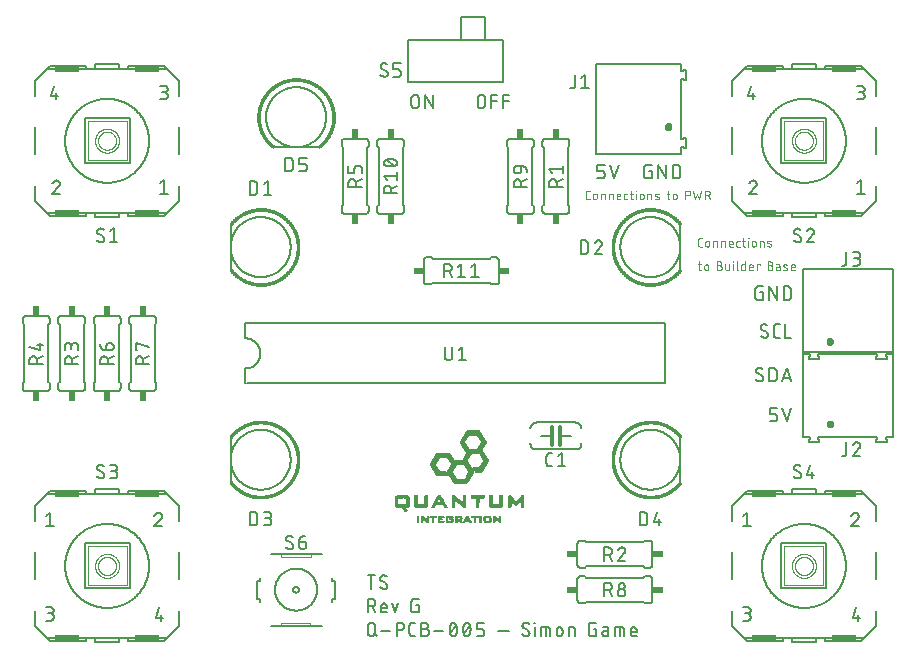
<source format=gto>
G04 EAGLE Gerber RS-274X export*
G75*
%MOMM*%
%FSLAX34Y34*%
%LPD*%
%INSilkscreen Top*%
%IPPOS*%
%AMOC8*
5,1,8,0,0,1.08239X$1,22.5*%
G01*
%ADD10C,0.127000*%
%ADD11C,0.076200*%
%ADD12C,0.152400*%
%ADD13C,0.200000*%
%ADD14C,0.400000*%
%ADD15C,0.203200*%
%ADD16C,0.025400*%
%ADD17R,0.609600X0.863600*%
%ADD18C,0.050800*%
%ADD19R,2.159000X0.508000*%
%ADD20R,0.863600X0.609600*%
%ADD21C,0.304800*%

G36*
X377787Y139550D02*
X377787Y139550D01*
X377821Y139548D01*
X377905Y139574D01*
X377949Y139583D01*
X377962Y139591D01*
X377975Y139596D01*
X378017Y139571D01*
X378055Y139564D01*
X378081Y139553D01*
X378121Y139553D01*
X378181Y139543D01*
X384495Y139543D01*
X384536Y139552D01*
X384578Y139550D01*
X384646Y139574D01*
X384689Y139583D01*
X384708Y139595D01*
X384735Y139605D01*
X385135Y139825D01*
X385174Y139858D01*
X385219Y139883D01*
X385256Y139928D01*
X385287Y139953D01*
X385300Y139980D01*
X385326Y140011D01*
X389564Y147284D01*
X389577Y147321D01*
X389596Y147352D01*
X389599Y147356D01*
X389609Y147415D01*
X389611Y147423D01*
X389777Y147654D01*
X389786Y147673D01*
X389803Y147694D01*
X390602Y149065D01*
X390625Y149134D01*
X390656Y149199D01*
X390658Y149230D01*
X390666Y149253D01*
X390663Y149296D01*
X390667Y149365D01*
X390622Y149824D01*
X390616Y149844D01*
X390616Y149866D01*
X390572Y149985D01*
X390564Y150014D01*
X390561Y150017D01*
X390559Y150023D01*
X385302Y159205D01*
X385287Y159222D01*
X385278Y159243D01*
X385222Y159297D01*
X385171Y159355D01*
X385151Y159365D01*
X385134Y159380D01*
X385020Y159427D01*
X384992Y159441D01*
X384987Y159441D01*
X384981Y159444D01*
X384514Y159551D01*
X384471Y159552D01*
X384402Y159564D01*
X373821Y159564D01*
X373745Y159548D01*
X373668Y159540D01*
X373649Y159529D01*
X373626Y159524D01*
X373563Y159480D01*
X373495Y159442D01*
X373479Y159423D01*
X373462Y159412D01*
X373438Y159374D01*
X373389Y159314D01*
X368099Y150150D01*
X368087Y150115D01*
X368061Y150068D01*
X367898Y149610D01*
X367893Y149578D01*
X367880Y149548D01*
X367879Y149480D01*
X367870Y149413D01*
X367878Y149382D01*
X367878Y149349D01*
X367909Y149264D01*
X367921Y149221D01*
X367930Y149210D01*
X367936Y149193D01*
X373226Y140030D01*
X373254Y139998D01*
X373275Y139960D01*
X373329Y139914D01*
X373358Y139881D01*
X373379Y139871D01*
X373401Y139852D01*
X373793Y139615D01*
X373842Y139597D01*
X373887Y139571D01*
X373943Y139561D01*
X373980Y139548D01*
X374011Y139550D01*
X374051Y139543D01*
X377754Y139543D01*
X377787Y139550D01*
G37*
G36*
X385493Y159696D02*
X385493Y159696D01*
X385535Y159695D01*
X385604Y159719D01*
X385648Y159727D01*
X385666Y159740D01*
X385692Y159749D01*
X385728Y159768D01*
X385769Y159803D01*
X385816Y159829D01*
X385851Y159871D01*
X385880Y159896D01*
X385894Y159924D01*
X385922Y159957D01*
X388647Y164680D01*
X395450Y164686D01*
X395461Y164689D01*
X395473Y164687D01*
X395635Y164722D01*
X395673Y164737D01*
X395742Y164783D01*
X395814Y164823D01*
X395826Y164838D01*
X395839Y164846D01*
X395864Y164884D01*
X395920Y164951D01*
X401404Y174451D01*
X401404Y174452D01*
X401406Y174454D01*
X401415Y174483D01*
X401417Y174486D01*
X401419Y174493D01*
X401436Y174546D01*
X401467Y174639D01*
X401467Y174641D01*
X401467Y174643D01*
X401459Y174809D01*
X401450Y174849D01*
X401435Y174883D01*
X401395Y174990D01*
X395935Y184450D01*
X395884Y184508D01*
X395838Y184570D01*
X395818Y184582D01*
X395803Y184599D01*
X395734Y184632D01*
X395667Y184672D01*
X395642Y184676D01*
X395624Y184685D01*
X395579Y184687D01*
X395503Y184700D01*
X384537Y184704D01*
X384461Y184689D01*
X384384Y184680D01*
X384364Y184669D01*
X384342Y184665D01*
X384278Y184621D01*
X384210Y184583D01*
X384194Y184564D01*
X384178Y184552D01*
X384154Y184515D01*
X384104Y184455D01*
X378612Y174966D01*
X378586Y174888D01*
X378554Y174810D01*
X378553Y174792D01*
X378549Y174778D01*
X378552Y174733D01*
X378550Y174644D01*
X378556Y174604D01*
X378560Y174593D01*
X378560Y174582D01*
X378596Y174484D01*
X378603Y174456D01*
X378611Y174445D01*
X378618Y174426D01*
X383449Y166059D01*
X383475Y166030D01*
X383493Y165995D01*
X383540Y165956D01*
X383581Y165910D01*
X383616Y165893D01*
X383646Y165868D01*
X383705Y165851D01*
X383760Y165824D01*
X383799Y165823D01*
X383837Y165811D01*
X383898Y165818D01*
X383959Y165815D01*
X383996Y165829D01*
X384035Y165833D01*
X384088Y165863D01*
X384145Y165885D01*
X384174Y165912D01*
X384208Y165931D01*
X384258Y165991D01*
X384290Y166021D01*
X384298Y166039D01*
X384314Y166059D01*
X386227Y169373D01*
X386257Y169463D01*
X386289Y169555D01*
X386289Y169559D01*
X386290Y169561D01*
X386289Y169583D01*
X386284Y169721D01*
X386276Y169762D01*
X386268Y169781D01*
X386240Y169856D01*
X386233Y169883D01*
X386226Y169893D01*
X386219Y169912D01*
X383453Y174701D01*
X386734Y180378D01*
X393291Y180378D01*
X396568Y174707D01*
X393291Y169022D01*
X386441Y169025D01*
X386365Y169009D01*
X386288Y169001D01*
X386268Y168990D01*
X386246Y168985D01*
X386182Y168941D01*
X386114Y168903D01*
X386098Y168884D01*
X386082Y168873D01*
X386058Y168835D01*
X386008Y168775D01*
X381207Y160444D01*
X381195Y160408D01*
X381174Y160375D01*
X381163Y160314D01*
X381144Y160256D01*
X381147Y160217D01*
X381140Y160179D01*
X381154Y160119D01*
X381159Y160057D01*
X381177Y160023D01*
X381186Y159986D01*
X381222Y159936D01*
X381251Y159881D01*
X381281Y159857D01*
X381303Y159826D01*
X381357Y159794D01*
X381404Y159754D01*
X381441Y159743D01*
X381474Y159724D01*
X381552Y159710D01*
X381595Y159698D01*
X381614Y159700D01*
X381638Y159696D01*
X385453Y159688D01*
X385493Y159696D01*
G37*
G36*
X368956Y145761D02*
X368956Y145761D01*
X368994Y145759D01*
X369052Y145780D01*
X369113Y145793D01*
X369145Y145814D01*
X369181Y145828D01*
X369226Y145870D01*
X369277Y145905D01*
X369298Y145938D01*
X369326Y145964D01*
X369351Y146021D01*
X369384Y146073D01*
X369390Y146111D01*
X369406Y146146D01*
X369407Y146208D01*
X369417Y146269D01*
X369408Y146306D01*
X369409Y146345D01*
X369382Y146419D01*
X369371Y146462D01*
X369360Y146478D01*
X369351Y146501D01*
X367456Y149805D01*
X367440Y149823D01*
X367430Y149845D01*
X367348Y149927D01*
X367324Y149954D01*
X367318Y149957D01*
X367313Y149963D01*
X367279Y149986D01*
X367215Y150015D01*
X367154Y150051D01*
X367121Y150057D01*
X367098Y150067D01*
X367055Y150068D01*
X366990Y150079D01*
X361475Y150079D01*
X358200Y155746D01*
X361476Y161434D01*
X368030Y161434D01*
X370828Y156594D01*
X370854Y156565D01*
X370872Y156530D01*
X370920Y156491D01*
X370960Y156445D01*
X370995Y156428D01*
X371025Y156403D01*
X371084Y156386D01*
X371140Y156359D01*
X371179Y156358D01*
X371216Y156346D01*
X371277Y156353D01*
X371338Y156351D01*
X371375Y156364D01*
X371414Y156368D01*
X371467Y156399D01*
X371525Y156420D01*
X371553Y156447D01*
X371587Y156466D01*
X371637Y156526D01*
X371669Y156557D01*
X371677Y156575D01*
X371693Y156594D01*
X373605Y159908D01*
X373635Y159995D01*
X373666Y160081D01*
X373666Y160089D01*
X373669Y160096D01*
X373666Y160133D01*
X373664Y160247D01*
X373657Y160287D01*
X373656Y160289D01*
X373656Y160291D01*
X373598Y160447D01*
X370682Y165498D01*
X370623Y165564D01*
X370568Y165633D01*
X370557Y165639D01*
X370550Y165647D01*
X370512Y165665D01*
X370424Y165716D01*
X370385Y165730D01*
X370380Y165731D01*
X370375Y165734D01*
X370211Y165762D01*
X359293Y165762D01*
X359277Y165759D01*
X359261Y165761D01*
X359100Y165723D01*
X359098Y165722D01*
X359062Y165707D01*
X358997Y165663D01*
X358929Y165624D01*
X358914Y165606D01*
X358898Y165595D01*
X358874Y165557D01*
X358823Y165496D01*
X353347Y156001D01*
X353322Y155927D01*
X353291Y155856D01*
X353291Y155834D01*
X353284Y155812D01*
X353290Y155735D01*
X353290Y155733D01*
X353288Y155722D01*
X353290Y155714D01*
X353289Y155657D01*
X353298Y155634D01*
X353299Y155614D01*
X353320Y155574D01*
X353328Y155552D01*
X353334Y155528D01*
X353340Y155519D01*
X353347Y155502D01*
X358830Y146007D01*
X358881Y145949D01*
X358927Y145886D01*
X358947Y145875D01*
X358962Y145858D01*
X359032Y145824D01*
X359098Y145785D01*
X359123Y145780D01*
X359141Y145772D01*
X359186Y145770D01*
X359262Y145757D01*
X368918Y145753D01*
X368956Y145761D01*
G37*
G36*
X333556Y116001D02*
X333556Y116001D01*
X333603Y116001D01*
X334021Y116070D01*
X334097Y116099D01*
X334176Y116123D01*
X334190Y116134D01*
X334207Y116141D01*
X334266Y116198D01*
X334329Y116250D01*
X334337Y116266D01*
X334350Y116278D01*
X334382Y116354D01*
X334420Y116427D01*
X334421Y116445D01*
X334428Y116461D01*
X334428Y116543D01*
X334435Y116625D01*
X334429Y116644D01*
X334429Y116660D01*
X334412Y116701D01*
X334386Y116785D01*
X333176Y119220D01*
X333606Y119221D01*
X333621Y119225D01*
X333640Y119223D01*
X334167Y119261D01*
X334193Y119268D01*
X334228Y119269D01*
X334746Y119371D01*
X334785Y119387D01*
X334851Y119404D01*
X335333Y119617D01*
X335349Y119629D01*
X335368Y119634D01*
X335476Y119719D01*
X335495Y119732D01*
X335496Y119734D01*
X335499Y119737D01*
X335852Y120123D01*
X335858Y120133D01*
X335868Y120141D01*
X335951Y120285D01*
X336136Y120778D01*
X336142Y120818D01*
X336162Y120875D01*
X336244Y121397D01*
X336243Y121422D01*
X336250Y121455D01*
X336271Y121983D01*
X336269Y121992D01*
X336271Y122003D01*
X336271Y123060D01*
X336264Y123096D01*
X336263Y123150D01*
X336189Y123550D01*
X336255Y123802D01*
X336257Y123847D01*
X336271Y123928D01*
X336270Y127120D01*
X336267Y127134D01*
X336269Y127152D01*
X336234Y127683D01*
X336227Y127711D01*
X336226Y127749D01*
X336120Y128270D01*
X336103Y128311D01*
X336082Y128384D01*
X335856Y128863D01*
X335842Y128882D01*
X335834Y128904D01*
X335758Y128994D01*
X335737Y129022D01*
X335732Y129025D01*
X335727Y129031D01*
X335324Y129371D01*
X335318Y129374D01*
X335313Y129380D01*
X335167Y129460D01*
X334667Y129636D01*
X334629Y129641D01*
X334576Y129659D01*
X334051Y129738D01*
X334027Y129737D01*
X333998Y129743D01*
X333467Y129767D01*
X333457Y129765D01*
X333445Y129767D01*
X330785Y129767D01*
X330784Y129767D01*
X326028Y129759D01*
X326007Y129755D01*
X325980Y129757D01*
X325454Y129705D01*
X325425Y129696D01*
X325384Y129693D01*
X324872Y129567D01*
X324831Y129548D01*
X324749Y129520D01*
X324289Y129266D01*
X324268Y129248D01*
X324242Y129236D01*
X324169Y129164D01*
X324138Y129137D01*
X324133Y129128D01*
X324124Y129119D01*
X323819Y128693D01*
X323814Y128681D01*
X323748Y128546D01*
X323596Y128041D01*
X323592Y128005D01*
X323578Y127957D01*
X323515Y127433D01*
X323517Y127407D01*
X323511Y127374D01*
X323501Y122089D01*
X323502Y122083D01*
X323501Y122074D01*
X323516Y121546D01*
X323521Y121524D01*
X323520Y121494D01*
X323590Y120970D01*
X323603Y120935D01*
X323611Y120881D01*
X323775Y120380D01*
X323776Y120378D01*
X323777Y120375D01*
X323856Y120228D01*
X324178Y119816D01*
X324198Y119799D01*
X324212Y119777D01*
X324300Y119712D01*
X324329Y119687D01*
X324337Y119684D01*
X324345Y119678D01*
X324814Y119440D01*
X324857Y119428D01*
X324931Y119398D01*
X325446Y119282D01*
X325475Y119281D01*
X325512Y119272D01*
X326038Y119226D01*
X326057Y119228D01*
X326080Y119224D01*
X329982Y119211D01*
X331166Y116618D01*
X331167Y116617D01*
X331169Y116614D01*
X331260Y116480D01*
X331575Y116149D01*
X331591Y116138D01*
X331602Y116123D01*
X331672Y116082D01*
X331738Y116035D01*
X331757Y116031D01*
X331773Y116022D01*
X331918Y115997D01*
X331933Y115994D01*
X331935Y115995D01*
X331937Y115994D01*
X333522Y115994D01*
X333556Y116001D01*
G37*
%LPC*%
G36*
X378240Y143837D02*
X378240Y143837D01*
X378233Y143838D01*
X378228Y143841D01*
X378194Y143844D01*
X378076Y143864D01*
X376107Y143864D01*
X375946Y143968D01*
X372840Y149352D01*
X372735Y149557D01*
X375959Y155145D01*
X376131Y155227D01*
X382347Y155227D01*
X382571Y155209D01*
X385799Y149623D01*
X385778Y149431D01*
X385038Y148146D01*
X385024Y148103D01*
X384988Y148025D01*
X384912Y147739D01*
X384776Y147628D01*
X384772Y147623D01*
X384767Y147620D01*
X384661Y147491D01*
X382626Y143959D01*
X382463Y143864D01*
X378390Y143864D01*
X378300Y143846D01*
X378241Y143836D01*
X378240Y143837D01*
G37*
%LPD*%
G36*
X397495Y149022D02*
X397495Y149022D01*
X397588Y149039D01*
X397593Y149042D01*
X397597Y149043D01*
X397622Y149060D01*
X397730Y149126D01*
X397761Y149153D01*
X397765Y149158D01*
X397866Y149280D01*
X403326Y158739D01*
X403338Y158776D01*
X403359Y158809D01*
X403363Y158834D01*
X403375Y158858D01*
X403379Y158899D01*
X403389Y158928D01*
X403386Y158967D01*
X403386Y158970D01*
X403392Y159005D01*
X403391Y159012D01*
X403392Y159023D01*
X403389Y159064D01*
X403381Y159093D01*
X403381Y159123D01*
X403347Y159213D01*
X403336Y159255D01*
X403328Y159265D01*
X403323Y159279D01*
X398493Y167646D01*
X398463Y167681D01*
X398441Y167721D01*
X398397Y167754D01*
X398361Y167795D01*
X398320Y167815D01*
X398284Y167843D01*
X398220Y167863D01*
X398182Y167881D01*
X398156Y167882D01*
X398125Y167892D01*
X398102Y167895D01*
X398091Y167894D01*
X398081Y167897D01*
X398008Y167889D01*
X397983Y167890D01*
X397971Y167886D01*
X397903Y167881D01*
X397894Y167876D01*
X397883Y167875D01*
X397806Y167831D01*
X397726Y167790D01*
X397719Y167782D01*
X397710Y167777D01*
X397604Y167649D01*
X395698Y164334D01*
X395674Y164261D01*
X395643Y164190D01*
X395643Y164167D01*
X395636Y164145D01*
X395642Y164069D01*
X395641Y163991D01*
X395650Y163967D01*
X395651Y163947D01*
X395672Y163908D01*
X395699Y163835D01*
X398487Y159007D01*
X395209Y153329D01*
X389683Y153329D01*
X389665Y153326D01*
X389646Y153328D01*
X389580Y153312D01*
X389578Y153311D01*
X389506Y153294D01*
X389489Y153290D01*
X389487Y153289D01*
X389484Y153288D01*
X389457Y153276D01*
X389428Y153255D01*
X389393Y153243D01*
X389347Y153199D01*
X389295Y153162D01*
X389275Y153131D01*
X389249Y153106D01*
X389223Y153048D01*
X389189Y152994D01*
X389183Y152958D01*
X389169Y152924D01*
X389168Y152860D01*
X389158Y152797D01*
X389167Y152762D01*
X389166Y152725D01*
X389195Y152648D01*
X389206Y152604D01*
X389216Y152590D01*
X389224Y152569D01*
X391136Y149253D01*
X391187Y149195D01*
X391233Y149133D01*
X391252Y149121D01*
X391267Y149104D01*
X391337Y149071D01*
X391404Y149031D01*
X391429Y149027D01*
X391447Y149019D01*
X391491Y149017D01*
X391568Y149004D01*
X397402Y149004D01*
X397495Y149022D01*
G37*
G36*
X421843Y119225D02*
X421843Y119225D01*
X421903Y119227D01*
X421939Y119245D01*
X421979Y119253D01*
X422029Y119286D01*
X422083Y119312D01*
X422115Y119346D01*
X422143Y119365D01*
X422163Y119395D01*
X422198Y119432D01*
X422411Y119746D01*
X422436Y119807D01*
X422470Y119863D01*
X422476Y119902D01*
X422488Y119930D01*
X422488Y119969D01*
X422497Y120027D01*
X422497Y124845D01*
X425697Y120576D01*
X425746Y120531D01*
X425789Y120481D01*
X425820Y120466D01*
X425845Y120443D01*
X425908Y120422D01*
X425967Y120393D01*
X426006Y120389D01*
X426033Y120380D01*
X426073Y120383D01*
X426133Y120377D01*
X426628Y120414D01*
X426656Y120421D01*
X426685Y120421D01*
X426751Y120448D01*
X426819Y120467D01*
X426842Y120486D01*
X426869Y120497D01*
X426941Y120565D01*
X426974Y120592D01*
X426980Y120602D01*
X426990Y120611D01*
X430125Y124777D01*
X430125Y119973D01*
X430128Y119957D01*
X430126Y119941D01*
X430148Y119860D01*
X430165Y119778D01*
X430174Y119765D01*
X430178Y119749D01*
X430276Y119615D01*
X430544Y119355D01*
X430551Y119350D01*
X430557Y119342D01*
X430634Y119296D01*
X430711Y119247D01*
X430720Y119245D01*
X430728Y119241D01*
X430892Y119213D01*
X432475Y119213D01*
X432541Y119227D01*
X432608Y119231D01*
X432638Y119246D01*
X432670Y119253D01*
X432726Y119291D01*
X432786Y119321D01*
X432811Y119349D01*
X432834Y119365D01*
X432856Y119399D01*
X432897Y119445D01*
X433102Y119768D01*
X433122Y119822D01*
X433152Y119871D01*
X433160Y119920D01*
X433173Y119953D01*
X433171Y119988D01*
X433179Y120035D01*
X433179Y129007D01*
X433176Y129026D01*
X433178Y129044D01*
X433156Y129122D01*
X433140Y129202D01*
X433129Y129218D01*
X433124Y129235D01*
X433035Y129355D01*
X433027Y129366D01*
X433026Y129367D01*
X433025Y129369D01*
X432755Y129626D01*
X432749Y129630D01*
X432745Y129635D01*
X432666Y129683D01*
X432587Y129732D01*
X432580Y129733D01*
X432574Y129737D01*
X432410Y129765D01*
X431355Y129765D01*
X431328Y129759D01*
X431293Y129761D01*
X430796Y129699D01*
X430782Y129694D01*
X430766Y129694D01*
X430693Y129665D01*
X430658Y129658D01*
X430644Y129648D01*
X430607Y129636D01*
X430596Y129626D01*
X430582Y129620D01*
X430523Y129565D01*
X430494Y129545D01*
X430483Y129528D01*
X430460Y129506D01*
X426493Y124306D01*
X422553Y129366D01*
X422529Y129386D01*
X422512Y129412D01*
X422435Y129467D01*
X422402Y129495D01*
X422389Y129499D01*
X422376Y129508D01*
X421949Y129715D01*
X421921Y129722D01*
X421896Y129737D01*
X421798Y129753D01*
X421756Y129764D01*
X421745Y129762D01*
X421732Y129765D01*
X420676Y129765D01*
X420652Y129760D01*
X420621Y129761D01*
X420146Y129709D01*
X420069Y129684D01*
X419991Y129665D01*
X419975Y129654D01*
X419957Y129648D01*
X419896Y129595D01*
X419831Y129547D01*
X419821Y129531D01*
X419806Y129518D01*
X419771Y129446D01*
X419730Y129376D01*
X419726Y129355D01*
X419718Y129339D01*
X419716Y129294D01*
X419702Y129212D01*
X419702Y119712D01*
X419704Y119704D01*
X419702Y119696D01*
X419723Y119607D01*
X419742Y119517D01*
X419746Y119511D01*
X419748Y119502D01*
X419802Y119429D01*
X419854Y119354D01*
X419861Y119349D01*
X419866Y119342D01*
X419944Y119296D01*
X420022Y119247D01*
X420030Y119245D01*
X420037Y119241D01*
X420201Y119213D01*
X421785Y119213D01*
X421843Y119225D01*
G37*
G36*
X373960Y119220D02*
X373960Y119220D01*
X374077Y119237D01*
X374480Y119365D01*
X374508Y119380D01*
X374539Y119388D01*
X374594Y119428D01*
X374654Y119462D01*
X374674Y119487D01*
X374699Y119506D01*
X374734Y119565D01*
X374776Y119619D01*
X374784Y119649D01*
X374801Y119677D01*
X374816Y119768D01*
X374827Y119811D01*
X374825Y119824D01*
X374828Y119841D01*
X374824Y125141D01*
X374937Y125045D01*
X374938Y125044D01*
X374939Y125043D01*
X381445Y119569D01*
X381481Y119549D01*
X381530Y119511D01*
X381975Y119273D01*
X382013Y119261D01*
X382047Y119241D01*
X382122Y119228D01*
X382165Y119215D01*
X382185Y119217D01*
X382211Y119213D01*
X383274Y119213D01*
X383358Y119230D01*
X383444Y119243D01*
X383457Y119250D01*
X383469Y119253D01*
X383504Y119277D01*
X383589Y119325D01*
X383882Y119563D01*
X383906Y119593D01*
X383937Y119616D01*
X383969Y119669D01*
X384008Y119717D01*
X384019Y119754D01*
X384038Y119787D01*
X384052Y119864D01*
X384064Y119907D01*
X384062Y119927D01*
X384066Y119951D01*
X384066Y128985D01*
X384047Y129080D01*
X384028Y129176D01*
X384027Y129178D01*
X384027Y129179D01*
X384018Y129191D01*
X383939Y129317D01*
X383689Y129598D01*
X383667Y129614D01*
X383651Y129635D01*
X383588Y129673D01*
X383529Y129717D01*
X383503Y129723D01*
X383480Y129737D01*
X383375Y129755D01*
X383336Y129764D01*
X383327Y129763D01*
X383316Y129765D01*
X381722Y129765D01*
X381709Y129762D01*
X381696Y129764D01*
X381612Y129742D01*
X381527Y129725D01*
X381516Y129718D01*
X381504Y129714D01*
X381435Y129662D01*
X381363Y129612D01*
X381356Y129601D01*
X381346Y129593D01*
X381259Y129452D01*
X381106Y129073D01*
X381104Y129061D01*
X381098Y129050D01*
X381070Y128886D01*
X381073Y124103D01*
X381076Y124091D01*
X381074Y124076D01*
X381086Y123851D01*
X374237Y129589D01*
X374183Y129618D01*
X374134Y129655D01*
X374095Y129667D01*
X374090Y129670D01*
X374087Y129670D01*
X374063Y129684D01*
X374025Y129687D01*
X373974Y129702D01*
X373465Y129761D01*
X373439Y129759D01*
X373407Y129765D01*
X372344Y129765D01*
X372342Y129764D01*
X372340Y129764D01*
X372246Y129745D01*
X372149Y129725D01*
X372147Y129724D01*
X372145Y129723D01*
X372066Y129667D01*
X371985Y129612D01*
X371984Y129610D01*
X371982Y129609D01*
X371931Y129527D01*
X371878Y129445D01*
X371878Y129443D01*
X371877Y129441D01*
X371845Y129277D01*
X371833Y128758D01*
X371834Y128753D01*
X371832Y128746D01*
X371832Y119712D01*
X371834Y119704D01*
X371833Y119696D01*
X371854Y119607D01*
X371872Y119517D01*
X371877Y119511D01*
X371879Y119502D01*
X371933Y119429D01*
X371985Y119354D01*
X371992Y119349D01*
X371997Y119342D01*
X372075Y119296D01*
X372152Y119247D01*
X372160Y119245D01*
X372168Y119241D01*
X372332Y119213D01*
X373926Y119213D01*
X373960Y119220D01*
G37*
G36*
X412525Y119221D02*
X412525Y119221D01*
X412541Y119224D01*
X412562Y119222D01*
X413091Y119261D01*
X413117Y119269D01*
X413152Y119270D01*
X413672Y119374D01*
X413712Y119391D01*
X413779Y119409D01*
X414260Y119627D01*
X414277Y119639D01*
X414298Y119645D01*
X414399Y119727D01*
X414421Y119743D01*
X414424Y119746D01*
X414427Y119749D01*
X414777Y120142D01*
X414782Y120151D01*
X414790Y120158D01*
X414873Y120302D01*
X415055Y120799D01*
X415061Y120838D01*
X415079Y120895D01*
X415159Y121419D01*
X415158Y121444D01*
X415165Y121476D01*
X415184Y122006D01*
X415183Y122014D01*
X415184Y122024D01*
X415184Y128920D01*
X415176Y128960D01*
X415178Y129000D01*
X415154Y129072D01*
X415145Y129115D01*
X415133Y129132D01*
X415125Y129157D01*
X414939Y129502D01*
X414885Y129567D01*
X414834Y129635D01*
X414821Y129643D01*
X414812Y129655D01*
X414736Y129694D01*
X414663Y129737D01*
X414647Y129740D01*
X414635Y129746D01*
X414591Y129749D01*
X414499Y129765D01*
X412908Y129765D01*
X412872Y129757D01*
X412819Y129756D01*
X412370Y129675D01*
X412311Y129651D01*
X412249Y129637D01*
X412219Y129615D01*
X412185Y129601D01*
X412140Y129556D01*
X412089Y129519D01*
X412070Y129487D01*
X412044Y129461D01*
X412020Y129402D01*
X411987Y129348D01*
X411980Y129306D01*
X411969Y129277D01*
X411969Y129239D01*
X411960Y129184D01*
X411960Y122013D01*
X406630Y122013D01*
X406630Y129265D01*
X406628Y129274D01*
X406630Y129282D01*
X406609Y129370D01*
X406591Y129460D01*
X406586Y129467D01*
X406584Y129475D01*
X406530Y129548D01*
X406478Y129624D01*
X406471Y129629D01*
X406466Y129635D01*
X406388Y129682D01*
X406310Y129731D01*
X406302Y129733D01*
X406295Y129737D01*
X406131Y129765D01*
X404009Y129765D01*
X403957Y129754D01*
X403903Y129753D01*
X403860Y129734D01*
X403814Y129725D01*
X403770Y129695D01*
X403721Y129673D01*
X403689Y129639D01*
X403650Y129612D01*
X403621Y129567D01*
X403585Y129528D01*
X403564Y129477D01*
X403543Y129445D01*
X403538Y129414D01*
X403522Y129374D01*
X403425Y128941D01*
X403424Y128898D01*
X403413Y128832D01*
X403413Y121936D01*
X403415Y121924D01*
X403414Y121909D01*
X403442Y121379D01*
X403449Y121353D01*
X403449Y121318D01*
X403543Y120797D01*
X403558Y120757D01*
X403573Y120692D01*
X403777Y120204D01*
X403788Y120189D01*
X403792Y120172D01*
X403883Y120049D01*
X403889Y120040D01*
X403890Y120039D01*
X403891Y120038D01*
X404269Y119673D01*
X404281Y119665D01*
X404290Y119654D01*
X404432Y119568D01*
X404924Y119374D01*
X404965Y119367D01*
X405022Y119346D01*
X405545Y119256D01*
X405570Y119257D01*
X405601Y119250D01*
X406131Y119220D01*
X406144Y119221D01*
X406159Y119219D01*
X412525Y119221D01*
G37*
G36*
X349076Y119221D02*
X349076Y119221D01*
X349092Y119224D01*
X349112Y119222D01*
X349641Y119261D01*
X349667Y119268D01*
X349703Y119269D01*
X350222Y119374D01*
X350262Y119391D01*
X350329Y119408D01*
X350811Y119625D01*
X350828Y119638D01*
X350848Y119644D01*
X350950Y119725D01*
X350972Y119741D01*
X350974Y119745D01*
X350978Y119748D01*
X351328Y120140D01*
X351333Y120149D01*
X351342Y120156D01*
X351424Y120301D01*
X351606Y120798D01*
X351612Y120837D01*
X351630Y120894D01*
X351710Y121418D01*
X351709Y121443D01*
X351715Y121475D01*
X351734Y122005D01*
X351733Y122013D01*
X351735Y122023D01*
X351735Y128919D01*
X351727Y128958D01*
X351729Y128997D01*
X351704Y129070D01*
X351695Y129114D01*
X351684Y129131D01*
X351676Y129155D01*
X351491Y129501D01*
X351436Y129567D01*
X351386Y129635D01*
X351373Y129643D01*
X351364Y129654D01*
X351288Y129693D01*
X351215Y129737D01*
X351199Y129739D01*
X351188Y129745D01*
X351144Y129749D01*
X351051Y129765D01*
X349459Y129765D01*
X349421Y129757D01*
X349365Y129756D01*
X348920Y129670D01*
X348863Y129647D01*
X348804Y129633D01*
X348772Y129610D01*
X348736Y129595D01*
X348693Y129551D01*
X348644Y129515D01*
X348624Y129481D01*
X348596Y129453D01*
X348574Y129397D01*
X348542Y129344D01*
X348535Y129299D01*
X348523Y129269D01*
X348524Y129232D01*
X348515Y129180D01*
X348515Y122013D01*
X343180Y122013D01*
X343180Y129265D01*
X343179Y129274D01*
X343180Y129282D01*
X343159Y129370D01*
X343141Y129460D01*
X343136Y129467D01*
X343134Y129475D01*
X343080Y129548D01*
X343028Y129624D01*
X343021Y129629D01*
X343016Y129635D01*
X342938Y129682D01*
X342861Y129731D01*
X342852Y129733D01*
X342845Y129737D01*
X342681Y129765D01*
X340559Y129765D01*
X340507Y129754D01*
X340453Y129753D01*
X340410Y129734D01*
X340364Y129725D01*
X340320Y129695D01*
X340271Y129673D01*
X340239Y129639D01*
X340200Y129612D01*
X340172Y129567D01*
X340135Y129528D01*
X340114Y129477D01*
X340093Y129445D01*
X340088Y129414D01*
X340072Y129374D01*
X339975Y128941D01*
X339974Y128898D01*
X339963Y128832D01*
X339963Y121935D01*
X339965Y121924D01*
X339964Y121910D01*
X339991Y121380D01*
X339997Y121354D01*
X339998Y121319D01*
X340090Y120797D01*
X340106Y120757D01*
X340122Y120690D01*
X340327Y120203D01*
X340337Y120188D01*
X340342Y120170D01*
X340431Y120050D01*
X340439Y120039D01*
X340440Y120038D01*
X340441Y120036D01*
X340821Y119673D01*
X340832Y119666D01*
X340840Y119655D01*
X340982Y119569D01*
X341474Y119375D01*
X341514Y119367D01*
X341572Y119347D01*
X342095Y119256D01*
X342120Y119257D01*
X342152Y119250D01*
X342681Y119220D01*
X342694Y119221D01*
X342710Y119219D01*
X349076Y119221D01*
G37*
G36*
X356657Y119215D02*
X356657Y119215D01*
X356667Y119214D01*
X357187Y119232D01*
X357263Y119250D01*
X357340Y119261D01*
X357359Y119273D01*
X357381Y119278D01*
X357444Y119325D01*
X357510Y119365D01*
X357525Y119385D01*
X357541Y119396D01*
X357563Y119435D01*
X357611Y119497D01*
X358531Y121233D01*
X358691Y121312D01*
X363847Y121312D01*
X364051Y121278D01*
X364954Y119626D01*
X365015Y119553D01*
X365082Y119474D01*
X365083Y119474D01*
X365229Y119394D01*
X365669Y119241D01*
X365673Y119241D01*
X365833Y119214D01*
X367958Y119214D01*
X367988Y119220D01*
X368019Y119217D01*
X368085Y119239D01*
X368153Y119253D01*
X368179Y119271D01*
X368208Y119280D01*
X368260Y119326D01*
X368317Y119366D01*
X368334Y119392D01*
X368357Y119412D01*
X368387Y119475D01*
X368424Y119533D01*
X368429Y119564D01*
X368443Y119591D01*
X368446Y119661D01*
X368457Y119729D01*
X368450Y119759D01*
X368452Y119790D01*
X368421Y119881D01*
X368411Y119923D01*
X368404Y119933D01*
X368399Y119948D01*
X368162Y120393D01*
X368157Y120398D01*
X368154Y120406D01*
X365509Y125015D01*
X365489Y125037D01*
X365471Y125072D01*
X365312Y125277D01*
X365296Y125327D01*
X365286Y125370D01*
X365278Y125380D01*
X365273Y125395D01*
X365037Y125837D01*
X365032Y125843D01*
X365029Y125851D01*
X362926Y129511D01*
X362875Y129570D01*
X362829Y129633D01*
X362810Y129644D01*
X362795Y129661D01*
X362725Y129694D01*
X362658Y129734D01*
X362633Y129738D01*
X362616Y129747D01*
X362571Y129749D01*
X362493Y129762D01*
X360383Y129762D01*
X360318Y129749D01*
X360253Y129745D01*
X360222Y129729D01*
X360188Y129722D01*
X360134Y129685D01*
X360075Y129656D01*
X360048Y129627D01*
X360024Y129610D01*
X360002Y129576D01*
X359963Y129533D01*
X359686Y129103D01*
X359681Y129091D01*
X359671Y129079D01*
X357589Y125406D01*
X354709Y120320D01*
X354695Y120278D01*
X354658Y120191D01*
X354570Y119831D01*
X354568Y119763D01*
X354557Y119696D01*
X354564Y119665D01*
X354563Y119632D01*
X354587Y119569D01*
X354603Y119503D01*
X354622Y119477D01*
X354634Y119446D01*
X354680Y119397D01*
X354720Y119343D01*
X354748Y119326D01*
X354771Y119303D01*
X354833Y119276D01*
X354891Y119241D01*
X354928Y119235D01*
X354954Y119224D01*
X354995Y119224D01*
X355055Y119214D01*
X356650Y119214D01*
X356657Y119215D01*
G37*
G36*
X394831Y119215D02*
X394831Y119215D01*
X394839Y119213D01*
X394928Y119235D01*
X395018Y119253D01*
X395025Y119257D01*
X395033Y119259D01*
X395106Y119313D01*
X395182Y119365D01*
X395186Y119372D01*
X395193Y119377D01*
X395239Y119455D01*
X395289Y119533D01*
X395290Y119541D01*
X395294Y119548D01*
X395322Y119712D01*
X395329Y127063D01*
X399207Y127063D01*
X399267Y127075D01*
X399328Y127078D01*
X399370Y127096D01*
X399402Y127102D01*
X399433Y127123D01*
X399439Y127126D01*
X399446Y127127D01*
X399450Y127131D01*
X399481Y127144D01*
X399509Y127163D01*
X399552Y127205D01*
X399566Y127215D01*
X399568Y127218D01*
X399606Y127245D01*
X399624Y127277D01*
X399650Y127302D01*
X399675Y127361D01*
X399707Y127416D01*
X399714Y127458D01*
X399726Y127486D01*
X399726Y127525D01*
X399735Y127580D01*
X399735Y129261D01*
X399733Y129270D01*
X399735Y129278D01*
X399714Y129366D01*
X399695Y129456D01*
X399691Y129463D01*
X399689Y129471D01*
X399634Y129545D01*
X399583Y129620D01*
X399576Y129625D01*
X399571Y129631D01*
X399492Y129678D01*
X399415Y129727D01*
X399407Y129729D01*
X399400Y129733D01*
X399236Y129761D01*
X388220Y129765D01*
X388212Y129763D01*
X388203Y129764D01*
X388115Y129743D01*
X388025Y129725D01*
X388018Y129720D01*
X388010Y129718D01*
X387936Y129664D01*
X387861Y129613D01*
X387856Y129605D01*
X387850Y129600D01*
X387803Y129522D01*
X387754Y129445D01*
X387753Y129437D01*
X387748Y129429D01*
X387720Y129265D01*
X387720Y127584D01*
X387725Y127562D01*
X387723Y127539D01*
X387745Y127465D01*
X387760Y127389D01*
X387773Y127370D01*
X387780Y127348D01*
X387854Y127253D01*
X387873Y127225D01*
X387877Y127222D01*
X387882Y127217D01*
X387906Y127195D01*
X387908Y127193D01*
X387909Y127192D01*
X387992Y127143D01*
X388076Y127092D01*
X388078Y127091D01*
X388080Y127090D01*
X388244Y127063D01*
X392107Y127063D01*
X392107Y119737D01*
X392127Y119641D01*
X392145Y119547D01*
X392146Y119545D01*
X392147Y119542D01*
X392159Y119525D01*
X392233Y119406D01*
X392255Y119381D01*
X392277Y119365D01*
X392293Y119342D01*
X392355Y119305D01*
X392413Y119262D01*
X392440Y119255D01*
X392464Y119241D01*
X392566Y119224D01*
X392606Y119214D01*
X392616Y119215D01*
X392628Y119213D01*
X394823Y119213D01*
X394831Y119215D01*
G37*
G36*
X402019Y106525D02*
X402019Y106525D01*
X402027Y106521D01*
X402071Y106519D01*
X402148Y106506D01*
X403743Y106506D01*
X403752Y106508D01*
X403764Y106507D01*
X404295Y106529D01*
X404337Y106540D01*
X404431Y106554D01*
X404931Y106721D01*
X405016Y106770D01*
X405100Y106817D01*
X405101Y106819D01*
X405103Y106820D01*
X405114Y106834D01*
X405206Y106945D01*
X405465Y107395D01*
X405473Y107418D01*
X405488Y107438D01*
X405516Y107548D01*
X405528Y107583D01*
X405528Y107591D01*
X405530Y107599D01*
X405578Y108128D01*
X405575Y108148D01*
X405580Y108173D01*
X405575Y110831D01*
X405567Y110870D01*
X405565Y110929D01*
X405461Y111447D01*
X405435Y111509D01*
X405417Y111574D01*
X405395Y111604D01*
X405384Y111631D01*
X405354Y111659D01*
X405318Y111708D01*
X404947Y112066D01*
X404894Y112099D01*
X404847Y112140D01*
X404806Y112155D01*
X404780Y112172D01*
X404742Y112179D01*
X404691Y112197D01*
X404170Y112293D01*
X404133Y112292D01*
X404081Y112301D01*
X401955Y112306D01*
X401946Y112304D01*
X401937Y112305D01*
X401873Y112290D01*
X401851Y112291D01*
X401766Y112306D01*
X400202Y112302D01*
X400168Y112295D01*
X400120Y112295D01*
X399608Y112209D01*
X399564Y112192D01*
X399517Y112185D01*
X399461Y112153D01*
X399422Y112138D01*
X399403Y112119D01*
X399373Y112102D01*
X398982Y111779D01*
X398933Y111718D01*
X398879Y111662D01*
X398869Y111640D01*
X398857Y111625D01*
X398845Y111582D01*
X398814Y111509D01*
X398696Y111004D01*
X398694Y110960D01*
X398682Y110890D01*
X398679Y108283D01*
X398682Y108272D01*
X398680Y108257D01*
X398707Y107737D01*
X398715Y107705D01*
X398738Y107587D01*
X398920Y107105D01*
X398921Y107103D01*
X398921Y107101D01*
X398974Y107019D01*
X399026Y106936D01*
X399027Y106935D01*
X399028Y106934D01*
X399162Y106835D01*
X399619Y106605D01*
X399630Y106601D01*
X399640Y106595D01*
X399801Y106553D01*
X400319Y106508D01*
X400338Y106510D01*
X400362Y106506D01*
X401927Y106506D01*
X402019Y106525D01*
G37*
G36*
X371923Y106524D02*
X371923Y106524D01*
X371974Y106524D01*
X372491Y106615D01*
X372544Y106635D01*
X372599Y106646D01*
X372642Y106674D01*
X372676Y106687D01*
X372700Y106711D01*
X372740Y106736D01*
X373119Y107078D01*
X373163Y107137D01*
X373212Y107192D01*
X373223Y107220D01*
X373237Y107238D01*
X373247Y107280D01*
X373273Y107347D01*
X373380Y107860D01*
X373380Y107901D01*
X373390Y107960D01*
X373396Y109542D01*
X373392Y109559D01*
X373394Y109577D01*
X373373Y109656D01*
X373357Y109737D01*
X373347Y109751D01*
X373342Y109768D01*
X373250Y109894D01*
X373245Y109901D01*
X373244Y109901D01*
X373243Y109902D01*
X373016Y110122D01*
X373056Y110146D01*
X373108Y110166D01*
X373140Y110196D01*
X373178Y110219D01*
X373212Y110265D01*
X373252Y110303D01*
X373270Y110344D01*
X373296Y110380D01*
X373314Y110446D01*
X373331Y110486D01*
X373331Y110510D01*
X373339Y110540D01*
X373384Y111009D01*
X373380Y111049D01*
X373385Y111088D01*
X373368Y111163D01*
X373363Y111207D01*
X373353Y111225D01*
X373347Y111250D01*
X373146Y111729D01*
X373092Y111808D01*
X373038Y111889D01*
X373036Y111891D01*
X373034Y111893D01*
X373016Y111905D01*
X372903Y111985D01*
X372435Y112211D01*
X372428Y112213D01*
X372421Y112217D01*
X372260Y112259D01*
X371735Y112302D01*
X371717Y112300D01*
X371694Y112304D01*
X368531Y112304D01*
X368521Y112302D01*
X368507Y112303D01*
X367981Y112278D01*
X367941Y112268D01*
X367840Y112250D01*
X367347Y112077D01*
X367262Y112026D01*
X367178Y111976D01*
X367177Y111975D01*
X367171Y111968D01*
X367075Y111846D01*
X366828Y111393D01*
X366821Y111373D01*
X366809Y111356D01*
X366776Y111228D01*
X366769Y111203D01*
X366769Y111199D01*
X366768Y111195D01*
X366724Y110671D01*
X366726Y110652D01*
X366722Y110629D01*
X366726Y107993D01*
X366734Y107955D01*
X366735Y107900D01*
X366834Y107384D01*
X366858Y107326D01*
X366873Y107264D01*
X366897Y107229D01*
X366909Y107200D01*
X366936Y107173D01*
X366968Y107128D01*
X367326Y106764D01*
X367383Y106727D01*
X367433Y106682D01*
X367468Y106669D01*
X367491Y106653D01*
X367531Y106646D01*
X367589Y106624D01*
X368105Y106527D01*
X368143Y106527D01*
X368198Y106518D01*
X371887Y106517D01*
X371923Y106524D01*
G37*
G36*
X380713Y106511D02*
X380713Y106511D01*
X380763Y106511D01*
X380810Y106531D01*
X380859Y106541D01*
X380900Y106569D01*
X380946Y106589D01*
X380990Y106630D01*
X381023Y106653D01*
X381038Y106678D01*
X381066Y106704D01*
X381177Y106854D01*
X381217Y106941D01*
X381258Y107026D01*
X381258Y107030D01*
X381260Y107035D01*
X381264Y107130D01*
X381268Y107224D01*
X381267Y107229D01*
X381267Y107233D01*
X381233Y107322D01*
X381201Y107411D01*
X381197Y107415D01*
X381196Y107419D01*
X381176Y107440D01*
X381091Y107537D01*
X380022Y108414D01*
X380032Y108418D01*
X380072Y108430D01*
X380080Y108437D01*
X380092Y108442D01*
X380537Y108715D01*
X380599Y108773D01*
X380664Y108827D01*
X380673Y108841D01*
X380682Y108851D01*
X380700Y108891D01*
X380746Y108972D01*
X380922Y109464D01*
X380923Y109465D01*
X380952Y109628D01*
X380956Y110159D01*
X380951Y110183D01*
X380954Y110208D01*
X380932Y110280D01*
X380918Y110354D01*
X380904Y110375D01*
X380897Y110398D01*
X380887Y110410D01*
X380937Y110590D01*
X380938Y110602D01*
X380943Y110613D01*
X380953Y110779D01*
X380893Y111312D01*
X380874Y111372D01*
X380864Y111434D01*
X380842Y111471D01*
X380833Y111502D01*
X380808Y111530D01*
X380780Y111578D01*
X380442Y111982D01*
X380388Y112025D01*
X380340Y112074D01*
X380307Y112089D01*
X380286Y112106D01*
X380246Y112117D01*
X380189Y112143D01*
X379672Y112282D01*
X379627Y112285D01*
X379624Y112286D01*
X379544Y112300D01*
X377926Y112306D01*
X377925Y112305D01*
X377924Y112306D01*
X375272Y112306D01*
X375264Y112304D01*
X375256Y112305D01*
X375167Y112284D01*
X375077Y112266D01*
X375070Y112261D01*
X375062Y112260D01*
X374988Y112205D01*
X374913Y112154D01*
X374909Y112147D01*
X374902Y112142D01*
X374855Y112063D01*
X374806Y111986D01*
X374805Y111978D01*
X374800Y111971D01*
X374773Y111807D01*
X374769Y107036D01*
X374787Y106946D01*
X374803Y106855D01*
X374807Y106849D01*
X374808Y106841D01*
X374860Y106765D01*
X374910Y106688D01*
X374916Y106683D01*
X374921Y106677D01*
X374998Y106628D01*
X375074Y106576D01*
X375082Y106574D01*
X375088Y106570D01*
X375124Y106564D01*
X375236Y106537D01*
X375737Y106505D01*
X375750Y106507D01*
X375766Y106504D01*
X376297Y106501D01*
X376370Y106516D01*
X376445Y106523D01*
X376467Y106535D01*
X376492Y106540D01*
X376554Y106582D01*
X376620Y106618D01*
X376636Y106638D01*
X376656Y106652D01*
X376697Y106715D01*
X376744Y106773D01*
X376752Y106800D01*
X376764Y106819D01*
X376772Y106862D01*
X376794Y106932D01*
X376858Y107398D01*
X376856Y107427D01*
X376863Y107466D01*
X376863Y108315D01*
X377050Y108315D01*
X377335Y108212D01*
X378808Y106830D01*
X378811Y106828D01*
X378813Y106825D01*
X378953Y106735D01*
X379407Y106541D01*
X379424Y106538D01*
X379439Y106529D01*
X379596Y106502D01*
X379602Y106501D01*
X379603Y106501D01*
X380664Y106501D01*
X380713Y106511D01*
G37*
%LPC*%
G36*
X326721Y122010D02*
X326721Y122010D01*
X326721Y127058D01*
X330382Y127058D01*
X330419Y127066D01*
X330529Y127080D01*
X330776Y127157D01*
X331070Y127076D01*
X331115Y127073D01*
X331202Y127058D01*
X333056Y127058D01*
X333056Y123527D01*
X333073Y123440D01*
X333056Y123019D01*
X333058Y123009D01*
X333056Y122998D01*
X333056Y122010D01*
X326721Y122010D01*
G37*
%LPD*%
G36*
X365022Y106508D02*
X365022Y106508D01*
X365064Y106516D01*
X365107Y106515D01*
X365160Y106536D01*
X365217Y106547D01*
X365252Y106572D01*
X365292Y106587D01*
X365345Y106635D01*
X365381Y106660D01*
X365393Y106679D01*
X365415Y106700D01*
X365646Y106994D01*
X365682Y107068D01*
X365724Y107138D01*
X365727Y107158D01*
X365734Y107172D01*
X365737Y107217D01*
X365751Y107302D01*
X365751Y107827D01*
X365739Y107889D01*
X365735Y107952D01*
X365719Y107986D01*
X365712Y108022D01*
X365676Y108074D01*
X365648Y108131D01*
X365620Y108155D01*
X365599Y108186D01*
X365546Y108220D01*
X365498Y108261D01*
X365458Y108276D01*
X365432Y108293D01*
X365394Y108299D01*
X365341Y108318D01*
X364897Y108399D01*
X364860Y108398D01*
X364808Y108407D01*
X361911Y108407D01*
X361911Y108598D01*
X363126Y108598D01*
X363137Y108601D01*
X363151Y108599D01*
X363651Y108624D01*
X363744Y108648D01*
X363836Y108670D01*
X363839Y108673D01*
X363844Y108674D01*
X363920Y108732D01*
X363996Y108788D01*
X363998Y108792D01*
X364002Y108794D01*
X364049Y108878D01*
X364097Y108959D01*
X364098Y108964D01*
X364100Y108967D01*
X364103Y108994D01*
X364125Y109123D01*
X364125Y109648D01*
X364124Y109655D01*
X364125Y109661D01*
X364104Y109751D01*
X364085Y109843D01*
X364082Y109849D01*
X364080Y109855D01*
X363987Y109993D01*
X363730Y110261D01*
X363715Y110272D01*
X363704Y110287D01*
X363634Y110328D01*
X363567Y110375D01*
X363549Y110379D01*
X363533Y110388D01*
X363386Y110413D01*
X363373Y110416D01*
X363371Y110416D01*
X363369Y110416D01*
X361911Y110416D01*
X361911Y110486D01*
X364686Y110486D01*
X364692Y110488D01*
X364700Y110486D01*
X365211Y110501D01*
X365212Y110501D01*
X365213Y110501D01*
X365306Y110523D01*
X365324Y110528D01*
X365391Y110541D01*
X365395Y110544D01*
X365404Y110546D01*
X365405Y110547D01*
X365406Y110547D01*
X365482Y110603D01*
X365495Y110613D01*
X365555Y110654D01*
X365558Y110659D01*
X365565Y110664D01*
X365565Y110665D01*
X365566Y110665D01*
X365615Y110748D01*
X365619Y110754D01*
X365662Y110821D01*
X365663Y110828D01*
X365667Y110834D01*
X365667Y110835D01*
X365668Y110836D01*
X365695Y111000D01*
X365695Y111525D01*
X365676Y111619D01*
X365658Y111714D01*
X365656Y111717D01*
X365656Y111720D01*
X365643Y111739D01*
X365571Y111855D01*
X365325Y112135D01*
X365302Y112152D01*
X365285Y112175D01*
X365223Y112211D01*
X365166Y112255D01*
X365139Y112262D01*
X365114Y112276D01*
X365014Y112293D01*
X364973Y112303D01*
X364963Y112302D01*
X364950Y112304D01*
X360749Y112304D01*
X360717Y112297D01*
X360671Y112298D01*
X360218Y112226D01*
X360153Y112202D01*
X360086Y112186D01*
X360061Y112167D01*
X360032Y112156D01*
X359982Y112109D01*
X359926Y112068D01*
X359910Y112041D01*
X359887Y112020D01*
X359860Y111956D01*
X359824Y111897D01*
X359819Y111862D01*
X359808Y111837D01*
X359807Y111796D01*
X359797Y111733D01*
X359797Y107007D01*
X359798Y106999D01*
X359797Y106990D01*
X359818Y106902D01*
X359836Y106812D01*
X359841Y106805D01*
X359843Y106797D01*
X359897Y106724D01*
X359949Y106648D01*
X359956Y106644D01*
X359961Y106637D01*
X360039Y106590D01*
X360116Y106541D01*
X360125Y106540D01*
X360132Y106535D01*
X360296Y106508D01*
X365022Y106508D01*
G37*
G36*
X412693Y106249D02*
X412693Y106249D01*
X412708Y106248D01*
X412788Y106278D01*
X412868Y106303D01*
X412880Y106313D01*
X412894Y106319D01*
X413018Y106430D01*
X413465Y106990D01*
X413504Y107065D01*
X413546Y107137D01*
X413549Y107155D01*
X413556Y107167D01*
X413559Y107211D01*
X413574Y107301D01*
X413574Y111534D01*
X413573Y111541D01*
X413574Y111548D01*
X413553Y111638D01*
X413535Y111729D01*
X413531Y111735D01*
X413529Y111741D01*
X413436Y111879D01*
X413177Y112150D01*
X413162Y112160D01*
X413151Y112175D01*
X413081Y112216D01*
X413014Y112263D01*
X412996Y112267D01*
X412980Y112276D01*
X412831Y112301D01*
X412819Y112304D01*
X412818Y112303D01*
X412816Y112304D01*
X412287Y112304D01*
X412230Y112292D01*
X412172Y112290D01*
X412134Y112273D01*
X412092Y112264D01*
X412044Y112231D01*
X411992Y112207D01*
X411957Y112172D01*
X411928Y112152D01*
X411910Y112122D01*
X411876Y112087D01*
X411660Y111774D01*
X411634Y111713D01*
X411600Y111655D01*
X411594Y111618D01*
X411582Y111591D01*
X411582Y111551D01*
X411572Y111491D01*
X411572Y109626D01*
X408713Y112021D01*
X408708Y112023D01*
X408705Y112027D01*
X408560Y112108D01*
X408091Y112275D01*
X408071Y112278D01*
X408053Y112287D01*
X407917Y112300D01*
X407894Y112303D01*
X407891Y112302D01*
X407888Y112302D01*
X407394Y112267D01*
X407308Y112242D01*
X407221Y112222D01*
X407213Y112216D01*
X407203Y112213D01*
X407133Y112157D01*
X407060Y112104D01*
X407055Y112095D01*
X407048Y112089D01*
X407005Y112010D01*
X406959Y111933D01*
X406957Y111922D01*
X406953Y111914D01*
X406949Y111874D01*
X406931Y111769D01*
X406931Y107007D01*
X406933Y106999D01*
X406932Y106990D01*
X406953Y106902D01*
X406971Y106812D01*
X406976Y106805D01*
X406978Y106797D01*
X407032Y106724D01*
X407083Y106648D01*
X407091Y106644D01*
X407095Y106637D01*
X407174Y106590D01*
X407251Y106541D01*
X407259Y106540D01*
X407267Y106535D01*
X407431Y106508D01*
X407960Y106508D01*
X407984Y106513D01*
X408017Y106511D01*
X408491Y106566D01*
X408567Y106591D01*
X408644Y106609D01*
X408661Y106621D01*
X408680Y106628D01*
X408740Y106680D01*
X408804Y106727D01*
X408815Y106745D01*
X408830Y106758D01*
X408865Y106830D01*
X408905Y106898D01*
X408909Y106921D01*
X408917Y106937D01*
X408920Y106982D01*
X408933Y107062D01*
X408932Y109202D01*
X412306Y106359D01*
X412320Y106352D01*
X412330Y106340D01*
X412406Y106304D01*
X412481Y106264D01*
X412496Y106262D01*
X412510Y106256D01*
X412595Y106252D01*
X412679Y106244D01*
X412693Y106249D01*
G37*
G36*
X346947Y106513D02*
X346947Y106513D01*
X346980Y106511D01*
X347454Y106566D01*
X347530Y106591D01*
X347607Y106609D01*
X347624Y106621D01*
X347643Y106628D01*
X347703Y106680D01*
X347767Y106727D01*
X347778Y106745D01*
X347793Y106758D01*
X347828Y106830D01*
X347869Y106898D01*
X347872Y106921D01*
X347880Y106937D01*
X347883Y106982D01*
X347896Y107062D01*
X347895Y109200D01*
X350952Y106625D01*
X351031Y106582D01*
X351109Y106535D01*
X351119Y106534D01*
X351126Y106530D01*
X351165Y106526D01*
X351273Y106508D01*
X351802Y106508D01*
X351841Y106516D01*
X351881Y106514D01*
X351938Y106535D01*
X351997Y106547D01*
X352030Y106570D01*
X352067Y106584D01*
X352124Y106635D01*
X352161Y106660D01*
X352172Y106677D01*
X352192Y106694D01*
X352427Y106988D01*
X352466Y107063D01*
X352510Y107136D01*
X352512Y107153D01*
X352518Y107164D01*
X352522Y107208D01*
X352537Y107300D01*
X352537Y111534D01*
X352536Y111540D01*
X352537Y111547D01*
X352516Y111637D01*
X352498Y111729D01*
X352494Y111734D01*
X352492Y111740D01*
X352399Y111878D01*
X352141Y112149D01*
X352126Y112160D01*
X352115Y112175D01*
X352045Y112216D01*
X351978Y112263D01*
X351960Y112267D01*
X351944Y112276D01*
X351797Y112301D01*
X351783Y112304D01*
X351782Y112303D01*
X351780Y112304D01*
X351251Y112304D01*
X351194Y112292D01*
X351136Y112290D01*
X351097Y112273D01*
X351056Y112264D01*
X351008Y112231D01*
X350955Y112207D01*
X350921Y112172D01*
X350892Y112152D01*
X350873Y112122D01*
X350839Y112088D01*
X350624Y111774D01*
X350600Y111718D01*
X350575Y111680D01*
X350574Y111674D01*
X350563Y111655D01*
X350557Y111618D01*
X350546Y111591D01*
X350546Y111551D01*
X350535Y111491D01*
X350535Y109627D01*
X347677Y112020D01*
X347672Y112023D01*
X347669Y112027D01*
X347524Y112108D01*
X347055Y112275D01*
X347036Y112278D01*
X347018Y112286D01*
X346880Y112300D01*
X346858Y112303D01*
X346856Y112302D01*
X346852Y112302D01*
X346358Y112267D01*
X346271Y112243D01*
X346184Y112222D01*
X346176Y112217D01*
X346167Y112214D01*
X346096Y112158D01*
X346024Y112104D01*
X346019Y112096D01*
X346011Y112090D01*
X345968Y112011D01*
X345922Y111933D01*
X345920Y111923D01*
X345916Y111916D01*
X345912Y111876D01*
X345894Y111769D01*
X345894Y107007D01*
X345896Y106999D01*
X345895Y106990D01*
X345916Y106902D01*
X345934Y106812D01*
X345939Y106805D01*
X345941Y106797D01*
X345995Y106724D01*
X346046Y106648D01*
X346054Y106644D01*
X346059Y106637D01*
X346137Y106590D01*
X346214Y106541D01*
X346222Y106540D01*
X346230Y106535D01*
X346394Y106508D01*
X346923Y106508D01*
X346947Y106513D01*
G37*
G36*
X382733Y106519D02*
X382733Y106519D01*
X382797Y106523D01*
X382835Y106540D01*
X382864Y106546D01*
X382897Y106568D01*
X382949Y106592D01*
X383328Y106848D01*
X383354Y106875D01*
X383387Y106894D01*
X383436Y106958D01*
X383467Y106990D01*
X383474Y107007D01*
X383489Y107026D01*
X383703Y107425D01*
X383839Y107555D01*
X386135Y107555D01*
X386285Y107443D01*
X386491Y107071D01*
X386493Y107068D01*
X386494Y107065D01*
X386599Y106936D01*
X386951Y106630D01*
X387034Y106582D01*
X387115Y106534D01*
X387120Y106533D01*
X387124Y106531D01*
X387151Y106528D01*
X387279Y106506D01*
X388344Y106506D01*
X388381Y106514D01*
X388419Y106512D01*
X388477Y106534D01*
X388539Y106546D01*
X388570Y106567D01*
X388605Y106580D01*
X388651Y106623D01*
X388703Y106659D01*
X388723Y106690D01*
X388751Y106716D01*
X388776Y106773D01*
X388810Y106826D01*
X388816Y106863D01*
X388831Y106898D01*
X388832Y106960D01*
X388843Y107022D01*
X388834Y107059D01*
X388835Y107097D01*
X388807Y107172D01*
X388797Y107216D01*
X388786Y107231D01*
X388778Y107253D01*
X387466Y109554D01*
X387439Y109585D01*
X387420Y109621D01*
X387392Y109644D01*
X387388Y109654D01*
X387381Y109694D01*
X387365Y109718D01*
X387352Y109753D01*
X386025Y112056D01*
X385974Y112114D01*
X385928Y112176D01*
X385909Y112188D01*
X385894Y112205D01*
X385823Y112238D01*
X385757Y112278D01*
X385732Y112282D01*
X385714Y112291D01*
X385670Y112293D01*
X385593Y112306D01*
X384529Y112306D01*
X384520Y112304D01*
X384512Y112305D01*
X384443Y112289D01*
X384372Y112280D01*
X384354Y112270D01*
X384334Y112266D01*
X384327Y112261D01*
X384319Y112259D01*
X384315Y112257D01*
X384261Y112217D01*
X384199Y112182D01*
X384185Y112164D01*
X384170Y112154D01*
X384165Y112146D01*
X384159Y112141D01*
X384145Y112119D01*
X384137Y112105D01*
X384094Y112053D01*
X381470Y107427D01*
X381446Y107354D01*
X381416Y107284D01*
X381415Y107260D01*
X381408Y107238D01*
X381415Y107162D01*
X381414Y107085D01*
X381423Y107063D01*
X381425Y107040D01*
X381461Y106972D01*
X381490Y106901D01*
X381508Y106882D01*
X381518Y106864D01*
X381552Y106836D01*
X381605Y106781D01*
X381838Y106606D01*
X381907Y106573D01*
X381973Y106534D01*
X381999Y106530D01*
X382017Y106521D01*
X382062Y106519D01*
X382137Y106506D01*
X382669Y106506D01*
X382733Y106519D01*
G37*
G36*
X356500Y106524D02*
X356500Y106524D01*
X356582Y106535D01*
X356599Y106544D01*
X356615Y106547D01*
X356652Y106573D01*
X356728Y106614D01*
X357025Y106847D01*
X357052Y106880D01*
X357087Y106905D01*
X357116Y106955D01*
X357154Y106999D01*
X357166Y107039D01*
X357188Y107076D01*
X357200Y107147D01*
X357213Y107188D01*
X357211Y107211D01*
X357216Y107240D01*
X357216Y110449D01*
X358836Y110449D01*
X358890Y110460D01*
X358946Y110461D01*
X358987Y110480D01*
X359030Y110488D01*
X359077Y110520D01*
X359128Y110543D01*
X359158Y110576D01*
X359194Y110601D01*
X359224Y110648D01*
X359262Y110689D01*
X359282Y110738D01*
X359301Y110769D01*
X359307Y110801D01*
X359324Y110844D01*
X359417Y111281D01*
X359417Y111314D01*
X359426Y111346D01*
X359418Y111435D01*
X359419Y111480D01*
X359413Y111493D01*
X359412Y111511D01*
X359302Y111931D01*
X359282Y111971D01*
X359272Y112014D01*
X359238Y112059D01*
X359214Y112110D01*
X359180Y112139D01*
X359154Y112175D01*
X359106Y112203D01*
X359063Y112240D01*
X359021Y112253D01*
X358983Y112276D01*
X358915Y112287D01*
X358874Y112301D01*
X358850Y112298D01*
X358819Y112304D01*
X353521Y112304D01*
X353488Y112297D01*
X353454Y112299D01*
X353391Y112277D01*
X353326Y112264D01*
X353298Y112245D01*
X353266Y112234D01*
X353217Y112189D01*
X353162Y112152D01*
X353144Y112123D01*
X353119Y112100D01*
X353079Y112022D01*
X353055Y111984D01*
X353053Y111969D01*
X353044Y111952D01*
X352919Y111547D01*
X352916Y111513D01*
X352904Y111481D01*
X352904Y111394D01*
X352899Y111349D01*
X352904Y111334D01*
X352904Y111315D01*
X352982Y110863D01*
X353006Y110802D01*
X353021Y110738D01*
X353042Y110710D01*
X353055Y110678D01*
X353100Y110631D01*
X353139Y110578D01*
X353169Y110560D01*
X353193Y110535D01*
X353254Y110510D01*
X353310Y110477D01*
X353349Y110470D01*
X353377Y110459D01*
X353416Y110459D01*
X353474Y110449D01*
X355095Y110449D01*
X355100Y107245D01*
X355107Y107209D01*
X355105Y107172D01*
X355127Y107112D01*
X355140Y107050D01*
X355160Y107020D01*
X355173Y106985D01*
X355227Y106923D01*
X355252Y106886D01*
X355267Y106877D01*
X355282Y106859D01*
X355574Y106621D01*
X355651Y106580D01*
X355726Y106535D01*
X355739Y106533D01*
X355749Y106528D01*
X355792Y106524D01*
X355890Y106508D01*
X356420Y106508D01*
X356500Y106524D01*
G37*
G36*
X391910Y106524D02*
X391910Y106524D01*
X391991Y106535D01*
X392008Y106544D01*
X392024Y106547D01*
X392061Y106573D01*
X392137Y106614D01*
X392434Y106847D01*
X392462Y106880D01*
X392496Y106905D01*
X392525Y106955D01*
X392563Y106999D01*
X392576Y107039D01*
X392597Y107076D01*
X392609Y107147D01*
X392622Y107188D01*
X392620Y107211D01*
X392625Y107240D01*
X392625Y110449D01*
X394245Y110449D01*
X394300Y110460D01*
X394356Y110461D01*
X394396Y110480D01*
X394440Y110488D01*
X394486Y110520D01*
X394537Y110543D01*
X394567Y110576D01*
X394604Y110601D01*
X394634Y110648D01*
X394672Y110689D01*
X394691Y110738D01*
X394711Y110769D01*
X394716Y110801D01*
X394733Y110844D01*
X394826Y111281D01*
X394826Y111314D01*
X394836Y111346D01*
X394828Y111435D01*
X394828Y111479D01*
X394822Y111493D01*
X394821Y111511D01*
X394711Y111931D01*
X394691Y111971D01*
X394681Y112014D01*
X394648Y112059D01*
X394623Y112110D01*
X394589Y112139D01*
X394563Y112175D01*
X394515Y112203D01*
X394473Y112240D01*
X394430Y112253D01*
X394392Y112276D01*
X394324Y112287D01*
X394283Y112301D01*
X394259Y112298D01*
X394228Y112304D01*
X388930Y112304D01*
X388897Y112297D01*
X388864Y112299D01*
X388801Y112277D01*
X388736Y112264D01*
X388708Y112245D01*
X388676Y112234D01*
X388627Y112189D01*
X388572Y112152D01*
X388553Y112123D01*
X388528Y112100D01*
X388489Y112022D01*
X388465Y111984D01*
X388462Y111969D01*
X388453Y111952D01*
X388328Y111547D01*
X388325Y111513D01*
X388313Y111481D01*
X388313Y111394D01*
X388309Y111349D01*
X388313Y111334D01*
X388313Y111315D01*
X388391Y110863D01*
X388415Y110802D01*
X388431Y110738D01*
X388451Y110710D01*
X388464Y110678D01*
X388510Y110631D01*
X388548Y110578D01*
X388578Y110560D01*
X388603Y110535D01*
X388663Y110510D01*
X388719Y110477D01*
X388758Y110470D01*
X388786Y110459D01*
X388826Y110459D01*
X388883Y110449D01*
X390504Y110449D01*
X390509Y107245D01*
X390516Y107209D01*
X390514Y107172D01*
X390536Y107112D01*
X390549Y107050D01*
X390570Y107020D01*
X390582Y106985D01*
X390636Y106923D01*
X390662Y106886D01*
X390677Y106877D01*
X390692Y106859D01*
X390983Y106621D01*
X391060Y106580D01*
X391135Y106535D01*
X391149Y106533D01*
X391159Y106528D01*
X391201Y106524D01*
X391299Y106508D01*
X391829Y106508D01*
X391910Y106524D01*
G37*
G36*
X396866Y106525D02*
X396866Y106525D01*
X396953Y106539D01*
X396963Y106545D01*
X396975Y106547D01*
X397048Y106597D01*
X397122Y106643D01*
X397129Y106653D01*
X397139Y106660D01*
X397186Y106734D01*
X397237Y106805D01*
X397240Y106818D01*
X397246Y106827D01*
X397253Y106869D01*
X397278Y106967D01*
X397318Y107464D01*
X397316Y107482D01*
X397320Y107504D01*
X397320Y111804D01*
X397318Y111813D01*
X397320Y111821D01*
X397299Y111909D01*
X397280Y111999D01*
X397275Y112006D01*
X397274Y112014D01*
X397220Y112088D01*
X397168Y112163D01*
X397161Y112168D01*
X397156Y112175D01*
X397077Y112221D01*
X397000Y112270D01*
X396992Y112272D01*
X396985Y112276D01*
X396821Y112304D01*
X395746Y112304D01*
X395660Y112286D01*
X395573Y112273D01*
X395563Y112267D01*
X395551Y112264D01*
X395478Y112214D01*
X395404Y112168D01*
X395397Y112158D01*
X395387Y112152D01*
X395339Y112077D01*
X395289Y112006D01*
X395286Y111993D01*
X395280Y111984D01*
X395273Y111942D01*
X395248Y111845D01*
X395208Y111348D01*
X395210Y111330D01*
X395206Y111307D01*
X395206Y107007D01*
X395208Y106999D01*
X395206Y106990D01*
X395227Y106902D01*
X395246Y106812D01*
X395250Y106805D01*
X395252Y106797D01*
X395306Y106724D01*
X395358Y106648D01*
X395365Y106644D01*
X395370Y106637D01*
X395448Y106590D01*
X395526Y106541D01*
X395534Y106540D01*
X395541Y106535D01*
X395705Y106508D01*
X396780Y106508D01*
X396866Y106525D01*
G37*
G36*
X343994Y106525D02*
X343994Y106525D01*
X344081Y106539D01*
X344091Y106545D01*
X344103Y106547D01*
X344175Y106597D01*
X344250Y106643D01*
X344257Y106653D01*
X344267Y106660D01*
X344314Y106734D01*
X344365Y106805D01*
X344368Y106818D01*
X344374Y106827D01*
X344381Y106869D01*
X344406Y106967D01*
X344446Y107464D01*
X344444Y107482D01*
X344447Y107504D01*
X344447Y111804D01*
X344446Y111813D01*
X344447Y111821D01*
X344426Y111909D01*
X344408Y111999D01*
X344403Y112006D01*
X344401Y112014D01*
X344347Y112088D01*
X344295Y112163D01*
X344288Y112168D01*
X344283Y112175D01*
X344205Y112221D01*
X344128Y112270D01*
X344119Y112272D01*
X344112Y112276D01*
X343948Y112304D01*
X342873Y112304D01*
X342787Y112286D01*
X342700Y112273D01*
X342690Y112267D01*
X342678Y112264D01*
X342606Y112215D01*
X342531Y112168D01*
X342524Y112158D01*
X342514Y112152D01*
X342467Y112078D01*
X342416Y112006D01*
X342413Y111993D01*
X342407Y111984D01*
X342400Y111943D01*
X342376Y111845D01*
X342335Y111348D01*
X342337Y111330D01*
X342334Y111307D01*
X342334Y107007D01*
X342335Y106999D01*
X342334Y106990D01*
X342355Y106902D01*
X342373Y106812D01*
X342378Y106805D01*
X342380Y106797D01*
X342434Y106724D01*
X342486Y106648D01*
X342493Y106644D01*
X342498Y106637D01*
X342576Y106590D01*
X342653Y106541D01*
X342662Y106540D01*
X342669Y106535D01*
X342833Y106508D01*
X343908Y106508D01*
X343994Y106525D01*
G37*
%LPC*%
G36*
X402010Y108380D02*
X402010Y108380D01*
X401937Y108393D01*
X401894Y108407D01*
X401873Y108405D01*
X401846Y108409D01*
X400789Y108417D01*
X400789Y110446D01*
X401956Y110451D01*
X401963Y110452D01*
X401970Y110451D01*
X402026Y110464D01*
X402042Y110457D01*
X402086Y110456D01*
X402154Y110444D01*
X403475Y110444D01*
X403475Y108409D01*
X402450Y108409D01*
X402434Y108406D01*
X402414Y108408D01*
X402012Y108379D01*
X402010Y108380D01*
G37*
%LPD*%
%LPC*%
G36*
X360060Y124026D02*
X360060Y124026D01*
X360531Y124887D01*
X360536Y124902D01*
X360546Y124915D01*
X360548Y124924D01*
X360560Y124940D01*
X361339Y126360D01*
X361937Y125232D01*
X361940Y125228D01*
X361942Y125223D01*
X362046Y125093D01*
X362178Y124975D01*
X362255Y124664D01*
X362275Y124624D01*
X362299Y124550D01*
X362578Y124026D01*
X360060Y124026D01*
G37*
%LPD*%
%LPC*%
G36*
X368829Y108414D02*
X368829Y108414D01*
X368829Y110449D01*
X371320Y110449D01*
X371321Y110408D01*
X371331Y110367D01*
X371331Y110324D01*
X371340Y110302D01*
X369993Y110302D01*
X369988Y110301D01*
X369984Y110302D01*
X369891Y110281D01*
X369798Y110262D01*
X369794Y110260D01*
X369790Y110259D01*
X369712Y110203D01*
X369634Y110150D01*
X369631Y110146D01*
X369628Y110143D01*
X369578Y110062D01*
X369527Y109982D01*
X369526Y109978D01*
X369524Y109974D01*
X369493Y109810D01*
X369485Y109292D01*
X369500Y109209D01*
X369510Y109126D01*
X369519Y109110D01*
X369521Y109096D01*
X369546Y109059D01*
X369589Y108979D01*
X369818Y108681D01*
X369849Y108654D01*
X369857Y108643D01*
X369859Y108642D01*
X369878Y108616D01*
X369926Y108587D01*
X369968Y108551D01*
X370011Y108537D01*
X370049Y108514D01*
X370116Y108503D01*
X370157Y108490D01*
X370182Y108492D01*
X370213Y108486D01*
X371301Y108486D01*
X371302Y108414D01*
X371294Y108414D01*
X368829Y108414D01*
G37*
%LPD*%
%LPC*%
G36*
X376863Y110136D02*
X376863Y110136D01*
X376863Y110485D01*
X377685Y110485D01*
X377721Y110493D01*
X377758Y110491D01*
X377818Y110512D01*
X377880Y110525D01*
X377911Y110546D01*
X377939Y110556D01*
X377973Y110531D01*
X377996Y110526D01*
X378017Y110513D01*
X378131Y110494D01*
X378166Y110486D01*
X378173Y110487D01*
X378181Y110485D01*
X378689Y110485D01*
X378849Y110465D01*
X378893Y110296D01*
X378927Y110225D01*
X378930Y110216D01*
X378827Y110136D01*
X376886Y110135D01*
X376863Y110136D01*
G37*
%LPD*%
%LPC*%
G36*
X384793Y109422D02*
X384793Y109422D01*
X384822Y109474D01*
X384834Y109514D01*
X384863Y109574D01*
X384935Y109818D01*
X384953Y109826D01*
X384977Y109851D01*
X384992Y109859D01*
X385224Y109422D01*
X384793Y109422D01*
G37*
%LPD*%
D10*
X300635Y30635D02*
X300635Y42065D01*
X303810Y42065D01*
X303921Y42063D01*
X304031Y42057D01*
X304142Y42048D01*
X304252Y42034D01*
X304361Y42017D01*
X304470Y41996D01*
X304578Y41971D01*
X304685Y41942D01*
X304791Y41910D01*
X304896Y41874D01*
X304999Y41834D01*
X305101Y41791D01*
X305202Y41744D01*
X305301Y41693D01*
X305398Y41640D01*
X305492Y41583D01*
X305585Y41522D01*
X305676Y41459D01*
X305765Y41392D01*
X305851Y41322D01*
X305934Y41249D01*
X306016Y41174D01*
X306094Y41096D01*
X306169Y41014D01*
X306242Y40931D01*
X306312Y40845D01*
X306379Y40756D01*
X306442Y40665D01*
X306503Y40572D01*
X306560Y40477D01*
X306613Y40381D01*
X306664Y40282D01*
X306711Y40181D01*
X306754Y40079D01*
X306794Y39976D01*
X306830Y39871D01*
X306862Y39765D01*
X306891Y39658D01*
X306916Y39550D01*
X306937Y39441D01*
X306954Y39332D01*
X306968Y39222D01*
X306977Y39111D01*
X306983Y39001D01*
X306985Y38890D01*
X306983Y38779D01*
X306977Y38669D01*
X306968Y38558D01*
X306954Y38448D01*
X306937Y38339D01*
X306916Y38230D01*
X306891Y38122D01*
X306862Y38015D01*
X306830Y37909D01*
X306794Y37804D01*
X306754Y37701D01*
X306711Y37599D01*
X306664Y37498D01*
X306613Y37399D01*
X306560Y37302D01*
X306503Y37208D01*
X306442Y37115D01*
X306379Y37024D01*
X306312Y36935D01*
X306242Y36849D01*
X306169Y36766D01*
X306094Y36684D01*
X306016Y36606D01*
X305934Y36531D01*
X305851Y36458D01*
X305765Y36388D01*
X305676Y36321D01*
X305585Y36258D01*
X305492Y36197D01*
X305398Y36140D01*
X305301Y36087D01*
X305202Y36036D01*
X305101Y35989D01*
X304999Y35946D01*
X304896Y35906D01*
X304791Y35870D01*
X304685Y35838D01*
X304578Y35809D01*
X304470Y35784D01*
X304361Y35763D01*
X304252Y35746D01*
X304142Y35732D01*
X304031Y35723D01*
X303921Y35717D01*
X303810Y35715D01*
X300635Y35715D01*
X304445Y35715D02*
X306985Y30635D01*
X313760Y30635D02*
X316935Y30635D01*
X313760Y30635D02*
X313675Y30637D01*
X313589Y30643D01*
X313504Y30652D01*
X313420Y30666D01*
X313336Y30683D01*
X313253Y30704D01*
X313171Y30728D01*
X313091Y30756D01*
X313011Y30788D01*
X312933Y30824D01*
X312857Y30862D01*
X312783Y30905D01*
X312711Y30950D01*
X312640Y30999D01*
X312572Y31051D01*
X312507Y31105D01*
X312444Y31163D01*
X312383Y31224D01*
X312325Y31287D01*
X312271Y31352D01*
X312219Y31420D01*
X312170Y31491D01*
X312125Y31563D01*
X312082Y31637D01*
X312044Y31713D01*
X312008Y31791D01*
X311976Y31871D01*
X311948Y31951D01*
X311924Y32033D01*
X311903Y32116D01*
X311886Y32200D01*
X311872Y32284D01*
X311863Y32369D01*
X311857Y32455D01*
X311855Y32540D01*
X311855Y35715D01*
X311857Y35815D01*
X311863Y35914D01*
X311873Y36014D01*
X311886Y36112D01*
X311904Y36211D01*
X311925Y36308D01*
X311950Y36404D01*
X311979Y36500D01*
X312012Y36594D01*
X312048Y36687D01*
X312088Y36778D01*
X312132Y36868D01*
X312179Y36956D01*
X312229Y37042D01*
X312283Y37126D01*
X312340Y37208D01*
X312400Y37287D01*
X312464Y37365D01*
X312530Y37439D01*
X312599Y37511D01*
X312671Y37580D01*
X312745Y37646D01*
X312823Y37710D01*
X312902Y37770D01*
X312984Y37827D01*
X313068Y37881D01*
X313154Y37931D01*
X313242Y37978D01*
X313332Y38022D01*
X313423Y38062D01*
X313516Y38098D01*
X313610Y38131D01*
X313706Y38160D01*
X313802Y38185D01*
X313899Y38206D01*
X313998Y38224D01*
X314096Y38237D01*
X314196Y38247D01*
X314295Y38253D01*
X314395Y38255D01*
X314495Y38253D01*
X314594Y38247D01*
X314694Y38237D01*
X314792Y38224D01*
X314891Y38206D01*
X314988Y38185D01*
X315084Y38160D01*
X315180Y38131D01*
X315274Y38098D01*
X315367Y38062D01*
X315458Y38022D01*
X315548Y37978D01*
X315636Y37931D01*
X315722Y37881D01*
X315806Y37827D01*
X315888Y37770D01*
X315967Y37710D01*
X316045Y37646D01*
X316119Y37580D01*
X316191Y37511D01*
X316260Y37439D01*
X316326Y37365D01*
X316390Y37287D01*
X316450Y37208D01*
X316507Y37126D01*
X316561Y37042D01*
X316611Y36956D01*
X316658Y36868D01*
X316702Y36778D01*
X316742Y36687D01*
X316778Y36594D01*
X316811Y36500D01*
X316840Y36404D01*
X316865Y36308D01*
X316886Y36211D01*
X316904Y36112D01*
X316917Y36014D01*
X316927Y35914D01*
X316933Y35815D01*
X316935Y35715D01*
X316935Y34445D01*
X311855Y34445D01*
X321380Y38255D02*
X323920Y30635D01*
X326460Y38255D01*
X341954Y36985D02*
X343859Y36985D01*
X343859Y30635D01*
X340049Y30635D01*
X339949Y30637D01*
X339850Y30643D01*
X339750Y30653D01*
X339652Y30666D01*
X339553Y30684D01*
X339456Y30705D01*
X339360Y30730D01*
X339264Y30759D01*
X339170Y30792D01*
X339077Y30828D01*
X338986Y30868D01*
X338896Y30912D01*
X338808Y30959D01*
X338722Y31009D01*
X338638Y31063D01*
X338556Y31120D01*
X338477Y31180D01*
X338399Y31244D01*
X338325Y31310D01*
X338253Y31379D01*
X338184Y31451D01*
X338118Y31525D01*
X338054Y31603D01*
X337994Y31682D01*
X337937Y31764D01*
X337883Y31848D01*
X337833Y31934D01*
X337786Y32022D01*
X337742Y32112D01*
X337702Y32203D01*
X337666Y32296D01*
X337633Y32390D01*
X337604Y32486D01*
X337579Y32582D01*
X337558Y32679D01*
X337540Y32778D01*
X337527Y32876D01*
X337517Y32976D01*
X337511Y33075D01*
X337509Y33175D01*
X337509Y39525D01*
X337511Y39625D01*
X337517Y39724D01*
X337527Y39824D01*
X337540Y39922D01*
X337558Y40021D01*
X337579Y40118D01*
X337604Y40214D01*
X337633Y40310D01*
X337666Y40404D01*
X337702Y40497D01*
X337742Y40588D01*
X337786Y40678D01*
X337833Y40766D01*
X337883Y40852D01*
X337937Y40936D01*
X337994Y41018D01*
X338054Y41097D01*
X338118Y41175D01*
X338184Y41249D01*
X338253Y41321D01*
X338325Y41390D01*
X338399Y41456D01*
X338477Y41520D01*
X338556Y41580D01*
X338638Y41637D01*
X338722Y41691D01*
X338808Y41741D01*
X338896Y41788D01*
X338986Y41832D01*
X339077Y41872D01*
X339170Y41908D01*
X339264Y41941D01*
X339360Y41970D01*
X339456Y41995D01*
X339553Y42016D01*
X339652Y42034D01*
X339750Y42047D01*
X339850Y42057D01*
X339949Y42063D01*
X340049Y42065D01*
X343859Y42065D01*
X303810Y50635D02*
X303810Y62065D01*
X300635Y62065D02*
X306985Y62065D01*
X317272Y53175D02*
X317270Y53075D01*
X317264Y52976D01*
X317254Y52876D01*
X317241Y52778D01*
X317223Y52679D01*
X317202Y52582D01*
X317177Y52486D01*
X317148Y52390D01*
X317115Y52296D01*
X317079Y52203D01*
X317039Y52112D01*
X316995Y52022D01*
X316948Y51934D01*
X316898Y51848D01*
X316844Y51764D01*
X316787Y51682D01*
X316727Y51603D01*
X316663Y51525D01*
X316597Y51451D01*
X316528Y51379D01*
X316456Y51310D01*
X316382Y51244D01*
X316304Y51180D01*
X316225Y51120D01*
X316143Y51063D01*
X316059Y51009D01*
X315973Y50959D01*
X315885Y50912D01*
X315795Y50868D01*
X315704Y50828D01*
X315611Y50792D01*
X315517Y50759D01*
X315421Y50730D01*
X315325Y50705D01*
X315228Y50684D01*
X315129Y50666D01*
X315031Y50653D01*
X314931Y50643D01*
X314832Y50637D01*
X314732Y50635D01*
X314591Y50637D01*
X314450Y50642D01*
X314309Y50652D01*
X314168Y50665D01*
X314028Y50681D01*
X313888Y50702D01*
X313749Y50726D01*
X313610Y50754D01*
X313473Y50785D01*
X313336Y50820D01*
X313200Y50858D01*
X313065Y50900D01*
X312932Y50946D01*
X312799Y50995D01*
X312668Y51048D01*
X312539Y51104D01*
X312410Y51163D01*
X312284Y51226D01*
X312159Y51292D01*
X312036Y51361D01*
X311915Y51434D01*
X311796Y51510D01*
X311678Y51589D01*
X311563Y51670D01*
X311451Y51755D01*
X311340Y51843D01*
X311232Y51934D01*
X311126Y52027D01*
X311023Y52124D01*
X310922Y52223D01*
X311240Y59525D02*
X311242Y59625D01*
X311248Y59724D01*
X311258Y59824D01*
X311271Y59922D01*
X311289Y60021D01*
X311310Y60118D01*
X311335Y60214D01*
X311364Y60310D01*
X311397Y60404D01*
X311433Y60497D01*
X311473Y60588D01*
X311517Y60678D01*
X311564Y60766D01*
X311614Y60852D01*
X311668Y60936D01*
X311725Y61018D01*
X311785Y61097D01*
X311849Y61175D01*
X311915Y61249D01*
X311984Y61321D01*
X312056Y61390D01*
X312130Y61456D01*
X312208Y61520D01*
X312287Y61580D01*
X312369Y61637D01*
X312453Y61691D01*
X312539Y61741D01*
X312627Y61788D01*
X312717Y61832D01*
X312808Y61872D01*
X312901Y61908D01*
X312995Y61941D01*
X313091Y61970D01*
X313187Y61995D01*
X313284Y62016D01*
X313383Y62034D01*
X313481Y62047D01*
X313581Y62057D01*
X313680Y62063D01*
X313780Y62065D01*
X313780Y62066D02*
X313913Y62064D01*
X314046Y62059D01*
X314179Y62049D01*
X314312Y62036D01*
X314444Y62019D01*
X314576Y61999D01*
X314707Y61975D01*
X314837Y61947D01*
X314967Y61916D01*
X315095Y61881D01*
X315223Y61842D01*
X315349Y61800D01*
X315474Y61754D01*
X315598Y61705D01*
X315721Y61653D01*
X315842Y61597D01*
X315961Y61537D01*
X316079Y61475D01*
X316194Y61409D01*
X316308Y61340D01*
X316420Y61267D01*
X316530Y61192D01*
X316638Y61113D01*
X312509Y57302D02*
X312425Y57354D01*
X312342Y57409D01*
X312262Y57468D01*
X312184Y57529D01*
X312109Y57593D01*
X312036Y57661D01*
X311965Y57731D01*
X311898Y57803D01*
X311833Y57878D01*
X311771Y57956D01*
X311712Y58036D01*
X311656Y58118D01*
X311604Y58202D01*
X311555Y58288D01*
X311509Y58376D01*
X311466Y58466D01*
X311427Y58557D01*
X311392Y58650D01*
X311360Y58744D01*
X311332Y58839D01*
X311307Y58935D01*
X311287Y59032D01*
X311269Y59130D01*
X311256Y59228D01*
X311247Y59327D01*
X311241Y59426D01*
X311239Y59525D01*
X316002Y55398D02*
X316086Y55346D01*
X316169Y55291D01*
X316249Y55232D01*
X316327Y55171D01*
X316402Y55107D01*
X316475Y55039D01*
X316546Y54969D01*
X316613Y54897D01*
X316678Y54822D01*
X316740Y54744D01*
X316799Y54664D01*
X316855Y54582D01*
X316907Y54498D01*
X316956Y54412D01*
X317002Y54324D01*
X317045Y54234D01*
X317084Y54143D01*
X317119Y54050D01*
X317151Y53956D01*
X317179Y53861D01*
X317204Y53765D01*
X317224Y53668D01*
X317242Y53570D01*
X317255Y53472D01*
X317264Y53373D01*
X317270Y53274D01*
X317272Y53175D01*
X316002Y55398D02*
X312510Y57303D01*
X300635Y18890D02*
X300635Y13810D01*
X300635Y18890D02*
X300637Y19001D01*
X300643Y19111D01*
X300652Y19222D01*
X300666Y19332D01*
X300683Y19441D01*
X300704Y19550D01*
X300729Y19658D01*
X300758Y19765D01*
X300790Y19871D01*
X300826Y19976D01*
X300866Y20079D01*
X300909Y20181D01*
X300956Y20282D01*
X301007Y20381D01*
X301060Y20477D01*
X301117Y20572D01*
X301178Y20665D01*
X301241Y20756D01*
X301308Y20845D01*
X301378Y20931D01*
X301451Y21014D01*
X301526Y21096D01*
X301604Y21174D01*
X301686Y21249D01*
X301769Y21322D01*
X301855Y21392D01*
X301944Y21459D01*
X302035Y21522D01*
X302128Y21583D01*
X302223Y21640D01*
X302319Y21693D01*
X302418Y21744D01*
X302519Y21791D01*
X302621Y21834D01*
X302724Y21874D01*
X302829Y21910D01*
X302935Y21942D01*
X303042Y21971D01*
X303150Y21996D01*
X303259Y22017D01*
X303368Y22034D01*
X303478Y22048D01*
X303589Y22057D01*
X303699Y22063D01*
X303810Y22065D01*
X303921Y22063D01*
X304031Y22057D01*
X304142Y22048D01*
X304252Y22034D01*
X304361Y22017D01*
X304470Y21996D01*
X304578Y21971D01*
X304685Y21942D01*
X304791Y21910D01*
X304896Y21874D01*
X304999Y21834D01*
X305101Y21791D01*
X305202Y21744D01*
X305301Y21693D01*
X305398Y21640D01*
X305492Y21583D01*
X305585Y21522D01*
X305676Y21459D01*
X305765Y21392D01*
X305851Y21322D01*
X305934Y21249D01*
X306016Y21174D01*
X306094Y21096D01*
X306169Y21014D01*
X306242Y20931D01*
X306312Y20845D01*
X306379Y20756D01*
X306442Y20665D01*
X306503Y20572D01*
X306560Y20478D01*
X306613Y20381D01*
X306664Y20282D01*
X306711Y20181D01*
X306754Y20079D01*
X306794Y19976D01*
X306830Y19871D01*
X306862Y19765D01*
X306891Y19658D01*
X306916Y19550D01*
X306937Y19441D01*
X306954Y19332D01*
X306968Y19222D01*
X306977Y19111D01*
X306983Y19001D01*
X306985Y18890D01*
X306985Y13810D01*
X306983Y13699D01*
X306977Y13589D01*
X306968Y13478D01*
X306954Y13368D01*
X306937Y13259D01*
X306916Y13150D01*
X306891Y13042D01*
X306862Y12935D01*
X306830Y12829D01*
X306794Y12724D01*
X306754Y12621D01*
X306711Y12519D01*
X306664Y12418D01*
X306613Y12319D01*
X306560Y12222D01*
X306503Y12128D01*
X306442Y12035D01*
X306379Y11944D01*
X306312Y11855D01*
X306242Y11769D01*
X306169Y11686D01*
X306094Y11604D01*
X306016Y11526D01*
X305934Y11451D01*
X305851Y11378D01*
X305765Y11308D01*
X305676Y11241D01*
X305585Y11178D01*
X305492Y11117D01*
X305397Y11060D01*
X305301Y11007D01*
X305202Y10956D01*
X305101Y10909D01*
X304999Y10866D01*
X304896Y10826D01*
X304791Y10790D01*
X304685Y10758D01*
X304578Y10729D01*
X304470Y10704D01*
X304361Y10683D01*
X304252Y10666D01*
X304142Y10652D01*
X304031Y10643D01*
X303921Y10637D01*
X303810Y10635D01*
X303699Y10637D01*
X303589Y10643D01*
X303478Y10652D01*
X303368Y10666D01*
X303259Y10683D01*
X303150Y10704D01*
X303042Y10729D01*
X302935Y10758D01*
X302829Y10790D01*
X302724Y10826D01*
X302621Y10866D01*
X302519Y10909D01*
X302418Y10956D01*
X302319Y11007D01*
X302223Y11060D01*
X302128Y11117D01*
X302035Y11178D01*
X301944Y11241D01*
X301855Y11308D01*
X301769Y11378D01*
X301686Y11451D01*
X301604Y11526D01*
X301526Y11604D01*
X301451Y11686D01*
X301378Y11769D01*
X301308Y11855D01*
X301241Y11944D01*
X301178Y12035D01*
X301117Y12128D01*
X301060Y12222D01*
X301007Y12319D01*
X300956Y12418D01*
X300909Y12519D01*
X300866Y12621D01*
X300826Y12724D01*
X300790Y12829D01*
X300758Y12935D01*
X300729Y13042D01*
X300704Y13150D01*
X300683Y13259D01*
X300666Y13368D01*
X300652Y13478D01*
X300643Y13589D01*
X300637Y13699D01*
X300635Y13810D01*
X305715Y13175D02*
X308255Y10635D01*
X311823Y15080D02*
X319443Y15080D01*
X325221Y10635D02*
X325221Y22065D01*
X328396Y22065D01*
X328507Y22063D01*
X328617Y22057D01*
X328728Y22048D01*
X328838Y22034D01*
X328947Y22017D01*
X329056Y21996D01*
X329164Y21971D01*
X329271Y21942D01*
X329377Y21910D01*
X329482Y21874D01*
X329585Y21834D01*
X329687Y21791D01*
X329788Y21744D01*
X329887Y21693D01*
X329984Y21640D01*
X330078Y21583D01*
X330171Y21522D01*
X330262Y21459D01*
X330351Y21392D01*
X330437Y21322D01*
X330520Y21249D01*
X330602Y21174D01*
X330680Y21096D01*
X330755Y21014D01*
X330828Y20931D01*
X330898Y20845D01*
X330965Y20756D01*
X331028Y20665D01*
X331089Y20572D01*
X331146Y20477D01*
X331199Y20381D01*
X331250Y20282D01*
X331297Y20181D01*
X331340Y20079D01*
X331380Y19976D01*
X331416Y19871D01*
X331448Y19765D01*
X331477Y19658D01*
X331502Y19550D01*
X331523Y19441D01*
X331540Y19332D01*
X331554Y19222D01*
X331563Y19111D01*
X331569Y19001D01*
X331571Y18890D01*
X331569Y18779D01*
X331563Y18669D01*
X331554Y18558D01*
X331540Y18448D01*
X331523Y18339D01*
X331502Y18230D01*
X331477Y18122D01*
X331448Y18015D01*
X331416Y17909D01*
X331380Y17804D01*
X331340Y17701D01*
X331297Y17599D01*
X331250Y17498D01*
X331199Y17399D01*
X331146Y17302D01*
X331089Y17208D01*
X331028Y17115D01*
X330965Y17024D01*
X330898Y16935D01*
X330828Y16849D01*
X330755Y16766D01*
X330680Y16684D01*
X330602Y16606D01*
X330520Y16531D01*
X330437Y16458D01*
X330351Y16388D01*
X330262Y16321D01*
X330171Y16258D01*
X330078Y16197D01*
X329984Y16140D01*
X329887Y16087D01*
X329788Y16036D01*
X329687Y15989D01*
X329585Y15946D01*
X329482Y15906D01*
X329377Y15870D01*
X329271Y15838D01*
X329164Y15809D01*
X329056Y15784D01*
X328947Y15763D01*
X328838Y15746D01*
X328728Y15732D01*
X328617Y15723D01*
X328507Y15717D01*
X328396Y15715D01*
X325221Y15715D01*
X338582Y10635D02*
X341122Y10635D01*
X338582Y10635D02*
X338482Y10637D01*
X338383Y10643D01*
X338283Y10653D01*
X338185Y10666D01*
X338086Y10684D01*
X337989Y10705D01*
X337893Y10730D01*
X337797Y10759D01*
X337703Y10792D01*
X337610Y10828D01*
X337519Y10868D01*
X337429Y10912D01*
X337341Y10959D01*
X337255Y11009D01*
X337171Y11063D01*
X337089Y11120D01*
X337010Y11180D01*
X336932Y11244D01*
X336858Y11310D01*
X336786Y11379D01*
X336717Y11451D01*
X336651Y11525D01*
X336587Y11603D01*
X336527Y11682D01*
X336470Y11764D01*
X336416Y11848D01*
X336366Y11934D01*
X336319Y12022D01*
X336275Y12112D01*
X336235Y12203D01*
X336199Y12296D01*
X336166Y12390D01*
X336137Y12486D01*
X336112Y12582D01*
X336091Y12679D01*
X336073Y12778D01*
X336060Y12876D01*
X336050Y12976D01*
X336044Y13075D01*
X336042Y13175D01*
X336042Y19525D01*
X336044Y19625D01*
X336050Y19724D01*
X336060Y19824D01*
X336073Y19922D01*
X336091Y20021D01*
X336112Y20118D01*
X336137Y20214D01*
X336166Y20310D01*
X336199Y20404D01*
X336235Y20497D01*
X336275Y20588D01*
X336319Y20678D01*
X336366Y20766D01*
X336416Y20852D01*
X336470Y20936D01*
X336527Y21018D01*
X336587Y21097D01*
X336651Y21175D01*
X336717Y21249D01*
X336786Y21321D01*
X336858Y21390D01*
X336932Y21456D01*
X337010Y21520D01*
X337089Y21580D01*
X337171Y21637D01*
X337255Y21691D01*
X337341Y21741D01*
X337429Y21788D01*
X337519Y21832D01*
X337610Y21872D01*
X337703Y21908D01*
X337797Y21941D01*
X337893Y21970D01*
X337989Y21995D01*
X338086Y22016D01*
X338185Y22034D01*
X338283Y22047D01*
X338383Y22057D01*
X338482Y22063D01*
X338582Y22065D01*
X341122Y22065D01*
X346176Y16985D02*
X349351Y16985D01*
X349462Y16983D01*
X349572Y16977D01*
X349683Y16968D01*
X349793Y16954D01*
X349902Y16937D01*
X350011Y16916D01*
X350119Y16891D01*
X350226Y16862D01*
X350332Y16830D01*
X350437Y16794D01*
X350540Y16754D01*
X350642Y16711D01*
X350743Y16664D01*
X350842Y16613D01*
X350939Y16560D01*
X351033Y16503D01*
X351126Y16442D01*
X351217Y16379D01*
X351306Y16312D01*
X351392Y16242D01*
X351475Y16169D01*
X351557Y16094D01*
X351635Y16016D01*
X351710Y15934D01*
X351783Y15851D01*
X351853Y15765D01*
X351920Y15676D01*
X351983Y15585D01*
X352044Y15492D01*
X352101Y15397D01*
X352154Y15301D01*
X352205Y15202D01*
X352252Y15101D01*
X352295Y14999D01*
X352335Y14896D01*
X352371Y14791D01*
X352403Y14685D01*
X352432Y14578D01*
X352457Y14470D01*
X352478Y14361D01*
X352495Y14252D01*
X352509Y14142D01*
X352518Y14031D01*
X352524Y13921D01*
X352526Y13810D01*
X352524Y13699D01*
X352518Y13589D01*
X352509Y13478D01*
X352495Y13368D01*
X352478Y13259D01*
X352457Y13150D01*
X352432Y13042D01*
X352403Y12935D01*
X352371Y12829D01*
X352335Y12724D01*
X352295Y12621D01*
X352252Y12519D01*
X352205Y12418D01*
X352154Y12319D01*
X352101Y12222D01*
X352044Y12128D01*
X351983Y12035D01*
X351920Y11944D01*
X351853Y11855D01*
X351783Y11769D01*
X351710Y11686D01*
X351635Y11604D01*
X351557Y11526D01*
X351475Y11451D01*
X351392Y11378D01*
X351306Y11308D01*
X351217Y11241D01*
X351126Y11178D01*
X351033Y11117D01*
X350939Y11060D01*
X350842Y11007D01*
X350743Y10956D01*
X350642Y10909D01*
X350540Y10866D01*
X350437Y10826D01*
X350332Y10790D01*
X350226Y10758D01*
X350119Y10729D01*
X350011Y10704D01*
X349902Y10683D01*
X349793Y10666D01*
X349683Y10652D01*
X349572Y10643D01*
X349462Y10637D01*
X349351Y10635D01*
X346176Y10635D01*
X346176Y22065D01*
X349351Y22065D01*
X349451Y22063D01*
X349550Y22057D01*
X349650Y22047D01*
X349748Y22034D01*
X349847Y22016D01*
X349944Y21995D01*
X350040Y21970D01*
X350136Y21941D01*
X350230Y21908D01*
X350323Y21872D01*
X350414Y21832D01*
X350504Y21788D01*
X350592Y21741D01*
X350678Y21691D01*
X350762Y21637D01*
X350844Y21580D01*
X350923Y21520D01*
X351001Y21456D01*
X351075Y21390D01*
X351147Y21321D01*
X351216Y21249D01*
X351282Y21175D01*
X351346Y21097D01*
X351406Y21018D01*
X351463Y20936D01*
X351517Y20852D01*
X351567Y20766D01*
X351614Y20678D01*
X351658Y20588D01*
X351698Y20497D01*
X351734Y20404D01*
X351767Y20310D01*
X351796Y20214D01*
X351821Y20118D01*
X351842Y20021D01*
X351860Y19922D01*
X351873Y19824D01*
X351883Y19724D01*
X351889Y19625D01*
X351891Y19525D01*
X351889Y19425D01*
X351883Y19326D01*
X351873Y19226D01*
X351860Y19128D01*
X351842Y19029D01*
X351821Y18932D01*
X351796Y18836D01*
X351767Y18740D01*
X351734Y18646D01*
X351698Y18553D01*
X351658Y18462D01*
X351614Y18372D01*
X351567Y18284D01*
X351517Y18198D01*
X351463Y18114D01*
X351406Y18032D01*
X351346Y17953D01*
X351282Y17875D01*
X351216Y17801D01*
X351147Y17729D01*
X351075Y17660D01*
X351001Y17594D01*
X350923Y17530D01*
X350844Y17470D01*
X350762Y17413D01*
X350678Y17359D01*
X350592Y17309D01*
X350504Y17262D01*
X350414Y17218D01*
X350323Y17178D01*
X350230Y17142D01*
X350136Y17109D01*
X350040Y17080D01*
X349944Y17055D01*
X349847Y17034D01*
X349748Y17016D01*
X349650Y17003D01*
X349550Y16993D01*
X349451Y16987D01*
X349351Y16985D01*
X357162Y15080D02*
X364782Y15080D01*
X369989Y16350D02*
X369992Y16575D01*
X370000Y16800D01*
X370013Y17024D01*
X370032Y17248D01*
X370056Y17472D01*
X370085Y17695D01*
X370120Y17917D01*
X370160Y18138D01*
X370206Y18358D01*
X370256Y18577D01*
X370312Y18795D01*
X370373Y19012D01*
X370439Y19227D01*
X370510Y19440D01*
X370587Y19651D01*
X370668Y19861D01*
X370754Y20069D01*
X370845Y20274D01*
X370941Y20477D01*
X370941Y20478D02*
X370973Y20566D01*
X371009Y20653D01*
X371048Y20739D01*
X371091Y20823D01*
X371137Y20905D01*
X371186Y20985D01*
X371238Y21063D01*
X371294Y21139D01*
X371352Y21213D01*
X371414Y21284D01*
X371478Y21353D01*
X371545Y21419D01*
X371614Y21482D01*
X371686Y21543D01*
X371760Y21601D01*
X371837Y21655D01*
X371915Y21707D01*
X371996Y21755D01*
X372078Y21800D01*
X372163Y21842D01*
X372249Y21880D01*
X372336Y21915D01*
X372424Y21947D01*
X372514Y21974D01*
X372605Y21999D01*
X372697Y22019D01*
X372789Y22036D01*
X372883Y22049D01*
X372976Y22058D01*
X373070Y22064D01*
X373164Y22066D01*
X373258Y22064D01*
X373352Y22058D01*
X373445Y22049D01*
X373539Y22036D01*
X373631Y22019D01*
X373723Y21999D01*
X373814Y21974D01*
X373904Y21947D01*
X373992Y21915D01*
X374079Y21880D01*
X374165Y21842D01*
X374250Y21800D01*
X374332Y21755D01*
X374413Y21707D01*
X374491Y21655D01*
X374568Y21601D01*
X374642Y21543D01*
X374714Y21482D01*
X374783Y21419D01*
X374850Y21353D01*
X374914Y21284D01*
X374976Y21213D01*
X375034Y21139D01*
X375090Y21063D01*
X375142Y20985D01*
X375191Y20905D01*
X375237Y20823D01*
X375280Y20739D01*
X375319Y20653D01*
X375355Y20566D01*
X375387Y20478D01*
X375386Y20477D02*
X375482Y20274D01*
X375573Y20069D01*
X375659Y19861D01*
X375740Y19651D01*
X375817Y19440D01*
X375888Y19227D01*
X375954Y19012D01*
X376015Y18795D01*
X376071Y18577D01*
X376121Y18358D01*
X376167Y18138D01*
X376207Y17917D01*
X376242Y17695D01*
X376271Y17472D01*
X376295Y17248D01*
X376314Y17024D01*
X376327Y16800D01*
X376335Y16575D01*
X376338Y16350D01*
X369989Y16350D02*
X369992Y16125D01*
X370000Y15900D01*
X370013Y15676D01*
X370032Y15452D01*
X370056Y15228D01*
X370085Y15005D01*
X370120Y14783D01*
X370160Y14562D01*
X370206Y14342D01*
X370256Y14123D01*
X370312Y13905D01*
X370373Y13688D01*
X370439Y13473D01*
X370510Y13260D01*
X370587Y13049D01*
X370668Y12839D01*
X370754Y12631D01*
X370845Y12426D01*
X370941Y12223D01*
X370973Y12135D01*
X371009Y12048D01*
X371048Y11962D01*
X371091Y11878D01*
X371137Y11796D01*
X371186Y11716D01*
X371238Y11638D01*
X371294Y11562D01*
X371352Y11488D01*
X371414Y11417D01*
X371478Y11348D01*
X371545Y11282D01*
X371614Y11219D01*
X371686Y11158D01*
X371760Y11100D01*
X371837Y11046D01*
X371915Y10994D01*
X371996Y10946D01*
X372078Y10901D01*
X372163Y10859D01*
X372249Y10821D01*
X372336Y10786D01*
X372424Y10754D01*
X372514Y10727D01*
X372605Y10702D01*
X372697Y10682D01*
X372789Y10665D01*
X372883Y10652D01*
X372976Y10643D01*
X373070Y10637D01*
X373164Y10635D01*
X375386Y12223D02*
X375482Y12426D01*
X375573Y12631D01*
X375659Y12839D01*
X375740Y13049D01*
X375817Y13260D01*
X375888Y13473D01*
X375954Y13688D01*
X376015Y13905D01*
X376071Y14123D01*
X376121Y14342D01*
X376167Y14562D01*
X376207Y14783D01*
X376242Y15005D01*
X376271Y15228D01*
X376295Y15452D01*
X376314Y15676D01*
X376327Y15900D01*
X376335Y16125D01*
X376338Y16350D01*
X375387Y12223D02*
X375355Y12135D01*
X375319Y12048D01*
X375280Y11962D01*
X375237Y11878D01*
X375191Y11796D01*
X375142Y11716D01*
X375090Y11638D01*
X375034Y11562D01*
X374976Y11488D01*
X374914Y11417D01*
X374850Y11348D01*
X374783Y11282D01*
X374714Y11219D01*
X374642Y11158D01*
X374568Y11100D01*
X374491Y11046D01*
X374413Y10994D01*
X374332Y10946D01*
X374250Y10901D01*
X374165Y10859D01*
X374079Y10821D01*
X373992Y10786D01*
X373904Y10754D01*
X373814Y10727D01*
X373723Y10702D01*
X373631Y10682D01*
X373539Y10665D01*
X373445Y10652D01*
X373352Y10643D01*
X373258Y10637D01*
X373164Y10635D01*
X370624Y13175D02*
X375704Y19525D01*
X381419Y16350D02*
X381422Y16575D01*
X381430Y16800D01*
X381443Y17024D01*
X381462Y17248D01*
X381486Y17472D01*
X381515Y17695D01*
X381550Y17917D01*
X381590Y18138D01*
X381636Y18358D01*
X381686Y18577D01*
X381742Y18795D01*
X381803Y19012D01*
X381869Y19227D01*
X381940Y19440D01*
X382017Y19651D01*
X382098Y19861D01*
X382184Y20069D01*
X382275Y20274D01*
X382371Y20477D01*
X382371Y20478D02*
X382403Y20566D01*
X382439Y20653D01*
X382478Y20739D01*
X382521Y20823D01*
X382567Y20905D01*
X382616Y20985D01*
X382668Y21063D01*
X382724Y21139D01*
X382782Y21213D01*
X382844Y21284D01*
X382908Y21353D01*
X382975Y21419D01*
X383044Y21482D01*
X383116Y21543D01*
X383190Y21601D01*
X383267Y21655D01*
X383345Y21707D01*
X383426Y21755D01*
X383508Y21800D01*
X383593Y21842D01*
X383679Y21880D01*
X383766Y21915D01*
X383854Y21947D01*
X383944Y21974D01*
X384035Y21999D01*
X384127Y22019D01*
X384219Y22036D01*
X384313Y22049D01*
X384406Y22058D01*
X384500Y22064D01*
X384594Y22066D01*
X384688Y22064D01*
X384782Y22058D01*
X384875Y22049D01*
X384969Y22036D01*
X385061Y22019D01*
X385153Y21999D01*
X385244Y21974D01*
X385334Y21947D01*
X385422Y21915D01*
X385509Y21880D01*
X385595Y21842D01*
X385680Y21800D01*
X385762Y21755D01*
X385843Y21707D01*
X385921Y21655D01*
X385998Y21601D01*
X386072Y21543D01*
X386144Y21482D01*
X386213Y21419D01*
X386280Y21353D01*
X386344Y21284D01*
X386406Y21213D01*
X386464Y21139D01*
X386520Y21063D01*
X386572Y20985D01*
X386621Y20905D01*
X386667Y20823D01*
X386710Y20739D01*
X386749Y20653D01*
X386785Y20566D01*
X386817Y20478D01*
X386816Y20477D02*
X386912Y20274D01*
X387003Y20069D01*
X387089Y19861D01*
X387170Y19651D01*
X387247Y19440D01*
X387318Y19227D01*
X387384Y19012D01*
X387445Y18795D01*
X387501Y18577D01*
X387551Y18358D01*
X387597Y18138D01*
X387637Y17917D01*
X387672Y17695D01*
X387701Y17472D01*
X387725Y17248D01*
X387744Y17024D01*
X387757Y16800D01*
X387765Y16575D01*
X387768Y16350D01*
X381419Y16350D02*
X381422Y16125D01*
X381430Y15900D01*
X381443Y15676D01*
X381462Y15452D01*
X381486Y15228D01*
X381515Y15005D01*
X381550Y14783D01*
X381590Y14562D01*
X381636Y14342D01*
X381686Y14123D01*
X381742Y13905D01*
X381803Y13688D01*
X381869Y13473D01*
X381940Y13260D01*
X382017Y13049D01*
X382098Y12839D01*
X382184Y12631D01*
X382275Y12426D01*
X382371Y12223D01*
X382403Y12135D01*
X382439Y12048D01*
X382478Y11962D01*
X382521Y11878D01*
X382567Y11796D01*
X382616Y11716D01*
X382668Y11638D01*
X382724Y11562D01*
X382782Y11488D01*
X382844Y11417D01*
X382908Y11348D01*
X382975Y11282D01*
X383044Y11219D01*
X383116Y11158D01*
X383190Y11100D01*
X383267Y11046D01*
X383345Y10994D01*
X383426Y10946D01*
X383508Y10901D01*
X383593Y10859D01*
X383679Y10821D01*
X383766Y10786D01*
X383854Y10754D01*
X383944Y10727D01*
X384035Y10702D01*
X384127Y10682D01*
X384219Y10665D01*
X384313Y10652D01*
X384406Y10643D01*
X384500Y10637D01*
X384594Y10635D01*
X386816Y12223D02*
X386912Y12426D01*
X387003Y12631D01*
X387089Y12839D01*
X387170Y13049D01*
X387247Y13260D01*
X387318Y13473D01*
X387384Y13688D01*
X387445Y13905D01*
X387501Y14123D01*
X387551Y14342D01*
X387597Y14562D01*
X387637Y14783D01*
X387672Y15005D01*
X387701Y15228D01*
X387725Y15452D01*
X387744Y15676D01*
X387757Y15900D01*
X387765Y16125D01*
X387768Y16350D01*
X386817Y12223D02*
X386785Y12135D01*
X386749Y12048D01*
X386710Y11962D01*
X386667Y11878D01*
X386621Y11796D01*
X386572Y11716D01*
X386520Y11638D01*
X386464Y11562D01*
X386406Y11488D01*
X386344Y11417D01*
X386280Y11348D01*
X386213Y11282D01*
X386144Y11219D01*
X386072Y11158D01*
X385998Y11100D01*
X385921Y11046D01*
X385843Y10994D01*
X385762Y10946D01*
X385680Y10901D01*
X385595Y10859D01*
X385509Y10821D01*
X385422Y10786D01*
X385334Y10754D01*
X385244Y10727D01*
X385153Y10702D01*
X385061Y10682D01*
X384969Y10665D01*
X384875Y10652D01*
X384782Y10643D01*
X384688Y10637D01*
X384594Y10635D01*
X382054Y13175D02*
X387134Y19525D01*
X392849Y10635D02*
X396659Y10635D01*
X396759Y10637D01*
X396858Y10643D01*
X396958Y10653D01*
X397056Y10666D01*
X397155Y10684D01*
X397252Y10705D01*
X397348Y10730D01*
X397444Y10759D01*
X397538Y10792D01*
X397631Y10828D01*
X397722Y10868D01*
X397812Y10912D01*
X397900Y10959D01*
X397986Y11009D01*
X398070Y11063D01*
X398152Y11120D01*
X398231Y11180D01*
X398309Y11244D01*
X398383Y11310D01*
X398455Y11379D01*
X398524Y11451D01*
X398590Y11525D01*
X398654Y11603D01*
X398714Y11682D01*
X398771Y11764D01*
X398825Y11848D01*
X398875Y11934D01*
X398922Y12022D01*
X398966Y12112D01*
X399006Y12203D01*
X399042Y12296D01*
X399075Y12390D01*
X399104Y12486D01*
X399129Y12582D01*
X399150Y12679D01*
X399168Y12778D01*
X399181Y12876D01*
X399191Y12976D01*
X399197Y13075D01*
X399199Y13175D01*
X399199Y14445D01*
X399197Y14545D01*
X399191Y14644D01*
X399181Y14744D01*
X399168Y14842D01*
X399150Y14941D01*
X399129Y15038D01*
X399104Y15134D01*
X399075Y15230D01*
X399042Y15324D01*
X399006Y15417D01*
X398966Y15508D01*
X398922Y15598D01*
X398875Y15686D01*
X398825Y15772D01*
X398771Y15856D01*
X398714Y15938D01*
X398654Y16017D01*
X398590Y16095D01*
X398524Y16169D01*
X398455Y16241D01*
X398383Y16310D01*
X398309Y16376D01*
X398231Y16440D01*
X398152Y16500D01*
X398070Y16557D01*
X397986Y16611D01*
X397900Y16661D01*
X397812Y16708D01*
X397722Y16752D01*
X397631Y16792D01*
X397538Y16828D01*
X397444Y16861D01*
X397348Y16890D01*
X397252Y16915D01*
X397155Y16936D01*
X397056Y16954D01*
X396958Y16967D01*
X396858Y16977D01*
X396759Y16983D01*
X396659Y16985D01*
X392849Y16985D01*
X392849Y22065D01*
X399199Y22065D01*
X410692Y15080D02*
X420217Y15080D01*
X435140Y10635D02*
X435240Y10637D01*
X435339Y10643D01*
X435439Y10653D01*
X435537Y10666D01*
X435636Y10684D01*
X435733Y10705D01*
X435829Y10730D01*
X435925Y10759D01*
X436019Y10792D01*
X436112Y10828D01*
X436203Y10868D01*
X436293Y10912D01*
X436381Y10959D01*
X436467Y11009D01*
X436551Y11063D01*
X436633Y11120D01*
X436712Y11180D01*
X436790Y11244D01*
X436864Y11310D01*
X436936Y11379D01*
X437005Y11451D01*
X437071Y11525D01*
X437135Y11603D01*
X437195Y11682D01*
X437252Y11764D01*
X437306Y11848D01*
X437356Y11934D01*
X437403Y12022D01*
X437447Y12112D01*
X437487Y12203D01*
X437523Y12296D01*
X437556Y12390D01*
X437585Y12486D01*
X437610Y12582D01*
X437631Y12679D01*
X437649Y12778D01*
X437662Y12876D01*
X437672Y12976D01*
X437678Y13075D01*
X437680Y13175D01*
X435140Y10635D02*
X434999Y10637D01*
X434858Y10642D01*
X434717Y10652D01*
X434576Y10665D01*
X434436Y10681D01*
X434296Y10702D01*
X434157Y10726D01*
X434018Y10754D01*
X433881Y10785D01*
X433744Y10820D01*
X433608Y10858D01*
X433473Y10900D01*
X433340Y10946D01*
X433207Y10995D01*
X433076Y11048D01*
X432947Y11104D01*
X432818Y11163D01*
X432692Y11226D01*
X432567Y11292D01*
X432444Y11361D01*
X432323Y11434D01*
X432204Y11510D01*
X432086Y11589D01*
X431971Y11670D01*
X431859Y11755D01*
X431748Y11843D01*
X431640Y11934D01*
X431534Y12027D01*
X431431Y12124D01*
X431330Y12223D01*
X431647Y19525D02*
X431649Y19625D01*
X431655Y19724D01*
X431665Y19824D01*
X431678Y19922D01*
X431696Y20021D01*
X431717Y20118D01*
X431742Y20214D01*
X431771Y20310D01*
X431804Y20404D01*
X431840Y20497D01*
X431880Y20588D01*
X431924Y20678D01*
X431971Y20766D01*
X432021Y20852D01*
X432075Y20936D01*
X432132Y21018D01*
X432192Y21097D01*
X432256Y21175D01*
X432322Y21249D01*
X432391Y21321D01*
X432463Y21390D01*
X432537Y21456D01*
X432615Y21520D01*
X432694Y21580D01*
X432776Y21637D01*
X432860Y21691D01*
X432946Y21741D01*
X433034Y21788D01*
X433124Y21832D01*
X433215Y21872D01*
X433308Y21908D01*
X433402Y21941D01*
X433498Y21970D01*
X433594Y21995D01*
X433691Y22016D01*
X433790Y22034D01*
X433888Y22047D01*
X433988Y22057D01*
X434087Y22063D01*
X434187Y22065D01*
X434187Y22066D02*
X434320Y22064D01*
X434453Y22059D01*
X434586Y22049D01*
X434719Y22036D01*
X434851Y22019D01*
X434983Y21999D01*
X435114Y21975D01*
X435244Y21947D01*
X435374Y21916D01*
X435502Y21881D01*
X435630Y21842D01*
X435756Y21800D01*
X435881Y21754D01*
X436005Y21705D01*
X436128Y21653D01*
X436249Y21597D01*
X436368Y21537D01*
X436486Y21475D01*
X436601Y21409D01*
X436715Y21340D01*
X436827Y21267D01*
X436937Y21192D01*
X437045Y21113D01*
X432917Y17302D02*
X432833Y17354D01*
X432750Y17409D01*
X432670Y17468D01*
X432592Y17529D01*
X432517Y17593D01*
X432444Y17661D01*
X432373Y17731D01*
X432306Y17803D01*
X432241Y17878D01*
X432179Y17956D01*
X432120Y18036D01*
X432064Y18118D01*
X432012Y18202D01*
X431963Y18288D01*
X431917Y18376D01*
X431874Y18466D01*
X431835Y18557D01*
X431800Y18650D01*
X431768Y18744D01*
X431740Y18839D01*
X431715Y18935D01*
X431695Y19032D01*
X431677Y19130D01*
X431664Y19228D01*
X431655Y19327D01*
X431649Y19426D01*
X431647Y19525D01*
X436410Y15398D02*
X436494Y15346D01*
X436577Y15291D01*
X436657Y15232D01*
X436735Y15171D01*
X436810Y15107D01*
X436883Y15039D01*
X436954Y14969D01*
X437021Y14897D01*
X437086Y14822D01*
X437148Y14744D01*
X437207Y14664D01*
X437263Y14582D01*
X437315Y14498D01*
X437364Y14412D01*
X437410Y14324D01*
X437453Y14234D01*
X437492Y14143D01*
X437527Y14050D01*
X437559Y13956D01*
X437587Y13861D01*
X437612Y13765D01*
X437632Y13668D01*
X437650Y13570D01*
X437663Y13472D01*
X437672Y13373D01*
X437678Y13274D01*
X437680Y13175D01*
X436410Y15398D02*
X432917Y17303D01*
X442125Y18255D02*
X442125Y10635D01*
X441807Y21430D02*
X441807Y22065D01*
X442442Y22065D01*
X442442Y21430D01*
X441807Y21430D01*
X447459Y18255D02*
X447459Y10635D01*
X447459Y18255D02*
X453174Y18255D01*
X453259Y18253D01*
X453345Y18247D01*
X453430Y18238D01*
X453514Y18224D01*
X453598Y18207D01*
X453681Y18186D01*
X453763Y18162D01*
X453843Y18134D01*
X453923Y18102D01*
X454001Y18066D01*
X454077Y18028D01*
X454151Y17985D01*
X454223Y17940D01*
X454294Y17891D01*
X454362Y17839D01*
X454427Y17785D01*
X454490Y17727D01*
X454551Y17666D01*
X454609Y17603D01*
X454663Y17538D01*
X454715Y17470D01*
X454764Y17399D01*
X454809Y17327D01*
X454852Y17253D01*
X454890Y17177D01*
X454926Y17099D01*
X454958Y17019D01*
X454986Y16939D01*
X455010Y16857D01*
X455031Y16774D01*
X455048Y16690D01*
X455062Y16606D01*
X455071Y16521D01*
X455077Y16435D01*
X455079Y16350D01*
X455079Y10635D01*
X451269Y10635D02*
X451269Y18255D01*
X460540Y15715D02*
X460540Y13175D01*
X460540Y15715D02*
X460542Y15815D01*
X460548Y15914D01*
X460558Y16014D01*
X460571Y16112D01*
X460589Y16211D01*
X460610Y16308D01*
X460635Y16404D01*
X460664Y16500D01*
X460697Y16594D01*
X460733Y16687D01*
X460773Y16778D01*
X460817Y16868D01*
X460864Y16956D01*
X460914Y17042D01*
X460968Y17126D01*
X461025Y17208D01*
X461085Y17287D01*
X461149Y17365D01*
X461215Y17439D01*
X461284Y17511D01*
X461356Y17580D01*
X461430Y17646D01*
X461508Y17710D01*
X461587Y17770D01*
X461669Y17827D01*
X461753Y17881D01*
X461839Y17931D01*
X461927Y17978D01*
X462017Y18022D01*
X462108Y18062D01*
X462201Y18098D01*
X462295Y18131D01*
X462391Y18160D01*
X462487Y18185D01*
X462584Y18206D01*
X462683Y18224D01*
X462781Y18237D01*
X462881Y18247D01*
X462980Y18253D01*
X463080Y18255D01*
X463180Y18253D01*
X463279Y18247D01*
X463379Y18237D01*
X463477Y18224D01*
X463576Y18206D01*
X463673Y18185D01*
X463769Y18160D01*
X463865Y18131D01*
X463959Y18098D01*
X464052Y18062D01*
X464143Y18022D01*
X464233Y17978D01*
X464321Y17931D01*
X464407Y17881D01*
X464491Y17827D01*
X464573Y17770D01*
X464652Y17710D01*
X464730Y17646D01*
X464804Y17580D01*
X464876Y17511D01*
X464945Y17439D01*
X465011Y17365D01*
X465075Y17287D01*
X465135Y17208D01*
X465192Y17126D01*
X465246Y17042D01*
X465296Y16956D01*
X465343Y16868D01*
X465387Y16778D01*
X465427Y16687D01*
X465463Y16594D01*
X465496Y16500D01*
X465525Y16404D01*
X465550Y16308D01*
X465571Y16211D01*
X465589Y16112D01*
X465602Y16014D01*
X465612Y15914D01*
X465618Y15815D01*
X465620Y15715D01*
X465620Y13175D01*
X465618Y13075D01*
X465612Y12976D01*
X465602Y12876D01*
X465589Y12778D01*
X465571Y12679D01*
X465550Y12582D01*
X465525Y12486D01*
X465496Y12390D01*
X465463Y12296D01*
X465427Y12203D01*
X465387Y12112D01*
X465343Y12022D01*
X465296Y11934D01*
X465246Y11848D01*
X465192Y11764D01*
X465135Y11682D01*
X465075Y11603D01*
X465011Y11525D01*
X464945Y11451D01*
X464876Y11379D01*
X464804Y11310D01*
X464730Y11244D01*
X464652Y11180D01*
X464573Y11120D01*
X464491Y11063D01*
X464407Y11009D01*
X464321Y10959D01*
X464233Y10912D01*
X464143Y10868D01*
X464052Y10828D01*
X463959Y10792D01*
X463865Y10759D01*
X463769Y10730D01*
X463673Y10705D01*
X463576Y10684D01*
X463477Y10666D01*
X463379Y10653D01*
X463279Y10643D01*
X463180Y10637D01*
X463080Y10635D01*
X462980Y10637D01*
X462881Y10643D01*
X462781Y10653D01*
X462683Y10666D01*
X462584Y10684D01*
X462487Y10705D01*
X462391Y10730D01*
X462295Y10759D01*
X462201Y10792D01*
X462108Y10828D01*
X462017Y10868D01*
X461927Y10912D01*
X461839Y10959D01*
X461753Y11009D01*
X461669Y11063D01*
X461587Y11120D01*
X461508Y11180D01*
X461430Y11244D01*
X461356Y11310D01*
X461284Y11379D01*
X461215Y11451D01*
X461149Y11525D01*
X461085Y11603D01*
X461025Y11682D01*
X460968Y11764D01*
X460914Y11848D01*
X460864Y11934D01*
X460817Y12022D01*
X460773Y12112D01*
X460733Y12203D01*
X460697Y12296D01*
X460664Y12390D01*
X460635Y12486D01*
X460610Y12582D01*
X460589Y12679D01*
X460571Y12778D01*
X460558Y12876D01*
X460548Y12976D01*
X460542Y13075D01*
X460540Y13175D01*
X470827Y10635D02*
X470827Y18255D01*
X474002Y18255D01*
X474087Y18253D01*
X474173Y18247D01*
X474258Y18238D01*
X474342Y18224D01*
X474426Y18207D01*
X474509Y18186D01*
X474591Y18162D01*
X474671Y18134D01*
X474751Y18102D01*
X474829Y18066D01*
X474905Y18028D01*
X474979Y17985D01*
X475051Y17940D01*
X475122Y17891D01*
X475190Y17839D01*
X475255Y17785D01*
X475318Y17727D01*
X475379Y17666D01*
X475437Y17603D01*
X475491Y17538D01*
X475543Y17470D01*
X475592Y17399D01*
X475637Y17327D01*
X475680Y17253D01*
X475718Y17177D01*
X475754Y17099D01*
X475786Y17019D01*
X475814Y16939D01*
X475838Y16857D01*
X475859Y16774D01*
X475876Y16690D01*
X475890Y16606D01*
X475899Y16521D01*
X475905Y16435D01*
X475907Y16350D01*
X475907Y10635D01*
X492163Y16985D02*
X494068Y16985D01*
X494068Y10635D01*
X490258Y10635D01*
X490158Y10637D01*
X490059Y10643D01*
X489959Y10653D01*
X489861Y10666D01*
X489762Y10684D01*
X489665Y10705D01*
X489569Y10730D01*
X489473Y10759D01*
X489379Y10792D01*
X489286Y10828D01*
X489195Y10868D01*
X489105Y10912D01*
X489017Y10959D01*
X488931Y11009D01*
X488847Y11063D01*
X488765Y11120D01*
X488686Y11180D01*
X488608Y11244D01*
X488534Y11310D01*
X488462Y11379D01*
X488393Y11451D01*
X488327Y11525D01*
X488263Y11603D01*
X488203Y11682D01*
X488146Y11764D01*
X488092Y11848D01*
X488042Y11934D01*
X487995Y12022D01*
X487951Y12112D01*
X487911Y12203D01*
X487875Y12296D01*
X487842Y12390D01*
X487813Y12486D01*
X487788Y12582D01*
X487767Y12679D01*
X487749Y12778D01*
X487736Y12876D01*
X487726Y12976D01*
X487720Y13075D01*
X487718Y13175D01*
X487718Y19525D01*
X487720Y19625D01*
X487726Y19724D01*
X487736Y19824D01*
X487749Y19922D01*
X487767Y20021D01*
X487788Y20118D01*
X487813Y20214D01*
X487842Y20310D01*
X487875Y20404D01*
X487911Y20497D01*
X487951Y20588D01*
X487995Y20678D01*
X488042Y20766D01*
X488092Y20852D01*
X488146Y20936D01*
X488203Y21018D01*
X488263Y21097D01*
X488327Y21175D01*
X488393Y21249D01*
X488462Y21321D01*
X488534Y21390D01*
X488608Y21456D01*
X488686Y21520D01*
X488765Y21580D01*
X488847Y21637D01*
X488931Y21691D01*
X489017Y21741D01*
X489105Y21788D01*
X489195Y21832D01*
X489286Y21872D01*
X489379Y21908D01*
X489473Y21941D01*
X489569Y21970D01*
X489665Y21995D01*
X489762Y22016D01*
X489861Y22034D01*
X489959Y22047D01*
X490059Y22057D01*
X490158Y22063D01*
X490258Y22065D01*
X494068Y22065D01*
X501558Y15080D02*
X504415Y15080D01*
X501558Y15081D02*
X501465Y15079D01*
X501372Y15073D01*
X501279Y15063D01*
X501187Y15050D01*
X501096Y15032D01*
X501005Y15011D01*
X500915Y14986D01*
X500827Y14957D01*
X500740Y14925D01*
X500654Y14889D01*
X500570Y14849D01*
X500487Y14806D01*
X500406Y14759D01*
X500328Y14710D01*
X500251Y14656D01*
X500177Y14600D01*
X500105Y14541D01*
X500036Y14478D01*
X499970Y14413D01*
X499906Y14345D01*
X499845Y14275D01*
X499787Y14202D01*
X499733Y14127D01*
X499681Y14049D01*
X499633Y13969D01*
X499588Y13888D01*
X499547Y13805D01*
X499509Y13719D01*
X499474Y13633D01*
X499444Y13545D01*
X499417Y13456D01*
X499394Y13366D01*
X499374Y13275D01*
X499359Y13183D01*
X499347Y13090D01*
X499339Y12998D01*
X499335Y12905D01*
X499335Y12811D01*
X499339Y12718D01*
X499347Y12626D01*
X499359Y12533D01*
X499374Y12441D01*
X499394Y12350D01*
X499417Y12260D01*
X499444Y12171D01*
X499474Y12083D01*
X499509Y11997D01*
X499547Y11911D01*
X499588Y11828D01*
X499633Y11746D01*
X499681Y11667D01*
X499733Y11589D01*
X499787Y11514D01*
X499845Y11441D01*
X499906Y11371D01*
X499970Y11303D01*
X500036Y11238D01*
X500105Y11175D01*
X500177Y11116D01*
X500251Y11060D01*
X500328Y11006D01*
X500406Y10957D01*
X500487Y10910D01*
X500570Y10867D01*
X500654Y10827D01*
X500740Y10791D01*
X500827Y10759D01*
X500915Y10730D01*
X501005Y10705D01*
X501096Y10684D01*
X501187Y10666D01*
X501279Y10653D01*
X501372Y10643D01*
X501465Y10637D01*
X501558Y10635D01*
X504415Y10635D01*
X504415Y16350D01*
X504413Y16435D01*
X504407Y16521D01*
X504398Y16606D01*
X504384Y16690D01*
X504367Y16774D01*
X504346Y16857D01*
X504322Y16939D01*
X504294Y17019D01*
X504262Y17099D01*
X504226Y17177D01*
X504188Y17253D01*
X504145Y17327D01*
X504100Y17399D01*
X504051Y17470D01*
X503999Y17538D01*
X503945Y17603D01*
X503887Y17666D01*
X503826Y17727D01*
X503763Y17785D01*
X503698Y17839D01*
X503630Y17891D01*
X503559Y17940D01*
X503487Y17985D01*
X503413Y18028D01*
X503337Y18066D01*
X503259Y18102D01*
X503179Y18134D01*
X503099Y18162D01*
X503017Y18186D01*
X502934Y18207D01*
X502850Y18224D01*
X502766Y18238D01*
X502681Y18247D01*
X502595Y18253D01*
X502510Y18255D01*
X499970Y18255D01*
X510323Y18255D02*
X510323Y10635D01*
X510323Y18255D02*
X516038Y18255D01*
X516123Y18253D01*
X516209Y18247D01*
X516294Y18238D01*
X516378Y18224D01*
X516462Y18207D01*
X516545Y18186D01*
X516627Y18162D01*
X516707Y18134D01*
X516787Y18102D01*
X516865Y18066D01*
X516941Y18028D01*
X517015Y17985D01*
X517087Y17940D01*
X517158Y17891D01*
X517226Y17839D01*
X517291Y17785D01*
X517354Y17727D01*
X517415Y17666D01*
X517473Y17603D01*
X517527Y17538D01*
X517579Y17470D01*
X517628Y17399D01*
X517673Y17327D01*
X517716Y17253D01*
X517754Y17177D01*
X517790Y17099D01*
X517822Y17019D01*
X517850Y16939D01*
X517874Y16857D01*
X517895Y16774D01*
X517912Y16690D01*
X517926Y16606D01*
X517935Y16521D01*
X517941Y16435D01*
X517943Y16350D01*
X517943Y10635D01*
X514133Y10635D02*
X514133Y18255D01*
X525309Y10635D02*
X528484Y10635D01*
X525309Y10635D02*
X525224Y10637D01*
X525138Y10643D01*
X525053Y10652D01*
X524969Y10666D01*
X524885Y10683D01*
X524802Y10704D01*
X524720Y10728D01*
X524640Y10756D01*
X524560Y10788D01*
X524482Y10824D01*
X524406Y10862D01*
X524332Y10905D01*
X524260Y10950D01*
X524189Y10999D01*
X524121Y11051D01*
X524056Y11105D01*
X523993Y11163D01*
X523932Y11224D01*
X523874Y11287D01*
X523820Y11352D01*
X523768Y11420D01*
X523719Y11491D01*
X523674Y11563D01*
X523631Y11637D01*
X523593Y11713D01*
X523557Y11791D01*
X523525Y11871D01*
X523497Y11951D01*
X523473Y12033D01*
X523452Y12116D01*
X523435Y12200D01*
X523421Y12284D01*
X523412Y12369D01*
X523406Y12455D01*
X523404Y12540D01*
X523404Y15715D01*
X523406Y15815D01*
X523412Y15914D01*
X523422Y16014D01*
X523435Y16112D01*
X523453Y16211D01*
X523474Y16308D01*
X523499Y16404D01*
X523528Y16500D01*
X523561Y16594D01*
X523597Y16687D01*
X523637Y16778D01*
X523681Y16868D01*
X523728Y16956D01*
X523778Y17042D01*
X523832Y17126D01*
X523889Y17208D01*
X523949Y17287D01*
X524013Y17365D01*
X524079Y17439D01*
X524148Y17511D01*
X524220Y17580D01*
X524294Y17646D01*
X524372Y17710D01*
X524451Y17770D01*
X524533Y17827D01*
X524617Y17881D01*
X524703Y17931D01*
X524791Y17978D01*
X524881Y18022D01*
X524972Y18062D01*
X525065Y18098D01*
X525159Y18131D01*
X525255Y18160D01*
X525351Y18185D01*
X525448Y18206D01*
X525547Y18224D01*
X525645Y18237D01*
X525745Y18247D01*
X525844Y18253D01*
X525944Y18255D01*
X526044Y18253D01*
X526143Y18247D01*
X526243Y18237D01*
X526341Y18224D01*
X526440Y18206D01*
X526537Y18185D01*
X526633Y18160D01*
X526729Y18131D01*
X526823Y18098D01*
X526916Y18062D01*
X527007Y18022D01*
X527097Y17978D01*
X527185Y17931D01*
X527271Y17881D01*
X527355Y17827D01*
X527437Y17770D01*
X527516Y17710D01*
X527594Y17646D01*
X527668Y17580D01*
X527740Y17511D01*
X527809Y17439D01*
X527875Y17365D01*
X527939Y17287D01*
X527999Y17208D01*
X528056Y17126D01*
X528110Y17042D01*
X528160Y16956D01*
X528207Y16868D01*
X528251Y16778D01*
X528291Y16687D01*
X528327Y16594D01*
X528360Y16500D01*
X528389Y16404D01*
X528414Y16308D01*
X528435Y16211D01*
X528453Y16112D01*
X528466Y16014D01*
X528476Y15914D01*
X528482Y15815D01*
X528484Y15715D01*
X528484Y14445D01*
X523404Y14445D01*
D11*
X582018Y340381D02*
X583655Y340381D01*
X582018Y340381D02*
X581940Y340383D01*
X581862Y340388D01*
X581785Y340398D01*
X581708Y340411D01*
X581632Y340427D01*
X581557Y340447D01*
X581483Y340471D01*
X581410Y340498D01*
X581338Y340529D01*
X581268Y340563D01*
X581200Y340600D01*
X581133Y340641D01*
X581068Y340685D01*
X581006Y340731D01*
X580946Y340781D01*
X580888Y340833D01*
X580833Y340888D01*
X580781Y340946D01*
X580731Y341006D01*
X580685Y341068D01*
X580641Y341133D01*
X580600Y341200D01*
X580563Y341268D01*
X580529Y341338D01*
X580498Y341410D01*
X580471Y341483D01*
X580447Y341557D01*
X580427Y341632D01*
X580411Y341708D01*
X580398Y341785D01*
X580388Y341862D01*
X580383Y341940D01*
X580381Y342018D01*
X580381Y346110D01*
X580383Y346190D01*
X580389Y346270D01*
X580399Y346350D01*
X580412Y346429D01*
X580430Y346508D01*
X580451Y346585D01*
X580477Y346661D01*
X580506Y346736D01*
X580538Y346810D01*
X580574Y346882D01*
X580614Y346952D01*
X580657Y347019D01*
X580703Y347085D01*
X580753Y347148D01*
X580805Y347209D01*
X580860Y347268D01*
X580919Y347323D01*
X580979Y347375D01*
X581043Y347425D01*
X581109Y347471D01*
X581176Y347514D01*
X581246Y347554D01*
X581318Y347590D01*
X581392Y347622D01*
X581466Y347651D01*
X581543Y347677D01*
X581620Y347698D01*
X581699Y347716D01*
X581778Y347729D01*
X581858Y347739D01*
X581938Y347745D01*
X582018Y347747D01*
X583655Y347747D01*
X586422Y343655D02*
X586422Y342018D01*
X586421Y343655D02*
X586423Y343734D01*
X586429Y343813D01*
X586438Y343892D01*
X586451Y343970D01*
X586469Y344047D01*
X586489Y344123D01*
X586514Y344198D01*
X586542Y344272D01*
X586573Y344345D01*
X586609Y344416D01*
X586647Y344485D01*
X586689Y344552D01*
X586734Y344617D01*
X586782Y344680D01*
X586833Y344741D01*
X586887Y344798D01*
X586943Y344854D01*
X587002Y344906D01*
X587064Y344956D01*
X587128Y345002D01*
X587194Y345046D01*
X587262Y345086D01*
X587332Y345122D01*
X587404Y345156D01*
X587478Y345186D01*
X587552Y345212D01*
X587628Y345235D01*
X587705Y345253D01*
X587782Y345269D01*
X587861Y345280D01*
X587939Y345288D01*
X588018Y345292D01*
X588098Y345292D01*
X588177Y345288D01*
X588255Y345280D01*
X588334Y345269D01*
X588411Y345253D01*
X588488Y345235D01*
X588564Y345212D01*
X588638Y345186D01*
X588712Y345156D01*
X588784Y345122D01*
X588854Y345086D01*
X588922Y345046D01*
X588988Y345002D01*
X589052Y344956D01*
X589114Y344906D01*
X589173Y344854D01*
X589229Y344798D01*
X589283Y344741D01*
X589334Y344680D01*
X589382Y344617D01*
X589427Y344552D01*
X589469Y344485D01*
X589507Y344416D01*
X589543Y344345D01*
X589574Y344272D01*
X589602Y344198D01*
X589627Y344123D01*
X589647Y344047D01*
X589665Y343970D01*
X589678Y343892D01*
X589687Y343813D01*
X589693Y343734D01*
X589695Y343655D01*
X589695Y342018D01*
X589693Y341939D01*
X589687Y341860D01*
X589678Y341781D01*
X589665Y341703D01*
X589647Y341626D01*
X589627Y341550D01*
X589602Y341475D01*
X589574Y341401D01*
X589543Y341328D01*
X589507Y341257D01*
X589469Y341188D01*
X589427Y341121D01*
X589382Y341056D01*
X589334Y340993D01*
X589283Y340932D01*
X589229Y340875D01*
X589173Y340819D01*
X589114Y340767D01*
X589052Y340717D01*
X588988Y340671D01*
X588922Y340627D01*
X588854Y340587D01*
X588784Y340551D01*
X588712Y340517D01*
X588638Y340487D01*
X588564Y340461D01*
X588488Y340438D01*
X588411Y340420D01*
X588334Y340404D01*
X588255Y340393D01*
X588177Y340385D01*
X588098Y340381D01*
X588018Y340381D01*
X587939Y340385D01*
X587861Y340393D01*
X587782Y340404D01*
X587705Y340420D01*
X587628Y340438D01*
X587552Y340461D01*
X587478Y340487D01*
X587404Y340517D01*
X587332Y340551D01*
X587262Y340587D01*
X587194Y340627D01*
X587128Y340671D01*
X587064Y340717D01*
X587002Y340767D01*
X586943Y340819D01*
X586887Y340875D01*
X586833Y340932D01*
X586782Y340993D01*
X586734Y341056D01*
X586689Y341121D01*
X586647Y341188D01*
X586609Y341257D01*
X586573Y341328D01*
X586542Y341401D01*
X586514Y341475D01*
X586489Y341550D01*
X586469Y341626D01*
X586451Y341703D01*
X586438Y341781D01*
X586429Y341860D01*
X586423Y341939D01*
X586421Y342018D01*
X593005Y340381D02*
X593005Y345292D01*
X595051Y345292D01*
X595120Y345290D01*
X595188Y345284D01*
X595257Y345275D01*
X595324Y345261D01*
X595391Y345244D01*
X595457Y345223D01*
X595521Y345199D01*
X595584Y345170D01*
X595645Y345139D01*
X595704Y345104D01*
X595762Y345066D01*
X595817Y345024D01*
X595869Y344980D01*
X595919Y344932D01*
X595967Y344882D01*
X596011Y344830D01*
X596053Y344775D01*
X596091Y344717D01*
X596126Y344658D01*
X596157Y344597D01*
X596186Y344534D01*
X596210Y344470D01*
X596231Y344404D01*
X596248Y344337D01*
X596262Y344270D01*
X596271Y344201D01*
X596277Y344133D01*
X596279Y344064D01*
X596279Y340381D01*
X599833Y340381D02*
X599833Y345292D01*
X601879Y345292D01*
X601948Y345290D01*
X602016Y345284D01*
X602085Y345275D01*
X602152Y345261D01*
X602219Y345244D01*
X602285Y345223D01*
X602349Y345199D01*
X602412Y345170D01*
X602473Y345139D01*
X602532Y345104D01*
X602590Y345066D01*
X602645Y345024D01*
X602697Y344980D01*
X602747Y344932D01*
X602795Y344882D01*
X602839Y344830D01*
X602881Y344775D01*
X602919Y344717D01*
X602954Y344658D01*
X602985Y344597D01*
X603014Y344534D01*
X603038Y344470D01*
X603059Y344404D01*
X603076Y344337D01*
X603090Y344270D01*
X603099Y344201D01*
X603105Y344133D01*
X603107Y344064D01*
X603107Y340381D01*
X607644Y340381D02*
X609690Y340381D01*
X607644Y340381D02*
X607575Y340383D01*
X607507Y340389D01*
X607438Y340398D01*
X607371Y340412D01*
X607304Y340429D01*
X607238Y340450D01*
X607174Y340474D01*
X607111Y340503D01*
X607050Y340534D01*
X606991Y340569D01*
X606933Y340607D01*
X606878Y340649D01*
X606826Y340693D01*
X606776Y340741D01*
X606728Y340791D01*
X606684Y340843D01*
X606642Y340898D01*
X606604Y340956D01*
X606569Y341015D01*
X606538Y341076D01*
X606509Y341139D01*
X606485Y341203D01*
X606464Y341269D01*
X606447Y341336D01*
X606433Y341403D01*
X606424Y341472D01*
X606418Y341540D01*
X606416Y341609D01*
X606416Y343655D01*
X606418Y343734D01*
X606424Y343813D01*
X606433Y343892D01*
X606446Y343970D01*
X606464Y344047D01*
X606484Y344123D01*
X606509Y344198D01*
X606537Y344272D01*
X606568Y344345D01*
X606604Y344416D01*
X606642Y344485D01*
X606684Y344552D01*
X606729Y344617D01*
X606777Y344680D01*
X606828Y344741D01*
X606882Y344798D01*
X606938Y344854D01*
X606997Y344906D01*
X607059Y344956D01*
X607123Y345002D01*
X607189Y345046D01*
X607257Y345086D01*
X607327Y345122D01*
X607399Y345156D01*
X607473Y345186D01*
X607547Y345212D01*
X607623Y345235D01*
X607700Y345253D01*
X607777Y345269D01*
X607856Y345280D01*
X607934Y345288D01*
X608013Y345292D01*
X608093Y345292D01*
X608172Y345288D01*
X608250Y345280D01*
X608329Y345269D01*
X608406Y345253D01*
X608483Y345235D01*
X608559Y345212D01*
X608633Y345186D01*
X608707Y345156D01*
X608779Y345122D01*
X608849Y345086D01*
X608917Y345046D01*
X608983Y345002D01*
X609047Y344956D01*
X609109Y344906D01*
X609168Y344854D01*
X609224Y344798D01*
X609278Y344741D01*
X609329Y344680D01*
X609377Y344617D01*
X609422Y344552D01*
X609464Y344485D01*
X609502Y344416D01*
X609538Y344345D01*
X609569Y344272D01*
X609597Y344198D01*
X609622Y344123D01*
X609642Y344047D01*
X609660Y343970D01*
X609673Y343892D01*
X609682Y343813D01*
X609688Y343734D01*
X609690Y343655D01*
X609690Y342836D01*
X606416Y342836D01*
X613993Y340381D02*
X615630Y340381D01*
X613993Y340381D02*
X613924Y340383D01*
X613856Y340389D01*
X613787Y340398D01*
X613720Y340412D01*
X613653Y340429D01*
X613587Y340450D01*
X613523Y340474D01*
X613460Y340503D01*
X613399Y340534D01*
X613340Y340569D01*
X613282Y340607D01*
X613227Y340649D01*
X613175Y340693D01*
X613125Y340741D01*
X613077Y340791D01*
X613033Y340843D01*
X612991Y340898D01*
X612953Y340956D01*
X612918Y341015D01*
X612887Y341076D01*
X612858Y341139D01*
X612834Y341203D01*
X612813Y341269D01*
X612796Y341336D01*
X612782Y341403D01*
X612773Y341472D01*
X612767Y341540D01*
X612765Y341609D01*
X612765Y344064D01*
X612767Y344133D01*
X612773Y344201D01*
X612782Y344270D01*
X612796Y344337D01*
X612813Y344404D01*
X612834Y344470D01*
X612858Y344534D01*
X612887Y344597D01*
X612918Y344658D01*
X612953Y344717D01*
X612991Y344775D01*
X613033Y344830D01*
X613077Y344882D01*
X613125Y344932D01*
X613175Y344980D01*
X613227Y345024D01*
X613282Y345066D01*
X613340Y345104D01*
X613399Y345139D01*
X613460Y345170D01*
X613523Y345199D01*
X613587Y345223D01*
X613653Y345244D01*
X613720Y345261D01*
X613787Y345275D01*
X613856Y345284D01*
X613924Y345290D01*
X613993Y345292D01*
X615630Y345292D01*
X617734Y345292D02*
X620189Y345292D01*
X618553Y347747D02*
X618553Y341609D01*
X618552Y341609D02*
X618554Y341540D01*
X618560Y341472D01*
X618569Y341403D01*
X618583Y341336D01*
X618600Y341269D01*
X618621Y341203D01*
X618645Y341139D01*
X618674Y341076D01*
X618705Y341015D01*
X618740Y340956D01*
X618778Y340898D01*
X618820Y340843D01*
X618864Y340791D01*
X618912Y340741D01*
X618962Y340693D01*
X619014Y340649D01*
X619069Y340607D01*
X619127Y340569D01*
X619186Y340534D01*
X619247Y340503D01*
X619310Y340474D01*
X619374Y340450D01*
X619440Y340429D01*
X619507Y340412D01*
X619574Y340398D01*
X619643Y340389D01*
X619711Y340383D01*
X619780Y340381D01*
X620189Y340381D01*
X622927Y340381D02*
X622927Y345292D01*
X622723Y347338D02*
X622723Y347747D01*
X623132Y347747D01*
X623132Y347338D01*
X622723Y347338D01*
X625923Y343655D02*
X625923Y342018D01*
X625923Y343655D02*
X625925Y343734D01*
X625931Y343813D01*
X625940Y343892D01*
X625953Y343970D01*
X625971Y344047D01*
X625991Y344123D01*
X626016Y344198D01*
X626044Y344272D01*
X626075Y344345D01*
X626111Y344416D01*
X626149Y344485D01*
X626191Y344552D01*
X626236Y344617D01*
X626284Y344680D01*
X626335Y344741D01*
X626389Y344798D01*
X626445Y344854D01*
X626504Y344906D01*
X626566Y344956D01*
X626630Y345002D01*
X626696Y345046D01*
X626764Y345086D01*
X626834Y345122D01*
X626906Y345156D01*
X626980Y345186D01*
X627054Y345212D01*
X627130Y345235D01*
X627207Y345253D01*
X627284Y345269D01*
X627363Y345280D01*
X627441Y345288D01*
X627520Y345292D01*
X627600Y345292D01*
X627679Y345288D01*
X627757Y345280D01*
X627836Y345269D01*
X627913Y345253D01*
X627990Y345235D01*
X628066Y345212D01*
X628140Y345186D01*
X628214Y345156D01*
X628286Y345122D01*
X628356Y345086D01*
X628424Y345046D01*
X628490Y345002D01*
X628554Y344956D01*
X628616Y344906D01*
X628675Y344854D01*
X628731Y344798D01*
X628785Y344741D01*
X628836Y344680D01*
X628884Y344617D01*
X628929Y344552D01*
X628971Y344485D01*
X629009Y344416D01*
X629045Y344345D01*
X629076Y344272D01*
X629104Y344198D01*
X629129Y344123D01*
X629149Y344047D01*
X629167Y343970D01*
X629180Y343892D01*
X629189Y343813D01*
X629195Y343734D01*
X629197Y343655D01*
X629197Y342018D01*
X629195Y341939D01*
X629189Y341860D01*
X629180Y341781D01*
X629167Y341703D01*
X629149Y341626D01*
X629129Y341550D01*
X629104Y341475D01*
X629076Y341401D01*
X629045Y341328D01*
X629009Y341257D01*
X628971Y341188D01*
X628929Y341121D01*
X628884Y341056D01*
X628836Y340993D01*
X628785Y340932D01*
X628731Y340875D01*
X628675Y340819D01*
X628616Y340767D01*
X628554Y340717D01*
X628490Y340671D01*
X628424Y340627D01*
X628356Y340587D01*
X628286Y340551D01*
X628214Y340517D01*
X628140Y340487D01*
X628066Y340461D01*
X627990Y340438D01*
X627913Y340420D01*
X627836Y340404D01*
X627757Y340393D01*
X627679Y340385D01*
X627600Y340381D01*
X627520Y340381D01*
X627441Y340385D01*
X627363Y340393D01*
X627284Y340404D01*
X627207Y340420D01*
X627130Y340438D01*
X627054Y340461D01*
X626980Y340487D01*
X626906Y340517D01*
X626834Y340551D01*
X626764Y340587D01*
X626696Y340627D01*
X626630Y340671D01*
X626566Y340717D01*
X626504Y340767D01*
X626445Y340819D01*
X626389Y340875D01*
X626335Y340932D01*
X626284Y340993D01*
X626236Y341056D01*
X626191Y341121D01*
X626149Y341188D01*
X626111Y341257D01*
X626075Y341328D01*
X626044Y341401D01*
X626016Y341475D01*
X625991Y341550D01*
X625971Y341626D01*
X625953Y341703D01*
X625940Y341781D01*
X625931Y341860D01*
X625925Y341939D01*
X625923Y342018D01*
X632507Y340381D02*
X632507Y345292D01*
X634553Y345292D01*
X634622Y345290D01*
X634690Y345284D01*
X634759Y345275D01*
X634826Y345261D01*
X634893Y345244D01*
X634959Y345223D01*
X635023Y345199D01*
X635086Y345170D01*
X635147Y345139D01*
X635206Y345104D01*
X635264Y345066D01*
X635319Y345024D01*
X635371Y344980D01*
X635421Y344932D01*
X635469Y344882D01*
X635513Y344830D01*
X635555Y344775D01*
X635593Y344717D01*
X635628Y344658D01*
X635659Y344597D01*
X635688Y344534D01*
X635712Y344470D01*
X635733Y344404D01*
X635750Y344337D01*
X635764Y344270D01*
X635773Y344201D01*
X635779Y344133D01*
X635781Y344064D01*
X635781Y340381D01*
X639705Y343246D02*
X641751Y342427D01*
X639705Y343246D02*
X639646Y343271D01*
X639589Y343300D01*
X639534Y343333D01*
X639481Y343369D01*
X639430Y343407D01*
X639382Y343449D01*
X639336Y343494D01*
X639293Y343541D01*
X639253Y343591D01*
X639216Y343643D01*
X639182Y343698D01*
X639151Y343754D01*
X639124Y343812D01*
X639101Y343872D01*
X639081Y343932D01*
X639065Y343994D01*
X639052Y344057D01*
X639044Y344121D01*
X639039Y344184D01*
X639038Y344248D01*
X639041Y344312D01*
X639048Y344376D01*
X639059Y344439D01*
X639073Y344501D01*
X639091Y344563D01*
X639113Y344623D01*
X639138Y344682D01*
X639167Y344739D01*
X639200Y344794D01*
X639235Y344847D01*
X639274Y344898D01*
X639316Y344947D01*
X639360Y344993D01*
X639408Y345036D01*
X639457Y345076D01*
X639510Y345113D01*
X639564Y345147D01*
X639620Y345178D01*
X639678Y345205D01*
X639737Y345229D01*
X639798Y345248D01*
X639860Y345265D01*
X639923Y345277D01*
X639986Y345286D01*
X640050Y345291D01*
X640114Y345292D01*
X640113Y345292D02*
X640249Y345288D01*
X640384Y345280D01*
X640520Y345268D01*
X640654Y345252D01*
X640789Y345232D01*
X640922Y345209D01*
X641055Y345181D01*
X641187Y345150D01*
X641318Y345115D01*
X641448Y345076D01*
X641577Y345033D01*
X641704Y344986D01*
X641830Y344936D01*
X641955Y344882D01*
X641751Y342427D02*
X641810Y342402D01*
X641867Y342373D01*
X641922Y342340D01*
X641975Y342304D01*
X642026Y342266D01*
X642074Y342224D01*
X642120Y342179D01*
X642163Y342132D01*
X642203Y342082D01*
X642240Y342030D01*
X642274Y341975D01*
X642305Y341919D01*
X642332Y341861D01*
X642355Y341801D01*
X642375Y341741D01*
X642391Y341679D01*
X642404Y341616D01*
X642412Y341552D01*
X642417Y341489D01*
X642418Y341425D01*
X642415Y341361D01*
X642408Y341297D01*
X642397Y341234D01*
X642383Y341172D01*
X642365Y341110D01*
X642343Y341050D01*
X642318Y340991D01*
X642289Y340934D01*
X642256Y340879D01*
X642221Y340826D01*
X642182Y340775D01*
X642140Y340726D01*
X642096Y340680D01*
X642048Y340637D01*
X641999Y340597D01*
X641946Y340560D01*
X641892Y340526D01*
X641836Y340495D01*
X641778Y340468D01*
X641719Y340444D01*
X641658Y340425D01*
X641596Y340408D01*
X641533Y340396D01*
X641470Y340387D01*
X641406Y340382D01*
X641342Y340381D01*
X641178Y340385D01*
X641014Y340393D01*
X640850Y340405D01*
X640687Y340421D01*
X640524Y340441D01*
X640361Y340464D01*
X640200Y340492D01*
X640038Y340523D01*
X639878Y340558D01*
X639719Y340597D01*
X639560Y340640D01*
X639403Y340686D01*
X639246Y340736D01*
X639091Y340790D01*
X582836Y325292D02*
X580381Y325292D01*
X581199Y327747D02*
X581199Y321609D01*
X581201Y321540D01*
X581207Y321472D01*
X581216Y321403D01*
X581230Y321336D01*
X581247Y321269D01*
X581268Y321203D01*
X581292Y321139D01*
X581321Y321076D01*
X581352Y321015D01*
X581387Y320956D01*
X581425Y320898D01*
X581467Y320843D01*
X581511Y320791D01*
X581559Y320741D01*
X581609Y320693D01*
X581661Y320649D01*
X581716Y320607D01*
X581774Y320569D01*
X581833Y320534D01*
X581894Y320503D01*
X581957Y320474D01*
X582021Y320450D01*
X582087Y320429D01*
X582154Y320412D01*
X582221Y320398D01*
X582290Y320389D01*
X582358Y320383D01*
X582427Y320381D01*
X582836Y320381D01*
X585644Y322018D02*
X585644Y323655D01*
X585646Y323734D01*
X585652Y323813D01*
X585661Y323892D01*
X585674Y323970D01*
X585692Y324047D01*
X585712Y324123D01*
X585737Y324198D01*
X585765Y324272D01*
X585796Y324345D01*
X585832Y324416D01*
X585870Y324485D01*
X585912Y324552D01*
X585957Y324617D01*
X586005Y324680D01*
X586056Y324741D01*
X586110Y324798D01*
X586166Y324854D01*
X586225Y324906D01*
X586287Y324956D01*
X586351Y325002D01*
X586417Y325046D01*
X586485Y325086D01*
X586555Y325122D01*
X586627Y325156D01*
X586701Y325186D01*
X586775Y325212D01*
X586851Y325235D01*
X586928Y325253D01*
X587005Y325269D01*
X587084Y325280D01*
X587162Y325288D01*
X587241Y325292D01*
X587321Y325292D01*
X587400Y325288D01*
X587478Y325280D01*
X587557Y325269D01*
X587634Y325253D01*
X587711Y325235D01*
X587787Y325212D01*
X587861Y325186D01*
X587935Y325156D01*
X588007Y325122D01*
X588077Y325086D01*
X588145Y325046D01*
X588211Y325002D01*
X588275Y324956D01*
X588337Y324906D01*
X588396Y324854D01*
X588452Y324798D01*
X588506Y324741D01*
X588557Y324680D01*
X588605Y324617D01*
X588650Y324552D01*
X588692Y324485D01*
X588730Y324416D01*
X588766Y324345D01*
X588797Y324272D01*
X588825Y324198D01*
X588850Y324123D01*
X588870Y324047D01*
X588888Y323970D01*
X588901Y323892D01*
X588910Y323813D01*
X588916Y323734D01*
X588918Y323655D01*
X588918Y322018D01*
X588916Y321939D01*
X588910Y321860D01*
X588901Y321781D01*
X588888Y321703D01*
X588870Y321626D01*
X588850Y321550D01*
X588825Y321475D01*
X588797Y321401D01*
X588766Y321328D01*
X588730Y321257D01*
X588692Y321188D01*
X588650Y321121D01*
X588605Y321056D01*
X588557Y320993D01*
X588506Y320932D01*
X588452Y320875D01*
X588396Y320819D01*
X588337Y320767D01*
X588275Y320717D01*
X588211Y320671D01*
X588145Y320627D01*
X588077Y320587D01*
X588007Y320551D01*
X587935Y320517D01*
X587861Y320487D01*
X587787Y320461D01*
X587711Y320438D01*
X587634Y320420D01*
X587557Y320404D01*
X587478Y320393D01*
X587400Y320385D01*
X587321Y320381D01*
X587241Y320381D01*
X587162Y320385D01*
X587084Y320393D01*
X587005Y320404D01*
X586928Y320420D01*
X586851Y320438D01*
X586775Y320461D01*
X586701Y320487D01*
X586627Y320517D01*
X586555Y320551D01*
X586485Y320587D01*
X586417Y320627D01*
X586351Y320671D01*
X586287Y320717D01*
X586225Y320767D01*
X586166Y320819D01*
X586110Y320875D01*
X586056Y320932D01*
X586005Y320993D01*
X585957Y321056D01*
X585912Y321121D01*
X585870Y321188D01*
X585832Y321257D01*
X585796Y321328D01*
X585765Y321401D01*
X585737Y321475D01*
X585712Y321550D01*
X585692Y321626D01*
X585674Y321703D01*
X585661Y321781D01*
X585652Y321860D01*
X585646Y321939D01*
X585644Y322018D01*
X596325Y324473D02*
X598372Y324473D01*
X598461Y324471D01*
X598550Y324465D01*
X598639Y324455D01*
X598727Y324442D01*
X598815Y324425D01*
X598902Y324403D01*
X598987Y324378D01*
X599072Y324350D01*
X599155Y324317D01*
X599237Y324281D01*
X599317Y324242D01*
X599395Y324199D01*
X599471Y324153D01*
X599546Y324103D01*
X599618Y324050D01*
X599687Y323994D01*
X599754Y323935D01*
X599819Y323874D01*
X599880Y323809D01*
X599939Y323742D01*
X599995Y323673D01*
X600048Y323601D01*
X600098Y323526D01*
X600144Y323450D01*
X600187Y323372D01*
X600226Y323292D01*
X600262Y323210D01*
X600295Y323127D01*
X600323Y323042D01*
X600348Y322957D01*
X600370Y322870D01*
X600387Y322782D01*
X600400Y322694D01*
X600410Y322605D01*
X600416Y322516D01*
X600418Y322427D01*
X600416Y322338D01*
X600410Y322249D01*
X600400Y322160D01*
X600387Y322072D01*
X600370Y321984D01*
X600348Y321897D01*
X600323Y321812D01*
X600295Y321727D01*
X600262Y321644D01*
X600226Y321562D01*
X600187Y321482D01*
X600144Y321404D01*
X600098Y321328D01*
X600048Y321253D01*
X599995Y321181D01*
X599939Y321112D01*
X599880Y321045D01*
X599819Y320980D01*
X599754Y320919D01*
X599687Y320860D01*
X599618Y320804D01*
X599546Y320751D01*
X599471Y320701D01*
X599395Y320655D01*
X599317Y320612D01*
X599237Y320573D01*
X599155Y320537D01*
X599072Y320504D01*
X598987Y320476D01*
X598902Y320451D01*
X598815Y320429D01*
X598727Y320412D01*
X598639Y320399D01*
X598550Y320389D01*
X598461Y320383D01*
X598372Y320381D01*
X596325Y320381D01*
X596325Y327747D01*
X598372Y327747D01*
X598451Y327745D01*
X598530Y327739D01*
X598609Y327730D01*
X598687Y327717D01*
X598764Y327699D01*
X598840Y327679D01*
X598915Y327654D01*
X598989Y327626D01*
X599062Y327595D01*
X599133Y327559D01*
X599202Y327521D01*
X599269Y327479D01*
X599334Y327434D01*
X599397Y327386D01*
X599458Y327335D01*
X599515Y327281D01*
X599571Y327225D01*
X599623Y327166D01*
X599673Y327104D01*
X599719Y327040D01*
X599763Y326974D01*
X599803Y326906D01*
X599839Y326836D01*
X599873Y326764D01*
X599903Y326690D01*
X599929Y326616D01*
X599952Y326540D01*
X599970Y326463D01*
X599986Y326386D01*
X599997Y326307D01*
X600005Y326229D01*
X600009Y326150D01*
X600009Y326070D01*
X600005Y325991D01*
X599997Y325913D01*
X599986Y325834D01*
X599970Y325757D01*
X599952Y325680D01*
X599929Y325604D01*
X599903Y325530D01*
X599873Y325456D01*
X599839Y325384D01*
X599803Y325314D01*
X599763Y325246D01*
X599719Y325180D01*
X599673Y325116D01*
X599623Y325054D01*
X599571Y324995D01*
X599515Y324939D01*
X599458Y324885D01*
X599397Y324834D01*
X599334Y324786D01*
X599269Y324741D01*
X599202Y324699D01*
X599133Y324661D01*
X599062Y324625D01*
X598989Y324594D01*
X598915Y324566D01*
X598840Y324541D01*
X598764Y324521D01*
X598687Y324503D01*
X598609Y324490D01*
X598530Y324481D01*
X598451Y324475D01*
X598372Y324473D01*
X603445Y325292D02*
X603445Y321609D01*
X603444Y321609D02*
X603446Y321540D01*
X603452Y321472D01*
X603461Y321403D01*
X603475Y321336D01*
X603492Y321269D01*
X603513Y321203D01*
X603537Y321139D01*
X603566Y321076D01*
X603597Y321015D01*
X603632Y320956D01*
X603670Y320898D01*
X603712Y320843D01*
X603756Y320791D01*
X603804Y320741D01*
X603854Y320693D01*
X603906Y320649D01*
X603961Y320607D01*
X604019Y320569D01*
X604078Y320534D01*
X604139Y320503D01*
X604202Y320474D01*
X604266Y320450D01*
X604332Y320429D01*
X604399Y320412D01*
X604466Y320398D01*
X604535Y320389D01*
X604603Y320383D01*
X604672Y320381D01*
X606718Y320381D01*
X606718Y325292D01*
X609958Y325292D02*
X609958Y320381D01*
X609754Y327338D02*
X609754Y327747D01*
X610163Y327747D01*
X610163Y327338D01*
X609754Y327338D01*
X613037Y327747D02*
X613037Y321609D01*
X613039Y321540D01*
X613045Y321472D01*
X613054Y321403D01*
X613068Y321336D01*
X613085Y321269D01*
X613106Y321203D01*
X613130Y321139D01*
X613159Y321076D01*
X613190Y321015D01*
X613225Y320956D01*
X613263Y320898D01*
X613305Y320843D01*
X613349Y320791D01*
X613397Y320741D01*
X613447Y320693D01*
X613499Y320649D01*
X613554Y320607D01*
X613612Y320569D01*
X613671Y320534D01*
X613732Y320503D01*
X613795Y320474D01*
X613859Y320450D01*
X613925Y320429D01*
X613992Y320412D01*
X614059Y320398D01*
X614128Y320389D01*
X614196Y320383D01*
X614265Y320381D01*
X620088Y320381D02*
X620088Y327747D01*
X620088Y320381D02*
X618042Y320381D01*
X617973Y320383D01*
X617905Y320389D01*
X617836Y320398D01*
X617769Y320412D01*
X617702Y320429D01*
X617636Y320450D01*
X617572Y320474D01*
X617509Y320503D01*
X617448Y320534D01*
X617389Y320569D01*
X617331Y320607D01*
X617276Y320649D01*
X617224Y320693D01*
X617174Y320741D01*
X617126Y320791D01*
X617082Y320843D01*
X617040Y320898D01*
X617002Y320956D01*
X616967Y321015D01*
X616936Y321076D01*
X616907Y321139D01*
X616883Y321203D01*
X616862Y321269D01*
X616845Y321336D01*
X616831Y321403D01*
X616822Y321472D01*
X616816Y321540D01*
X616814Y321609D01*
X616815Y321609D02*
X616815Y324064D01*
X616814Y324064D02*
X616816Y324133D01*
X616822Y324201D01*
X616831Y324270D01*
X616845Y324337D01*
X616862Y324404D01*
X616883Y324470D01*
X616907Y324534D01*
X616936Y324597D01*
X616967Y324658D01*
X617002Y324717D01*
X617040Y324775D01*
X617082Y324830D01*
X617126Y324882D01*
X617174Y324932D01*
X617224Y324980D01*
X617276Y325024D01*
X617331Y325066D01*
X617389Y325104D01*
X617448Y325139D01*
X617509Y325170D01*
X617572Y325199D01*
X617636Y325223D01*
X617702Y325244D01*
X617769Y325261D01*
X617836Y325275D01*
X617905Y325284D01*
X617973Y325290D01*
X618042Y325292D01*
X620088Y325292D01*
X624667Y320381D02*
X626713Y320381D01*
X624667Y320381D02*
X624598Y320383D01*
X624530Y320389D01*
X624461Y320398D01*
X624394Y320412D01*
X624327Y320429D01*
X624261Y320450D01*
X624197Y320474D01*
X624134Y320503D01*
X624073Y320534D01*
X624014Y320569D01*
X623956Y320607D01*
X623901Y320649D01*
X623849Y320693D01*
X623799Y320741D01*
X623751Y320791D01*
X623707Y320843D01*
X623665Y320898D01*
X623627Y320956D01*
X623592Y321015D01*
X623561Y321076D01*
X623532Y321139D01*
X623508Y321203D01*
X623487Y321269D01*
X623470Y321336D01*
X623456Y321403D01*
X623447Y321472D01*
X623441Y321540D01*
X623439Y321609D01*
X623439Y323655D01*
X623441Y323734D01*
X623447Y323813D01*
X623456Y323892D01*
X623469Y323970D01*
X623487Y324047D01*
X623507Y324123D01*
X623532Y324198D01*
X623560Y324272D01*
X623591Y324345D01*
X623627Y324416D01*
X623665Y324485D01*
X623707Y324552D01*
X623752Y324617D01*
X623800Y324680D01*
X623851Y324741D01*
X623905Y324798D01*
X623961Y324854D01*
X624020Y324906D01*
X624082Y324956D01*
X624146Y325002D01*
X624212Y325046D01*
X624280Y325086D01*
X624350Y325122D01*
X624422Y325156D01*
X624496Y325186D01*
X624570Y325212D01*
X624646Y325235D01*
X624723Y325253D01*
X624800Y325269D01*
X624879Y325280D01*
X624957Y325288D01*
X625036Y325292D01*
X625116Y325292D01*
X625195Y325288D01*
X625273Y325280D01*
X625352Y325269D01*
X625429Y325253D01*
X625506Y325235D01*
X625582Y325212D01*
X625656Y325186D01*
X625730Y325156D01*
X625802Y325122D01*
X625872Y325086D01*
X625940Y325046D01*
X626006Y325002D01*
X626070Y324956D01*
X626132Y324906D01*
X626191Y324854D01*
X626247Y324798D01*
X626301Y324741D01*
X626352Y324680D01*
X626400Y324617D01*
X626445Y324552D01*
X626487Y324485D01*
X626525Y324416D01*
X626561Y324345D01*
X626592Y324272D01*
X626620Y324198D01*
X626645Y324123D01*
X626665Y324047D01*
X626683Y323970D01*
X626696Y323892D01*
X626705Y323813D01*
X626711Y323734D01*
X626713Y323655D01*
X626713Y322836D01*
X623439Y322836D01*
X630069Y320381D02*
X630069Y325292D01*
X632524Y325292D01*
X632524Y324473D01*
X639241Y324473D02*
X641287Y324473D01*
X641376Y324471D01*
X641465Y324465D01*
X641554Y324455D01*
X641642Y324442D01*
X641730Y324425D01*
X641817Y324403D01*
X641902Y324378D01*
X641987Y324350D01*
X642070Y324317D01*
X642152Y324281D01*
X642232Y324242D01*
X642310Y324199D01*
X642386Y324153D01*
X642461Y324103D01*
X642533Y324050D01*
X642602Y323994D01*
X642669Y323935D01*
X642734Y323874D01*
X642795Y323809D01*
X642854Y323742D01*
X642910Y323673D01*
X642963Y323601D01*
X643013Y323526D01*
X643059Y323450D01*
X643102Y323372D01*
X643141Y323292D01*
X643177Y323210D01*
X643210Y323127D01*
X643238Y323042D01*
X643263Y322957D01*
X643285Y322870D01*
X643302Y322782D01*
X643315Y322694D01*
X643325Y322605D01*
X643331Y322516D01*
X643333Y322427D01*
X643331Y322338D01*
X643325Y322249D01*
X643315Y322160D01*
X643302Y322072D01*
X643285Y321984D01*
X643263Y321897D01*
X643238Y321812D01*
X643210Y321727D01*
X643177Y321644D01*
X643141Y321562D01*
X643102Y321482D01*
X643059Y321404D01*
X643013Y321328D01*
X642963Y321253D01*
X642910Y321181D01*
X642854Y321112D01*
X642795Y321045D01*
X642734Y320980D01*
X642669Y320919D01*
X642602Y320860D01*
X642533Y320804D01*
X642461Y320751D01*
X642386Y320701D01*
X642310Y320655D01*
X642232Y320612D01*
X642152Y320573D01*
X642070Y320537D01*
X641987Y320504D01*
X641902Y320476D01*
X641817Y320451D01*
X641730Y320429D01*
X641642Y320412D01*
X641554Y320399D01*
X641465Y320389D01*
X641376Y320383D01*
X641287Y320381D01*
X639241Y320381D01*
X639241Y327747D01*
X641287Y327747D01*
X641366Y327745D01*
X641445Y327739D01*
X641524Y327730D01*
X641602Y327717D01*
X641679Y327699D01*
X641755Y327679D01*
X641830Y327654D01*
X641904Y327626D01*
X641977Y327595D01*
X642048Y327559D01*
X642117Y327521D01*
X642184Y327479D01*
X642249Y327434D01*
X642312Y327386D01*
X642373Y327335D01*
X642430Y327281D01*
X642486Y327225D01*
X642538Y327166D01*
X642588Y327104D01*
X642634Y327040D01*
X642678Y326974D01*
X642718Y326906D01*
X642754Y326836D01*
X642788Y326764D01*
X642818Y326690D01*
X642844Y326616D01*
X642867Y326540D01*
X642885Y326463D01*
X642901Y326386D01*
X642912Y326307D01*
X642920Y326229D01*
X642924Y326150D01*
X642924Y326070D01*
X642920Y325991D01*
X642912Y325913D01*
X642901Y325834D01*
X642885Y325757D01*
X642867Y325680D01*
X642844Y325604D01*
X642818Y325530D01*
X642788Y325456D01*
X642754Y325384D01*
X642718Y325314D01*
X642678Y325246D01*
X642634Y325180D01*
X642588Y325116D01*
X642538Y325054D01*
X642486Y324995D01*
X642430Y324939D01*
X642373Y324885D01*
X642312Y324834D01*
X642249Y324786D01*
X642184Y324741D01*
X642117Y324699D01*
X642048Y324661D01*
X641977Y324625D01*
X641904Y324594D01*
X641830Y324566D01*
X641755Y324541D01*
X641679Y324521D01*
X641602Y324503D01*
X641524Y324490D01*
X641445Y324481D01*
X641366Y324475D01*
X641287Y324473D01*
X647508Y323246D02*
X649349Y323246D01*
X647508Y323245D02*
X647433Y323243D01*
X647358Y323237D01*
X647284Y323227D01*
X647210Y323214D01*
X647137Y323196D01*
X647065Y323175D01*
X646995Y323150D01*
X646926Y323121D01*
X646858Y323089D01*
X646792Y323053D01*
X646728Y323014D01*
X646666Y322972D01*
X646607Y322926D01*
X646550Y322877D01*
X646495Y322826D01*
X646444Y322771D01*
X646395Y322714D01*
X646349Y322655D01*
X646307Y322593D01*
X646268Y322529D01*
X646232Y322463D01*
X646200Y322395D01*
X646171Y322326D01*
X646146Y322256D01*
X646125Y322184D01*
X646107Y322111D01*
X646094Y322037D01*
X646084Y321963D01*
X646078Y321888D01*
X646076Y321813D01*
X646078Y321738D01*
X646084Y321663D01*
X646094Y321589D01*
X646107Y321515D01*
X646125Y321442D01*
X646146Y321370D01*
X646171Y321300D01*
X646200Y321231D01*
X646232Y321163D01*
X646268Y321097D01*
X646307Y321033D01*
X646349Y320971D01*
X646395Y320912D01*
X646444Y320855D01*
X646495Y320800D01*
X646550Y320749D01*
X646607Y320700D01*
X646666Y320654D01*
X646728Y320612D01*
X646792Y320573D01*
X646858Y320537D01*
X646926Y320505D01*
X646995Y320476D01*
X647065Y320451D01*
X647137Y320430D01*
X647210Y320412D01*
X647284Y320399D01*
X647358Y320389D01*
X647433Y320383D01*
X647508Y320381D01*
X649349Y320381D01*
X649349Y324064D01*
X649347Y324133D01*
X649341Y324201D01*
X649332Y324270D01*
X649318Y324337D01*
X649301Y324404D01*
X649280Y324470D01*
X649256Y324534D01*
X649227Y324597D01*
X649196Y324658D01*
X649161Y324717D01*
X649123Y324775D01*
X649081Y324830D01*
X649037Y324882D01*
X648989Y324932D01*
X648939Y324980D01*
X648887Y325024D01*
X648832Y325066D01*
X648774Y325104D01*
X648715Y325139D01*
X648654Y325170D01*
X648591Y325199D01*
X648527Y325223D01*
X648461Y325244D01*
X648394Y325261D01*
X648327Y325275D01*
X648258Y325284D01*
X648190Y325290D01*
X648121Y325292D01*
X646485Y325292D01*
X653314Y323246D02*
X655360Y322427D01*
X653314Y323246D02*
X653255Y323271D01*
X653198Y323300D01*
X653143Y323333D01*
X653090Y323369D01*
X653039Y323407D01*
X652991Y323449D01*
X652945Y323494D01*
X652902Y323541D01*
X652862Y323591D01*
X652825Y323643D01*
X652791Y323698D01*
X652760Y323754D01*
X652733Y323812D01*
X652710Y323872D01*
X652690Y323932D01*
X652674Y323994D01*
X652661Y324057D01*
X652653Y324121D01*
X652648Y324184D01*
X652647Y324248D01*
X652650Y324312D01*
X652657Y324376D01*
X652668Y324439D01*
X652682Y324501D01*
X652700Y324563D01*
X652722Y324623D01*
X652747Y324682D01*
X652776Y324739D01*
X652809Y324794D01*
X652844Y324847D01*
X652883Y324898D01*
X652925Y324947D01*
X652969Y324993D01*
X653017Y325036D01*
X653066Y325076D01*
X653119Y325113D01*
X653173Y325147D01*
X653229Y325178D01*
X653287Y325205D01*
X653346Y325229D01*
X653407Y325248D01*
X653469Y325265D01*
X653532Y325277D01*
X653595Y325286D01*
X653659Y325291D01*
X653723Y325292D01*
X653859Y325288D01*
X653994Y325280D01*
X654130Y325268D01*
X654264Y325252D01*
X654399Y325232D01*
X654532Y325209D01*
X654665Y325181D01*
X654797Y325150D01*
X654928Y325115D01*
X655058Y325076D01*
X655187Y325033D01*
X655314Y324986D01*
X655440Y324936D01*
X655565Y324882D01*
X655360Y322427D02*
X655419Y322402D01*
X655476Y322373D01*
X655531Y322340D01*
X655584Y322304D01*
X655635Y322266D01*
X655683Y322224D01*
X655729Y322179D01*
X655772Y322132D01*
X655812Y322082D01*
X655849Y322030D01*
X655883Y321975D01*
X655914Y321919D01*
X655941Y321861D01*
X655964Y321801D01*
X655984Y321741D01*
X656000Y321679D01*
X656013Y321616D01*
X656021Y321552D01*
X656026Y321489D01*
X656027Y321425D01*
X656024Y321361D01*
X656017Y321297D01*
X656006Y321234D01*
X655992Y321172D01*
X655974Y321110D01*
X655952Y321050D01*
X655927Y320991D01*
X655898Y320934D01*
X655865Y320879D01*
X655830Y320826D01*
X655791Y320775D01*
X655749Y320726D01*
X655705Y320680D01*
X655657Y320637D01*
X655608Y320597D01*
X655555Y320560D01*
X655501Y320526D01*
X655445Y320495D01*
X655387Y320468D01*
X655328Y320444D01*
X655267Y320425D01*
X655205Y320408D01*
X655142Y320396D01*
X655079Y320387D01*
X655015Y320382D01*
X654951Y320381D01*
X654787Y320385D01*
X654623Y320393D01*
X654459Y320405D01*
X654296Y320421D01*
X654133Y320441D01*
X653970Y320464D01*
X653809Y320492D01*
X653647Y320523D01*
X653487Y320558D01*
X653328Y320597D01*
X653169Y320640D01*
X653012Y320686D01*
X652855Y320736D01*
X652700Y320790D01*
X660267Y320381D02*
X662314Y320381D01*
X660267Y320381D02*
X660198Y320383D01*
X660130Y320389D01*
X660061Y320398D01*
X659994Y320412D01*
X659927Y320429D01*
X659861Y320450D01*
X659797Y320474D01*
X659734Y320503D01*
X659673Y320534D01*
X659614Y320569D01*
X659556Y320607D01*
X659501Y320649D01*
X659449Y320693D01*
X659399Y320741D01*
X659351Y320791D01*
X659307Y320843D01*
X659265Y320898D01*
X659227Y320956D01*
X659192Y321015D01*
X659161Y321076D01*
X659132Y321139D01*
X659108Y321203D01*
X659087Y321269D01*
X659070Y321336D01*
X659056Y321403D01*
X659047Y321472D01*
X659041Y321540D01*
X659039Y321609D01*
X659040Y321609D02*
X659040Y323655D01*
X659042Y323734D01*
X659048Y323813D01*
X659057Y323892D01*
X659070Y323970D01*
X659088Y324047D01*
X659108Y324123D01*
X659133Y324198D01*
X659161Y324272D01*
X659192Y324345D01*
X659228Y324416D01*
X659266Y324485D01*
X659308Y324552D01*
X659353Y324617D01*
X659401Y324680D01*
X659452Y324741D01*
X659506Y324798D01*
X659562Y324854D01*
X659621Y324906D01*
X659683Y324956D01*
X659747Y325002D01*
X659813Y325046D01*
X659881Y325086D01*
X659951Y325122D01*
X660023Y325156D01*
X660097Y325186D01*
X660171Y325212D01*
X660247Y325235D01*
X660324Y325253D01*
X660401Y325269D01*
X660480Y325280D01*
X660558Y325288D01*
X660637Y325292D01*
X660717Y325292D01*
X660796Y325288D01*
X660874Y325280D01*
X660953Y325269D01*
X661030Y325253D01*
X661107Y325235D01*
X661183Y325212D01*
X661257Y325186D01*
X661331Y325156D01*
X661403Y325122D01*
X661473Y325086D01*
X661541Y325046D01*
X661607Y325002D01*
X661671Y324956D01*
X661733Y324906D01*
X661792Y324854D01*
X661848Y324798D01*
X661902Y324741D01*
X661953Y324680D01*
X662001Y324617D01*
X662046Y324552D01*
X662088Y324485D01*
X662126Y324416D01*
X662162Y324345D01*
X662193Y324272D01*
X662221Y324198D01*
X662246Y324123D01*
X662266Y324047D01*
X662284Y323970D01*
X662297Y323892D01*
X662306Y323813D01*
X662312Y323734D01*
X662314Y323655D01*
X662314Y322836D01*
X659040Y322836D01*
X488655Y380381D02*
X487018Y380381D01*
X486940Y380383D01*
X486862Y380388D01*
X486785Y380398D01*
X486708Y380411D01*
X486632Y380427D01*
X486557Y380447D01*
X486483Y380471D01*
X486410Y380498D01*
X486338Y380529D01*
X486268Y380563D01*
X486200Y380600D01*
X486133Y380641D01*
X486068Y380685D01*
X486006Y380731D01*
X485946Y380781D01*
X485888Y380833D01*
X485833Y380888D01*
X485781Y380946D01*
X485731Y381006D01*
X485685Y381068D01*
X485641Y381133D01*
X485600Y381200D01*
X485563Y381268D01*
X485529Y381338D01*
X485498Y381410D01*
X485471Y381483D01*
X485447Y381557D01*
X485427Y381632D01*
X485411Y381708D01*
X485398Y381785D01*
X485388Y381862D01*
X485383Y381940D01*
X485381Y382018D01*
X485381Y386110D01*
X485383Y386190D01*
X485389Y386270D01*
X485399Y386350D01*
X485412Y386429D01*
X485430Y386508D01*
X485451Y386585D01*
X485477Y386661D01*
X485506Y386736D01*
X485538Y386810D01*
X485574Y386882D01*
X485614Y386952D01*
X485657Y387019D01*
X485703Y387085D01*
X485753Y387148D01*
X485805Y387209D01*
X485860Y387268D01*
X485919Y387323D01*
X485979Y387375D01*
X486043Y387425D01*
X486109Y387471D01*
X486176Y387514D01*
X486246Y387554D01*
X486318Y387590D01*
X486392Y387622D01*
X486466Y387651D01*
X486543Y387677D01*
X486620Y387698D01*
X486699Y387716D01*
X486778Y387729D01*
X486858Y387739D01*
X486938Y387745D01*
X487018Y387747D01*
X488655Y387747D01*
X491422Y383655D02*
X491422Y382018D01*
X491421Y383655D02*
X491423Y383734D01*
X491429Y383813D01*
X491438Y383892D01*
X491451Y383970D01*
X491469Y384047D01*
X491489Y384123D01*
X491514Y384198D01*
X491542Y384272D01*
X491573Y384345D01*
X491609Y384416D01*
X491647Y384485D01*
X491689Y384552D01*
X491734Y384617D01*
X491782Y384680D01*
X491833Y384741D01*
X491887Y384798D01*
X491943Y384854D01*
X492002Y384906D01*
X492064Y384956D01*
X492128Y385002D01*
X492194Y385046D01*
X492262Y385086D01*
X492332Y385122D01*
X492404Y385156D01*
X492478Y385186D01*
X492552Y385212D01*
X492628Y385235D01*
X492705Y385253D01*
X492782Y385269D01*
X492861Y385280D01*
X492939Y385288D01*
X493018Y385292D01*
X493098Y385292D01*
X493177Y385288D01*
X493255Y385280D01*
X493334Y385269D01*
X493411Y385253D01*
X493488Y385235D01*
X493564Y385212D01*
X493638Y385186D01*
X493712Y385156D01*
X493784Y385122D01*
X493854Y385086D01*
X493922Y385046D01*
X493988Y385002D01*
X494052Y384956D01*
X494114Y384906D01*
X494173Y384854D01*
X494229Y384798D01*
X494283Y384741D01*
X494334Y384680D01*
X494382Y384617D01*
X494427Y384552D01*
X494469Y384485D01*
X494507Y384416D01*
X494543Y384345D01*
X494574Y384272D01*
X494602Y384198D01*
X494627Y384123D01*
X494647Y384047D01*
X494665Y383970D01*
X494678Y383892D01*
X494687Y383813D01*
X494693Y383734D01*
X494695Y383655D01*
X494695Y382018D01*
X494693Y381939D01*
X494687Y381860D01*
X494678Y381781D01*
X494665Y381703D01*
X494647Y381626D01*
X494627Y381550D01*
X494602Y381475D01*
X494574Y381401D01*
X494543Y381328D01*
X494507Y381257D01*
X494469Y381188D01*
X494427Y381121D01*
X494382Y381056D01*
X494334Y380993D01*
X494283Y380932D01*
X494229Y380875D01*
X494173Y380819D01*
X494114Y380767D01*
X494052Y380717D01*
X493988Y380671D01*
X493922Y380627D01*
X493854Y380587D01*
X493784Y380551D01*
X493712Y380517D01*
X493638Y380487D01*
X493564Y380461D01*
X493488Y380438D01*
X493411Y380420D01*
X493334Y380404D01*
X493255Y380393D01*
X493177Y380385D01*
X493098Y380381D01*
X493018Y380381D01*
X492939Y380385D01*
X492861Y380393D01*
X492782Y380404D01*
X492705Y380420D01*
X492628Y380438D01*
X492552Y380461D01*
X492478Y380487D01*
X492404Y380517D01*
X492332Y380551D01*
X492262Y380587D01*
X492194Y380627D01*
X492128Y380671D01*
X492064Y380717D01*
X492002Y380767D01*
X491943Y380819D01*
X491887Y380875D01*
X491833Y380932D01*
X491782Y380993D01*
X491734Y381056D01*
X491689Y381121D01*
X491647Y381188D01*
X491609Y381257D01*
X491573Y381328D01*
X491542Y381401D01*
X491514Y381475D01*
X491489Y381550D01*
X491469Y381626D01*
X491451Y381703D01*
X491438Y381781D01*
X491429Y381860D01*
X491423Y381939D01*
X491421Y382018D01*
X498005Y380381D02*
X498005Y385292D01*
X500051Y385292D01*
X500120Y385290D01*
X500188Y385284D01*
X500257Y385275D01*
X500324Y385261D01*
X500391Y385244D01*
X500457Y385223D01*
X500521Y385199D01*
X500584Y385170D01*
X500645Y385139D01*
X500704Y385104D01*
X500762Y385066D01*
X500817Y385024D01*
X500869Y384980D01*
X500919Y384932D01*
X500967Y384882D01*
X501011Y384830D01*
X501053Y384775D01*
X501091Y384717D01*
X501126Y384658D01*
X501157Y384597D01*
X501186Y384534D01*
X501210Y384470D01*
X501231Y384404D01*
X501248Y384337D01*
X501262Y384270D01*
X501271Y384201D01*
X501277Y384133D01*
X501279Y384064D01*
X501279Y380381D01*
X504833Y380381D02*
X504833Y385292D01*
X506879Y385292D01*
X506948Y385290D01*
X507016Y385284D01*
X507085Y385275D01*
X507152Y385261D01*
X507219Y385244D01*
X507285Y385223D01*
X507349Y385199D01*
X507412Y385170D01*
X507473Y385139D01*
X507532Y385104D01*
X507590Y385066D01*
X507645Y385024D01*
X507697Y384980D01*
X507747Y384932D01*
X507795Y384882D01*
X507839Y384830D01*
X507881Y384775D01*
X507919Y384717D01*
X507954Y384658D01*
X507985Y384597D01*
X508014Y384534D01*
X508038Y384470D01*
X508059Y384404D01*
X508076Y384337D01*
X508090Y384270D01*
X508099Y384201D01*
X508105Y384133D01*
X508107Y384064D01*
X508107Y380381D01*
X512644Y380381D02*
X514690Y380381D01*
X512644Y380381D02*
X512575Y380383D01*
X512507Y380389D01*
X512438Y380398D01*
X512371Y380412D01*
X512304Y380429D01*
X512238Y380450D01*
X512174Y380474D01*
X512111Y380503D01*
X512050Y380534D01*
X511991Y380569D01*
X511933Y380607D01*
X511878Y380649D01*
X511826Y380693D01*
X511776Y380741D01*
X511728Y380791D01*
X511684Y380843D01*
X511642Y380898D01*
X511604Y380956D01*
X511569Y381015D01*
X511538Y381076D01*
X511509Y381139D01*
X511485Y381203D01*
X511464Y381269D01*
X511447Y381336D01*
X511433Y381403D01*
X511424Y381472D01*
X511418Y381540D01*
X511416Y381609D01*
X511416Y383655D01*
X511418Y383734D01*
X511424Y383813D01*
X511433Y383892D01*
X511446Y383970D01*
X511464Y384047D01*
X511484Y384123D01*
X511509Y384198D01*
X511537Y384272D01*
X511568Y384345D01*
X511604Y384416D01*
X511642Y384485D01*
X511684Y384552D01*
X511729Y384617D01*
X511777Y384680D01*
X511828Y384741D01*
X511882Y384798D01*
X511938Y384854D01*
X511997Y384906D01*
X512059Y384956D01*
X512123Y385002D01*
X512189Y385046D01*
X512257Y385086D01*
X512327Y385122D01*
X512399Y385156D01*
X512473Y385186D01*
X512547Y385212D01*
X512623Y385235D01*
X512700Y385253D01*
X512777Y385269D01*
X512856Y385280D01*
X512934Y385288D01*
X513013Y385292D01*
X513093Y385292D01*
X513172Y385288D01*
X513250Y385280D01*
X513329Y385269D01*
X513406Y385253D01*
X513483Y385235D01*
X513559Y385212D01*
X513633Y385186D01*
X513707Y385156D01*
X513779Y385122D01*
X513849Y385086D01*
X513917Y385046D01*
X513983Y385002D01*
X514047Y384956D01*
X514109Y384906D01*
X514168Y384854D01*
X514224Y384798D01*
X514278Y384741D01*
X514329Y384680D01*
X514377Y384617D01*
X514422Y384552D01*
X514464Y384485D01*
X514502Y384416D01*
X514538Y384345D01*
X514569Y384272D01*
X514597Y384198D01*
X514622Y384123D01*
X514642Y384047D01*
X514660Y383970D01*
X514673Y383892D01*
X514682Y383813D01*
X514688Y383734D01*
X514690Y383655D01*
X514690Y382836D01*
X511416Y382836D01*
X518993Y380381D02*
X520630Y380381D01*
X518993Y380381D02*
X518924Y380383D01*
X518856Y380389D01*
X518787Y380398D01*
X518720Y380412D01*
X518653Y380429D01*
X518587Y380450D01*
X518523Y380474D01*
X518460Y380503D01*
X518399Y380534D01*
X518340Y380569D01*
X518282Y380607D01*
X518227Y380649D01*
X518175Y380693D01*
X518125Y380741D01*
X518077Y380791D01*
X518033Y380843D01*
X517991Y380898D01*
X517953Y380956D01*
X517918Y381015D01*
X517887Y381076D01*
X517858Y381139D01*
X517834Y381203D01*
X517813Y381269D01*
X517796Y381336D01*
X517782Y381403D01*
X517773Y381472D01*
X517767Y381540D01*
X517765Y381609D01*
X517765Y384064D01*
X517767Y384133D01*
X517773Y384201D01*
X517782Y384270D01*
X517796Y384337D01*
X517813Y384404D01*
X517834Y384470D01*
X517858Y384534D01*
X517887Y384597D01*
X517918Y384658D01*
X517953Y384717D01*
X517991Y384775D01*
X518033Y384830D01*
X518077Y384882D01*
X518125Y384932D01*
X518175Y384980D01*
X518227Y385024D01*
X518282Y385066D01*
X518340Y385104D01*
X518399Y385139D01*
X518460Y385170D01*
X518523Y385199D01*
X518587Y385223D01*
X518653Y385244D01*
X518720Y385261D01*
X518787Y385275D01*
X518856Y385284D01*
X518924Y385290D01*
X518993Y385292D01*
X520630Y385292D01*
X522734Y385292D02*
X525189Y385292D01*
X523553Y387747D02*
X523553Y381609D01*
X523552Y381609D02*
X523554Y381540D01*
X523560Y381472D01*
X523569Y381403D01*
X523583Y381336D01*
X523600Y381269D01*
X523621Y381203D01*
X523645Y381139D01*
X523674Y381076D01*
X523705Y381015D01*
X523740Y380956D01*
X523778Y380898D01*
X523820Y380843D01*
X523864Y380791D01*
X523912Y380741D01*
X523962Y380693D01*
X524014Y380649D01*
X524069Y380607D01*
X524127Y380569D01*
X524186Y380534D01*
X524247Y380503D01*
X524310Y380474D01*
X524374Y380450D01*
X524440Y380429D01*
X524507Y380412D01*
X524574Y380398D01*
X524643Y380389D01*
X524711Y380383D01*
X524780Y380381D01*
X525189Y380381D01*
X527927Y380381D02*
X527927Y385292D01*
X527723Y387338D02*
X527723Y387747D01*
X528132Y387747D01*
X528132Y387338D01*
X527723Y387338D01*
X530923Y383655D02*
X530923Y382018D01*
X530923Y383655D02*
X530925Y383734D01*
X530931Y383813D01*
X530940Y383892D01*
X530953Y383970D01*
X530971Y384047D01*
X530991Y384123D01*
X531016Y384198D01*
X531044Y384272D01*
X531075Y384345D01*
X531111Y384416D01*
X531149Y384485D01*
X531191Y384552D01*
X531236Y384617D01*
X531284Y384680D01*
X531335Y384741D01*
X531389Y384798D01*
X531445Y384854D01*
X531504Y384906D01*
X531566Y384956D01*
X531630Y385002D01*
X531696Y385046D01*
X531764Y385086D01*
X531834Y385122D01*
X531906Y385156D01*
X531980Y385186D01*
X532054Y385212D01*
X532130Y385235D01*
X532207Y385253D01*
X532284Y385269D01*
X532363Y385280D01*
X532441Y385288D01*
X532520Y385292D01*
X532600Y385292D01*
X532679Y385288D01*
X532757Y385280D01*
X532836Y385269D01*
X532913Y385253D01*
X532990Y385235D01*
X533066Y385212D01*
X533140Y385186D01*
X533214Y385156D01*
X533286Y385122D01*
X533356Y385086D01*
X533424Y385046D01*
X533490Y385002D01*
X533554Y384956D01*
X533616Y384906D01*
X533675Y384854D01*
X533731Y384798D01*
X533785Y384741D01*
X533836Y384680D01*
X533884Y384617D01*
X533929Y384552D01*
X533971Y384485D01*
X534009Y384416D01*
X534045Y384345D01*
X534076Y384272D01*
X534104Y384198D01*
X534129Y384123D01*
X534149Y384047D01*
X534167Y383970D01*
X534180Y383892D01*
X534189Y383813D01*
X534195Y383734D01*
X534197Y383655D01*
X534197Y382018D01*
X534195Y381939D01*
X534189Y381860D01*
X534180Y381781D01*
X534167Y381703D01*
X534149Y381626D01*
X534129Y381550D01*
X534104Y381475D01*
X534076Y381401D01*
X534045Y381328D01*
X534009Y381257D01*
X533971Y381188D01*
X533929Y381121D01*
X533884Y381056D01*
X533836Y380993D01*
X533785Y380932D01*
X533731Y380875D01*
X533675Y380819D01*
X533616Y380767D01*
X533554Y380717D01*
X533490Y380671D01*
X533424Y380627D01*
X533356Y380587D01*
X533286Y380551D01*
X533214Y380517D01*
X533140Y380487D01*
X533066Y380461D01*
X532990Y380438D01*
X532913Y380420D01*
X532836Y380404D01*
X532757Y380393D01*
X532679Y380385D01*
X532600Y380381D01*
X532520Y380381D01*
X532441Y380385D01*
X532363Y380393D01*
X532284Y380404D01*
X532207Y380420D01*
X532130Y380438D01*
X532054Y380461D01*
X531980Y380487D01*
X531906Y380517D01*
X531834Y380551D01*
X531764Y380587D01*
X531696Y380627D01*
X531630Y380671D01*
X531566Y380717D01*
X531504Y380767D01*
X531445Y380819D01*
X531389Y380875D01*
X531335Y380932D01*
X531284Y380993D01*
X531236Y381056D01*
X531191Y381121D01*
X531149Y381188D01*
X531111Y381257D01*
X531075Y381328D01*
X531044Y381401D01*
X531016Y381475D01*
X530991Y381550D01*
X530971Y381626D01*
X530953Y381703D01*
X530940Y381781D01*
X530931Y381860D01*
X530925Y381939D01*
X530923Y382018D01*
X537507Y380381D02*
X537507Y385292D01*
X539553Y385292D01*
X539622Y385290D01*
X539690Y385284D01*
X539759Y385275D01*
X539826Y385261D01*
X539893Y385244D01*
X539959Y385223D01*
X540023Y385199D01*
X540086Y385170D01*
X540147Y385139D01*
X540206Y385104D01*
X540264Y385066D01*
X540319Y385024D01*
X540371Y384980D01*
X540421Y384932D01*
X540469Y384882D01*
X540513Y384830D01*
X540555Y384775D01*
X540593Y384717D01*
X540628Y384658D01*
X540659Y384597D01*
X540688Y384534D01*
X540712Y384470D01*
X540733Y384404D01*
X540750Y384337D01*
X540764Y384270D01*
X540773Y384201D01*
X540779Y384133D01*
X540781Y384064D01*
X540781Y380381D01*
X544705Y383246D02*
X546751Y382427D01*
X544705Y383246D02*
X544646Y383271D01*
X544589Y383300D01*
X544534Y383333D01*
X544481Y383369D01*
X544430Y383407D01*
X544382Y383449D01*
X544336Y383494D01*
X544293Y383541D01*
X544253Y383591D01*
X544216Y383643D01*
X544182Y383698D01*
X544151Y383754D01*
X544124Y383812D01*
X544101Y383872D01*
X544081Y383932D01*
X544065Y383994D01*
X544052Y384057D01*
X544044Y384121D01*
X544039Y384184D01*
X544038Y384248D01*
X544041Y384312D01*
X544048Y384376D01*
X544059Y384439D01*
X544073Y384501D01*
X544091Y384563D01*
X544113Y384623D01*
X544138Y384682D01*
X544167Y384739D01*
X544200Y384794D01*
X544235Y384847D01*
X544274Y384898D01*
X544316Y384947D01*
X544360Y384993D01*
X544408Y385036D01*
X544457Y385076D01*
X544510Y385113D01*
X544564Y385147D01*
X544620Y385178D01*
X544678Y385205D01*
X544737Y385229D01*
X544798Y385248D01*
X544860Y385265D01*
X544923Y385277D01*
X544986Y385286D01*
X545050Y385291D01*
X545114Y385292D01*
X545113Y385292D02*
X545249Y385288D01*
X545384Y385280D01*
X545520Y385268D01*
X545654Y385252D01*
X545789Y385232D01*
X545922Y385209D01*
X546055Y385181D01*
X546187Y385150D01*
X546318Y385115D01*
X546448Y385076D01*
X546577Y385033D01*
X546704Y384986D01*
X546830Y384936D01*
X546955Y384882D01*
X546751Y382427D02*
X546810Y382402D01*
X546867Y382373D01*
X546922Y382340D01*
X546975Y382304D01*
X547026Y382266D01*
X547074Y382224D01*
X547120Y382179D01*
X547163Y382132D01*
X547203Y382082D01*
X547240Y382030D01*
X547274Y381975D01*
X547305Y381919D01*
X547332Y381861D01*
X547355Y381801D01*
X547375Y381741D01*
X547391Y381679D01*
X547404Y381616D01*
X547412Y381552D01*
X547417Y381489D01*
X547418Y381425D01*
X547415Y381361D01*
X547408Y381297D01*
X547397Y381234D01*
X547383Y381172D01*
X547365Y381110D01*
X547343Y381050D01*
X547318Y380991D01*
X547289Y380934D01*
X547256Y380879D01*
X547221Y380826D01*
X547182Y380775D01*
X547140Y380726D01*
X547096Y380680D01*
X547048Y380637D01*
X546999Y380597D01*
X546946Y380560D01*
X546892Y380526D01*
X546836Y380495D01*
X546778Y380468D01*
X546719Y380444D01*
X546658Y380425D01*
X546596Y380408D01*
X546533Y380396D01*
X546470Y380387D01*
X546406Y380382D01*
X546342Y380381D01*
X546178Y380385D01*
X546014Y380393D01*
X545850Y380405D01*
X545687Y380421D01*
X545524Y380441D01*
X545361Y380464D01*
X545200Y380492D01*
X545038Y380523D01*
X544878Y380558D01*
X544719Y380597D01*
X544560Y380640D01*
X544403Y380686D01*
X544246Y380736D01*
X544091Y380790D01*
X553702Y385292D02*
X556157Y385292D01*
X554520Y387747D02*
X554520Y381609D01*
X554522Y381540D01*
X554528Y381472D01*
X554537Y381403D01*
X554551Y381336D01*
X554568Y381269D01*
X554589Y381203D01*
X554613Y381139D01*
X554642Y381076D01*
X554673Y381015D01*
X554708Y380956D01*
X554746Y380898D01*
X554788Y380843D01*
X554832Y380791D01*
X554880Y380741D01*
X554930Y380693D01*
X554982Y380649D01*
X555037Y380607D01*
X555095Y380569D01*
X555154Y380534D01*
X555215Y380503D01*
X555278Y380474D01*
X555342Y380450D01*
X555408Y380429D01*
X555475Y380412D01*
X555542Y380398D01*
X555611Y380389D01*
X555679Y380383D01*
X555748Y380381D01*
X556157Y380381D01*
X558965Y382018D02*
X558965Y383655D01*
X558967Y383734D01*
X558973Y383813D01*
X558982Y383892D01*
X558995Y383970D01*
X559013Y384047D01*
X559033Y384123D01*
X559058Y384198D01*
X559086Y384272D01*
X559117Y384345D01*
X559153Y384416D01*
X559191Y384485D01*
X559233Y384552D01*
X559278Y384617D01*
X559326Y384680D01*
X559377Y384741D01*
X559431Y384798D01*
X559487Y384854D01*
X559546Y384906D01*
X559608Y384956D01*
X559672Y385002D01*
X559738Y385046D01*
X559806Y385086D01*
X559876Y385122D01*
X559948Y385156D01*
X560022Y385186D01*
X560096Y385212D01*
X560172Y385235D01*
X560249Y385253D01*
X560326Y385269D01*
X560405Y385280D01*
X560483Y385288D01*
X560562Y385292D01*
X560642Y385292D01*
X560721Y385288D01*
X560799Y385280D01*
X560878Y385269D01*
X560955Y385253D01*
X561032Y385235D01*
X561108Y385212D01*
X561182Y385186D01*
X561256Y385156D01*
X561328Y385122D01*
X561398Y385086D01*
X561466Y385046D01*
X561532Y385002D01*
X561596Y384956D01*
X561658Y384906D01*
X561717Y384854D01*
X561773Y384798D01*
X561827Y384741D01*
X561878Y384680D01*
X561926Y384617D01*
X561971Y384552D01*
X562013Y384485D01*
X562051Y384416D01*
X562087Y384345D01*
X562118Y384272D01*
X562146Y384198D01*
X562171Y384123D01*
X562191Y384047D01*
X562209Y383970D01*
X562222Y383892D01*
X562231Y383813D01*
X562237Y383734D01*
X562239Y383655D01*
X562239Y382018D01*
X562237Y381939D01*
X562231Y381860D01*
X562222Y381781D01*
X562209Y381703D01*
X562191Y381626D01*
X562171Y381550D01*
X562146Y381475D01*
X562118Y381401D01*
X562087Y381328D01*
X562051Y381257D01*
X562013Y381188D01*
X561971Y381121D01*
X561926Y381056D01*
X561878Y380993D01*
X561827Y380932D01*
X561773Y380875D01*
X561717Y380819D01*
X561658Y380767D01*
X561596Y380717D01*
X561532Y380671D01*
X561466Y380627D01*
X561398Y380587D01*
X561328Y380551D01*
X561256Y380517D01*
X561182Y380487D01*
X561108Y380461D01*
X561032Y380438D01*
X560955Y380420D01*
X560878Y380404D01*
X560799Y380393D01*
X560721Y380385D01*
X560642Y380381D01*
X560562Y380381D01*
X560483Y380385D01*
X560405Y380393D01*
X560326Y380404D01*
X560249Y380420D01*
X560172Y380438D01*
X560096Y380461D01*
X560022Y380487D01*
X559948Y380517D01*
X559876Y380551D01*
X559806Y380587D01*
X559738Y380627D01*
X559672Y380671D01*
X559608Y380717D01*
X559546Y380767D01*
X559487Y380819D01*
X559431Y380875D01*
X559377Y380932D01*
X559326Y380993D01*
X559278Y381056D01*
X559233Y381121D01*
X559191Y381188D01*
X559153Y381257D01*
X559117Y381328D01*
X559086Y381401D01*
X559058Y381475D01*
X559033Y381550D01*
X559013Y381626D01*
X558995Y381703D01*
X558982Y381781D01*
X558973Y381860D01*
X558967Y381939D01*
X558965Y382018D01*
X569646Y380381D02*
X569646Y387747D01*
X571692Y387747D01*
X571781Y387745D01*
X571870Y387739D01*
X571959Y387729D01*
X572047Y387716D01*
X572135Y387699D01*
X572222Y387677D01*
X572307Y387652D01*
X572392Y387624D01*
X572475Y387591D01*
X572557Y387555D01*
X572637Y387516D01*
X572715Y387473D01*
X572791Y387427D01*
X572866Y387377D01*
X572938Y387324D01*
X573007Y387268D01*
X573074Y387209D01*
X573139Y387148D01*
X573200Y387083D01*
X573259Y387016D01*
X573315Y386947D01*
X573368Y386875D01*
X573418Y386800D01*
X573464Y386724D01*
X573507Y386646D01*
X573546Y386566D01*
X573582Y386484D01*
X573615Y386401D01*
X573643Y386316D01*
X573668Y386231D01*
X573690Y386144D01*
X573707Y386056D01*
X573720Y385968D01*
X573730Y385879D01*
X573736Y385790D01*
X573738Y385701D01*
X573736Y385612D01*
X573730Y385523D01*
X573720Y385434D01*
X573707Y385346D01*
X573690Y385258D01*
X573668Y385171D01*
X573643Y385086D01*
X573615Y385001D01*
X573582Y384918D01*
X573546Y384836D01*
X573507Y384756D01*
X573464Y384678D01*
X573418Y384602D01*
X573368Y384527D01*
X573315Y384455D01*
X573259Y384386D01*
X573200Y384319D01*
X573139Y384254D01*
X573074Y384193D01*
X573007Y384134D01*
X572938Y384078D01*
X572866Y384025D01*
X572791Y383975D01*
X572715Y383929D01*
X572637Y383886D01*
X572557Y383847D01*
X572475Y383811D01*
X572392Y383778D01*
X572307Y383750D01*
X572222Y383725D01*
X572135Y383703D01*
X572047Y383686D01*
X571959Y383673D01*
X571870Y383663D01*
X571781Y383657D01*
X571692Y383655D01*
X569646Y383655D01*
X576348Y387747D02*
X577984Y380381D01*
X579621Y385292D01*
X581258Y380381D01*
X582895Y387747D01*
X586161Y387747D02*
X586161Y380381D01*
X586161Y387747D02*
X588207Y387747D01*
X588296Y387745D01*
X588385Y387739D01*
X588474Y387729D01*
X588562Y387716D01*
X588650Y387699D01*
X588737Y387677D01*
X588822Y387652D01*
X588907Y387624D01*
X588990Y387591D01*
X589072Y387555D01*
X589152Y387516D01*
X589230Y387473D01*
X589306Y387427D01*
X589381Y387377D01*
X589453Y387324D01*
X589522Y387268D01*
X589589Y387209D01*
X589654Y387148D01*
X589715Y387083D01*
X589774Y387016D01*
X589830Y386947D01*
X589883Y386875D01*
X589933Y386800D01*
X589979Y386724D01*
X590022Y386646D01*
X590061Y386566D01*
X590097Y386484D01*
X590130Y386401D01*
X590158Y386316D01*
X590183Y386231D01*
X590205Y386144D01*
X590222Y386056D01*
X590235Y385968D01*
X590245Y385879D01*
X590251Y385790D01*
X590253Y385701D01*
X590251Y385612D01*
X590245Y385523D01*
X590235Y385434D01*
X590222Y385346D01*
X590205Y385258D01*
X590183Y385171D01*
X590158Y385086D01*
X590130Y385001D01*
X590097Y384918D01*
X590061Y384836D01*
X590022Y384756D01*
X589979Y384678D01*
X589933Y384602D01*
X589883Y384527D01*
X589830Y384455D01*
X589774Y384386D01*
X589715Y384319D01*
X589654Y384254D01*
X589589Y384193D01*
X589522Y384134D01*
X589453Y384078D01*
X589381Y384025D01*
X589306Y383975D01*
X589230Y383929D01*
X589152Y383886D01*
X589072Y383847D01*
X588990Y383811D01*
X588907Y383778D01*
X588822Y383750D01*
X588737Y383725D01*
X588650Y383703D01*
X588562Y383686D01*
X588474Y383673D01*
X588385Y383663D01*
X588296Y383657D01*
X588207Y383655D01*
X586161Y383655D01*
X588616Y383655D02*
X590253Y380381D01*
D10*
X540981Y404635D02*
X539076Y404635D01*
X540981Y404635D02*
X540981Y398285D01*
X537171Y398285D01*
X537071Y398287D01*
X536972Y398293D01*
X536872Y398303D01*
X536774Y398316D01*
X536675Y398334D01*
X536578Y398355D01*
X536482Y398380D01*
X536386Y398409D01*
X536292Y398442D01*
X536199Y398478D01*
X536108Y398518D01*
X536018Y398562D01*
X535930Y398609D01*
X535844Y398659D01*
X535760Y398713D01*
X535678Y398770D01*
X535599Y398830D01*
X535521Y398894D01*
X535447Y398960D01*
X535375Y399029D01*
X535306Y399101D01*
X535240Y399175D01*
X535176Y399253D01*
X535116Y399332D01*
X535059Y399414D01*
X535005Y399498D01*
X534955Y399584D01*
X534908Y399672D01*
X534864Y399762D01*
X534824Y399853D01*
X534788Y399946D01*
X534755Y400040D01*
X534726Y400136D01*
X534701Y400232D01*
X534680Y400329D01*
X534662Y400428D01*
X534649Y400526D01*
X534639Y400626D01*
X534633Y400725D01*
X534631Y400825D01*
X534631Y407175D01*
X534633Y407275D01*
X534639Y407374D01*
X534649Y407474D01*
X534662Y407572D01*
X534680Y407671D01*
X534701Y407768D01*
X534726Y407864D01*
X534755Y407960D01*
X534788Y408054D01*
X534824Y408147D01*
X534864Y408238D01*
X534908Y408328D01*
X534955Y408416D01*
X535005Y408502D01*
X535059Y408586D01*
X535116Y408668D01*
X535176Y408747D01*
X535240Y408825D01*
X535306Y408899D01*
X535375Y408971D01*
X535447Y409040D01*
X535521Y409106D01*
X535599Y409170D01*
X535678Y409230D01*
X535760Y409287D01*
X535844Y409341D01*
X535930Y409391D01*
X536018Y409438D01*
X536108Y409482D01*
X536199Y409522D01*
X536292Y409558D01*
X536386Y409591D01*
X536482Y409620D01*
X536578Y409645D01*
X536675Y409666D01*
X536774Y409684D01*
X536872Y409697D01*
X536972Y409707D01*
X537071Y409713D01*
X537171Y409715D01*
X540981Y409715D01*
X546823Y409715D02*
X546823Y398285D01*
X553173Y398285D02*
X546823Y409715D01*
X553173Y409715D02*
X553173Y398285D01*
X559015Y398285D02*
X559015Y409715D01*
X562190Y409715D01*
X562301Y409713D01*
X562411Y409707D01*
X562522Y409698D01*
X562632Y409684D01*
X562741Y409667D01*
X562850Y409646D01*
X562958Y409621D01*
X563065Y409592D01*
X563171Y409560D01*
X563276Y409524D01*
X563379Y409484D01*
X563481Y409441D01*
X563582Y409394D01*
X563681Y409343D01*
X563778Y409290D01*
X563872Y409233D01*
X563965Y409172D01*
X564056Y409109D01*
X564145Y409042D01*
X564231Y408972D01*
X564314Y408899D01*
X564396Y408824D01*
X564474Y408746D01*
X564549Y408664D01*
X564622Y408581D01*
X564692Y408495D01*
X564759Y408406D01*
X564822Y408315D01*
X564883Y408222D01*
X564940Y408128D01*
X564993Y408031D01*
X565044Y407932D01*
X565091Y407831D01*
X565134Y407729D01*
X565174Y407626D01*
X565210Y407521D01*
X565242Y407415D01*
X565271Y407308D01*
X565296Y407200D01*
X565317Y407091D01*
X565334Y406982D01*
X565348Y406872D01*
X565357Y406761D01*
X565363Y406651D01*
X565365Y406540D01*
X565365Y401460D01*
X565363Y401349D01*
X565357Y401239D01*
X565348Y401128D01*
X565334Y401018D01*
X565317Y400909D01*
X565296Y400800D01*
X565271Y400692D01*
X565242Y400585D01*
X565210Y400479D01*
X565174Y400374D01*
X565134Y400271D01*
X565091Y400169D01*
X565044Y400068D01*
X564993Y399969D01*
X564940Y399872D01*
X564883Y399778D01*
X564822Y399685D01*
X564759Y399594D01*
X564692Y399505D01*
X564622Y399419D01*
X564549Y399336D01*
X564474Y399254D01*
X564396Y399176D01*
X564314Y399101D01*
X564231Y399028D01*
X564145Y398958D01*
X564056Y398891D01*
X563965Y398828D01*
X563872Y398767D01*
X563778Y398710D01*
X563681Y398657D01*
X563582Y398606D01*
X563481Y398559D01*
X563379Y398516D01*
X563276Y398476D01*
X563171Y398440D01*
X563065Y398408D01*
X562958Y398379D01*
X562850Y398354D01*
X562741Y398333D01*
X562632Y398316D01*
X562522Y398302D01*
X562411Y398293D01*
X562301Y398287D01*
X562190Y398285D01*
X559015Y398285D01*
X498760Y398285D02*
X494950Y398285D01*
X498760Y398285D02*
X498860Y398287D01*
X498959Y398293D01*
X499059Y398303D01*
X499157Y398316D01*
X499256Y398334D01*
X499353Y398355D01*
X499449Y398380D01*
X499545Y398409D01*
X499639Y398442D01*
X499732Y398478D01*
X499823Y398518D01*
X499913Y398562D01*
X500001Y398609D01*
X500087Y398659D01*
X500171Y398713D01*
X500253Y398770D01*
X500332Y398830D01*
X500410Y398894D01*
X500484Y398960D01*
X500556Y399029D01*
X500625Y399101D01*
X500691Y399175D01*
X500755Y399253D01*
X500815Y399332D01*
X500872Y399414D01*
X500926Y399498D01*
X500976Y399584D01*
X501023Y399672D01*
X501067Y399762D01*
X501107Y399853D01*
X501143Y399946D01*
X501176Y400040D01*
X501205Y400136D01*
X501230Y400232D01*
X501251Y400329D01*
X501269Y400428D01*
X501282Y400526D01*
X501292Y400626D01*
X501298Y400725D01*
X501300Y400825D01*
X501300Y402095D01*
X501298Y402195D01*
X501292Y402294D01*
X501282Y402394D01*
X501269Y402492D01*
X501251Y402591D01*
X501230Y402688D01*
X501205Y402784D01*
X501176Y402880D01*
X501143Y402974D01*
X501107Y403067D01*
X501067Y403158D01*
X501023Y403248D01*
X500976Y403336D01*
X500926Y403422D01*
X500872Y403506D01*
X500815Y403588D01*
X500755Y403667D01*
X500691Y403745D01*
X500625Y403819D01*
X500556Y403891D01*
X500484Y403960D01*
X500410Y404026D01*
X500332Y404090D01*
X500253Y404150D01*
X500171Y404207D01*
X500087Y404261D01*
X500001Y404311D01*
X499913Y404358D01*
X499823Y404402D01*
X499732Y404442D01*
X499639Y404478D01*
X499545Y404511D01*
X499449Y404540D01*
X499353Y404565D01*
X499256Y404586D01*
X499157Y404604D01*
X499059Y404617D01*
X498959Y404627D01*
X498860Y404633D01*
X498760Y404635D01*
X494950Y404635D01*
X494950Y409715D01*
X501300Y409715D01*
X505745Y409715D02*
X509555Y398285D01*
X513365Y409715D01*
X633076Y301635D02*
X634981Y301635D01*
X634981Y295285D01*
X631171Y295285D01*
X631071Y295287D01*
X630972Y295293D01*
X630872Y295303D01*
X630774Y295316D01*
X630675Y295334D01*
X630578Y295355D01*
X630482Y295380D01*
X630386Y295409D01*
X630292Y295442D01*
X630199Y295478D01*
X630108Y295518D01*
X630018Y295562D01*
X629930Y295609D01*
X629844Y295659D01*
X629760Y295713D01*
X629678Y295770D01*
X629599Y295830D01*
X629521Y295894D01*
X629447Y295960D01*
X629375Y296029D01*
X629306Y296101D01*
X629240Y296175D01*
X629176Y296253D01*
X629116Y296332D01*
X629059Y296414D01*
X629005Y296498D01*
X628955Y296584D01*
X628908Y296672D01*
X628864Y296762D01*
X628824Y296853D01*
X628788Y296946D01*
X628755Y297040D01*
X628726Y297136D01*
X628701Y297232D01*
X628680Y297329D01*
X628662Y297428D01*
X628649Y297526D01*
X628639Y297626D01*
X628633Y297725D01*
X628631Y297825D01*
X628631Y304175D01*
X628633Y304275D01*
X628639Y304374D01*
X628649Y304474D01*
X628662Y304572D01*
X628680Y304671D01*
X628701Y304768D01*
X628726Y304864D01*
X628755Y304960D01*
X628788Y305054D01*
X628824Y305147D01*
X628864Y305238D01*
X628908Y305328D01*
X628955Y305416D01*
X629005Y305502D01*
X629059Y305586D01*
X629116Y305668D01*
X629176Y305747D01*
X629240Y305825D01*
X629306Y305899D01*
X629375Y305971D01*
X629447Y306040D01*
X629521Y306106D01*
X629599Y306170D01*
X629678Y306230D01*
X629760Y306287D01*
X629844Y306341D01*
X629930Y306391D01*
X630018Y306438D01*
X630108Y306482D01*
X630199Y306522D01*
X630292Y306558D01*
X630386Y306591D01*
X630482Y306620D01*
X630578Y306645D01*
X630675Y306666D01*
X630774Y306684D01*
X630872Y306697D01*
X630972Y306707D01*
X631071Y306713D01*
X631171Y306715D01*
X634981Y306715D01*
X640823Y306715D02*
X640823Y295285D01*
X647173Y295285D02*
X640823Y306715D01*
X647173Y306715D02*
X647173Y295285D01*
X653015Y295285D02*
X653015Y306715D01*
X656190Y306715D01*
X656301Y306713D01*
X656411Y306707D01*
X656522Y306698D01*
X656632Y306684D01*
X656741Y306667D01*
X656850Y306646D01*
X656958Y306621D01*
X657065Y306592D01*
X657171Y306560D01*
X657276Y306524D01*
X657379Y306484D01*
X657481Y306441D01*
X657582Y306394D01*
X657681Y306343D01*
X657778Y306290D01*
X657872Y306233D01*
X657965Y306172D01*
X658056Y306109D01*
X658145Y306042D01*
X658231Y305972D01*
X658314Y305899D01*
X658396Y305824D01*
X658474Y305746D01*
X658549Y305664D01*
X658622Y305581D01*
X658692Y305495D01*
X658759Y305406D01*
X658822Y305315D01*
X658883Y305222D01*
X658940Y305128D01*
X658993Y305031D01*
X659044Y304932D01*
X659091Y304831D01*
X659134Y304729D01*
X659174Y304626D01*
X659210Y304521D01*
X659242Y304415D01*
X659271Y304308D01*
X659296Y304200D01*
X659317Y304091D01*
X659334Y303982D01*
X659348Y303872D01*
X659357Y303761D01*
X659363Y303651D01*
X659365Y303540D01*
X659365Y298460D01*
X659363Y298349D01*
X659357Y298239D01*
X659348Y298128D01*
X659334Y298018D01*
X659317Y297909D01*
X659296Y297800D01*
X659271Y297692D01*
X659242Y297585D01*
X659210Y297479D01*
X659174Y297374D01*
X659134Y297271D01*
X659091Y297169D01*
X659044Y297068D01*
X658993Y296969D01*
X658940Y296872D01*
X658883Y296778D01*
X658822Y296685D01*
X658759Y296594D01*
X658692Y296505D01*
X658622Y296419D01*
X658549Y296336D01*
X658474Y296254D01*
X658396Y296176D01*
X658314Y296101D01*
X658231Y296028D01*
X658145Y295958D01*
X658056Y295891D01*
X657965Y295828D01*
X657872Y295767D01*
X657778Y295710D01*
X657681Y295657D01*
X657582Y295606D01*
X657481Y295559D01*
X657379Y295516D01*
X657276Y295476D01*
X657171Y295440D01*
X657065Y295408D01*
X656958Y295379D01*
X656850Y295354D01*
X656741Y295333D01*
X656632Y295316D01*
X656522Y295302D01*
X656411Y295293D01*
X656301Y295287D01*
X656190Y295285D01*
X653015Y295285D01*
X635489Y228825D02*
X635487Y228725D01*
X635481Y228626D01*
X635471Y228526D01*
X635458Y228428D01*
X635440Y228329D01*
X635419Y228232D01*
X635394Y228136D01*
X635365Y228040D01*
X635332Y227946D01*
X635296Y227853D01*
X635256Y227762D01*
X635212Y227672D01*
X635165Y227584D01*
X635115Y227498D01*
X635061Y227414D01*
X635004Y227332D01*
X634944Y227253D01*
X634880Y227175D01*
X634814Y227101D01*
X634745Y227029D01*
X634673Y226960D01*
X634599Y226894D01*
X634521Y226830D01*
X634442Y226770D01*
X634360Y226713D01*
X634276Y226659D01*
X634190Y226609D01*
X634102Y226562D01*
X634012Y226518D01*
X633921Y226478D01*
X633828Y226442D01*
X633734Y226409D01*
X633638Y226380D01*
X633542Y226355D01*
X633445Y226334D01*
X633346Y226316D01*
X633248Y226303D01*
X633148Y226293D01*
X633049Y226287D01*
X632949Y226285D01*
X632808Y226287D01*
X632667Y226292D01*
X632526Y226302D01*
X632385Y226315D01*
X632245Y226331D01*
X632105Y226352D01*
X631966Y226376D01*
X631827Y226404D01*
X631690Y226435D01*
X631553Y226470D01*
X631417Y226508D01*
X631282Y226550D01*
X631149Y226596D01*
X631016Y226645D01*
X630885Y226698D01*
X630756Y226754D01*
X630627Y226813D01*
X630501Y226876D01*
X630376Y226942D01*
X630253Y227011D01*
X630132Y227084D01*
X630013Y227160D01*
X629895Y227239D01*
X629780Y227320D01*
X629668Y227405D01*
X629557Y227493D01*
X629449Y227584D01*
X629343Y227677D01*
X629240Y227774D01*
X629139Y227873D01*
X629457Y235175D02*
X629459Y235275D01*
X629465Y235374D01*
X629475Y235474D01*
X629488Y235572D01*
X629506Y235671D01*
X629527Y235768D01*
X629552Y235864D01*
X629581Y235960D01*
X629614Y236054D01*
X629650Y236147D01*
X629690Y236238D01*
X629734Y236328D01*
X629781Y236416D01*
X629831Y236502D01*
X629885Y236586D01*
X629942Y236668D01*
X630002Y236747D01*
X630066Y236825D01*
X630132Y236899D01*
X630201Y236971D01*
X630273Y237040D01*
X630347Y237106D01*
X630425Y237170D01*
X630504Y237230D01*
X630586Y237287D01*
X630670Y237341D01*
X630756Y237391D01*
X630844Y237438D01*
X630934Y237482D01*
X631025Y237522D01*
X631118Y237558D01*
X631212Y237591D01*
X631308Y237620D01*
X631404Y237645D01*
X631501Y237666D01*
X631600Y237684D01*
X631698Y237697D01*
X631798Y237707D01*
X631897Y237713D01*
X631997Y237715D01*
X631997Y237716D02*
X632130Y237714D01*
X632263Y237709D01*
X632396Y237699D01*
X632529Y237686D01*
X632661Y237669D01*
X632793Y237649D01*
X632924Y237625D01*
X633054Y237597D01*
X633184Y237566D01*
X633312Y237531D01*
X633440Y237492D01*
X633566Y237450D01*
X633691Y237404D01*
X633815Y237355D01*
X633938Y237303D01*
X634059Y237247D01*
X634178Y237187D01*
X634296Y237125D01*
X634411Y237059D01*
X634525Y236990D01*
X634637Y236917D01*
X634747Y236842D01*
X634855Y236763D01*
X630726Y232952D02*
X630642Y233004D01*
X630559Y233059D01*
X630479Y233118D01*
X630401Y233179D01*
X630326Y233243D01*
X630253Y233311D01*
X630182Y233381D01*
X630115Y233453D01*
X630050Y233528D01*
X629988Y233606D01*
X629929Y233686D01*
X629873Y233768D01*
X629821Y233852D01*
X629772Y233938D01*
X629726Y234026D01*
X629683Y234116D01*
X629644Y234207D01*
X629609Y234300D01*
X629577Y234394D01*
X629549Y234489D01*
X629524Y234585D01*
X629504Y234682D01*
X629486Y234780D01*
X629473Y234878D01*
X629464Y234977D01*
X629458Y235076D01*
X629456Y235175D01*
X634219Y231048D02*
X634303Y230996D01*
X634386Y230941D01*
X634466Y230882D01*
X634544Y230821D01*
X634619Y230757D01*
X634692Y230689D01*
X634763Y230619D01*
X634830Y230547D01*
X634895Y230472D01*
X634957Y230394D01*
X635016Y230314D01*
X635072Y230232D01*
X635124Y230148D01*
X635173Y230062D01*
X635219Y229974D01*
X635262Y229884D01*
X635301Y229793D01*
X635336Y229700D01*
X635368Y229606D01*
X635396Y229511D01*
X635421Y229415D01*
X635441Y229318D01*
X635459Y229220D01*
X635472Y229122D01*
X635481Y229023D01*
X635487Y228924D01*
X635489Y228825D01*
X634219Y231048D02*
X630727Y232953D01*
X640569Y237715D02*
X640569Y226285D01*
X640569Y237715D02*
X643744Y237715D01*
X643855Y237713D01*
X643965Y237707D01*
X644076Y237698D01*
X644186Y237684D01*
X644295Y237667D01*
X644404Y237646D01*
X644512Y237621D01*
X644619Y237592D01*
X644725Y237560D01*
X644830Y237524D01*
X644933Y237484D01*
X645035Y237441D01*
X645136Y237394D01*
X645235Y237343D01*
X645332Y237290D01*
X645426Y237233D01*
X645519Y237172D01*
X645610Y237109D01*
X645699Y237042D01*
X645785Y236972D01*
X645868Y236899D01*
X645950Y236824D01*
X646028Y236746D01*
X646103Y236664D01*
X646176Y236581D01*
X646246Y236495D01*
X646313Y236406D01*
X646376Y236315D01*
X646437Y236222D01*
X646494Y236128D01*
X646547Y236031D01*
X646598Y235932D01*
X646645Y235831D01*
X646688Y235729D01*
X646728Y235626D01*
X646764Y235521D01*
X646796Y235415D01*
X646825Y235308D01*
X646850Y235200D01*
X646871Y235091D01*
X646888Y234982D01*
X646902Y234872D01*
X646911Y234761D01*
X646917Y234651D01*
X646919Y234540D01*
X646919Y229460D01*
X646917Y229349D01*
X646911Y229239D01*
X646902Y229128D01*
X646888Y229018D01*
X646871Y228909D01*
X646850Y228800D01*
X646825Y228692D01*
X646796Y228585D01*
X646764Y228479D01*
X646728Y228374D01*
X646688Y228271D01*
X646645Y228169D01*
X646598Y228068D01*
X646547Y227969D01*
X646494Y227872D01*
X646437Y227778D01*
X646376Y227685D01*
X646313Y227594D01*
X646246Y227505D01*
X646176Y227419D01*
X646103Y227336D01*
X646028Y227254D01*
X645950Y227176D01*
X645868Y227101D01*
X645785Y227028D01*
X645699Y226958D01*
X645610Y226891D01*
X645519Y226828D01*
X645426Y226767D01*
X645332Y226710D01*
X645235Y226657D01*
X645136Y226606D01*
X645035Y226559D01*
X644933Y226516D01*
X644830Y226476D01*
X644725Y226440D01*
X644619Y226408D01*
X644512Y226379D01*
X644404Y226354D01*
X644295Y226333D01*
X644186Y226316D01*
X644076Y226302D01*
X643965Y226293D01*
X643855Y226287D01*
X643744Y226285D01*
X640569Y226285D01*
X651745Y226285D02*
X655555Y237715D01*
X659365Y226285D01*
X658413Y229143D02*
X652698Y229143D01*
X637115Y263285D02*
X637215Y263287D01*
X637314Y263293D01*
X637414Y263303D01*
X637512Y263316D01*
X637611Y263334D01*
X637708Y263355D01*
X637804Y263380D01*
X637900Y263409D01*
X637994Y263442D01*
X638087Y263478D01*
X638178Y263518D01*
X638268Y263562D01*
X638356Y263609D01*
X638442Y263659D01*
X638526Y263713D01*
X638608Y263770D01*
X638687Y263830D01*
X638765Y263894D01*
X638839Y263960D01*
X638911Y264029D01*
X638980Y264101D01*
X639046Y264175D01*
X639110Y264253D01*
X639170Y264332D01*
X639227Y264414D01*
X639281Y264498D01*
X639331Y264584D01*
X639378Y264672D01*
X639422Y264762D01*
X639462Y264853D01*
X639498Y264946D01*
X639531Y265040D01*
X639560Y265136D01*
X639585Y265232D01*
X639606Y265329D01*
X639624Y265428D01*
X639637Y265526D01*
X639647Y265626D01*
X639653Y265725D01*
X639655Y265825D01*
X637115Y263285D02*
X636974Y263287D01*
X636833Y263292D01*
X636692Y263302D01*
X636551Y263315D01*
X636411Y263331D01*
X636271Y263352D01*
X636132Y263376D01*
X635993Y263404D01*
X635856Y263435D01*
X635719Y263470D01*
X635583Y263508D01*
X635448Y263550D01*
X635315Y263596D01*
X635182Y263645D01*
X635051Y263698D01*
X634922Y263754D01*
X634793Y263813D01*
X634667Y263876D01*
X634542Y263942D01*
X634419Y264011D01*
X634298Y264084D01*
X634179Y264160D01*
X634061Y264239D01*
X633946Y264320D01*
X633834Y264405D01*
X633723Y264493D01*
X633615Y264584D01*
X633509Y264677D01*
X633406Y264774D01*
X633305Y264873D01*
X633622Y272175D02*
X633624Y272275D01*
X633630Y272374D01*
X633640Y272474D01*
X633653Y272572D01*
X633671Y272671D01*
X633692Y272768D01*
X633717Y272864D01*
X633746Y272960D01*
X633779Y273054D01*
X633815Y273147D01*
X633855Y273238D01*
X633899Y273328D01*
X633946Y273416D01*
X633996Y273502D01*
X634050Y273586D01*
X634107Y273668D01*
X634167Y273747D01*
X634231Y273825D01*
X634297Y273899D01*
X634366Y273971D01*
X634438Y274040D01*
X634512Y274106D01*
X634590Y274170D01*
X634669Y274230D01*
X634751Y274287D01*
X634835Y274341D01*
X634921Y274391D01*
X635009Y274438D01*
X635099Y274482D01*
X635190Y274522D01*
X635283Y274558D01*
X635377Y274591D01*
X635473Y274620D01*
X635569Y274645D01*
X635666Y274666D01*
X635765Y274684D01*
X635863Y274697D01*
X635963Y274707D01*
X636062Y274713D01*
X636162Y274715D01*
X636162Y274716D02*
X636295Y274714D01*
X636428Y274709D01*
X636561Y274699D01*
X636694Y274686D01*
X636826Y274669D01*
X636958Y274649D01*
X637089Y274625D01*
X637219Y274597D01*
X637349Y274566D01*
X637477Y274531D01*
X637605Y274492D01*
X637731Y274450D01*
X637856Y274404D01*
X637980Y274355D01*
X638103Y274303D01*
X638224Y274247D01*
X638343Y274187D01*
X638461Y274125D01*
X638576Y274059D01*
X638690Y273990D01*
X638802Y273917D01*
X638912Y273842D01*
X639020Y273763D01*
X634892Y269952D02*
X634808Y270004D01*
X634725Y270059D01*
X634645Y270118D01*
X634567Y270179D01*
X634492Y270243D01*
X634419Y270311D01*
X634348Y270381D01*
X634281Y270453D01*
X634216Y270528D01*
X634154Y270606D01*
X634095Y270686D01*
X634039Y270768D01*
X633987Y270852D01*
X633938Y270938D01*
X633892Y271026D01*
X633849Y271116D01*
X633810Y271207D01*
X633775Y271300D01*
X633743Y271394D01*
X633715Y271489D01*
X633690Y271585D01*
X633670Y271682D01*
X633652Y271780D01*
X633639Y271878D01*
X633630Y271977D01*
X633624Y272076D01*
X633622Y272175D01*
X638385Y268048D02*
X638469Y267996D01*
X638552Y267941D01*
X638632Y267882D01*
X638710Y267821D01*
X638785Y267757D01*
X638858Y267689D01*
X638929Y267619D01*
X638996Y267547D01*
X639061Y267472D01*
X639123Y267394D01*
X639182Y267314D01*
X639238Y267232D01*
X639290Y267148D01*
X639339Y267062D01*
X639385Y266974D01*
X639428Y266884D01*
X639467Y266793D01*
X639502Y266700D01*
X639534Y266606D01*
X639562Y266511D01*
X639587Y266415D01*
X639607Y266318D01*
X639625Y266220D01*
X639638Y266122D01*
X639647Y266023D01*
X639653Y265924D01*
X639655Y265825D01*
X638385Y268048D02*
X634892Y269953D01*
X646856Y263285D02*
X649396Y263285D01*
X646856Y263285D02*
X646756Y263287D01*
X646657Y263293D01*
X646557Y263303D01*
X646459Y263316D01*
X646360Y263334D01*
X646263Y263355D01*
X646167Y263380D01*
X646071Y263409D01*
X645977Y263442D01*
X645884Y263478D01*
X645793Y263518D01*
X645703Y263562D01*
X645615Y263609D01*
X645529Y263659D01*
X645445Y263713D01*
X645363Y263770D01*
X645284Y263830D01*
X645206Y263894D01*
X645132Y263960D01*
X645060Y264029D01*
X644991Y264101D01*
X644925Y264175D01*
X644861Y264253D01*
X644801Y264332D01*
X644744Y264414D01*
X644690Y264498D01*
X644640Y264584D01*
X644593Y264672D01*
X644549Y264762D01*
X644509Y264853D01*
X644473Y264946D01*
X644440Y265040D01*
X644411Y265136D01*
X644386Y265232D01*
X644365Y265329D01*
X644347Y265428D01*
X644334Y265526D01*
X644324Y265626D01*
X644318Y265725D01*
X644316Y265825D01*
X644316Y272175D01*
X644318Y272275D01*
X644324Y272374D01*
X644334Y272474D01*
X644347Y272572D01*
X644365Y272671D01*
X644386Y272768D01*
X644411Y272864D01*
X644440Y272960D01*
X644473Y273054D01*
X644509Y273147D01*
X644549Y273238D01*
X644593Y273328D01*
X644640Y273416D01*
X644690Y273502D01*
X644744Y273586D01*
X644801Y273668D01*
X644861Y273747D01*
X644925Y273825D01*
X644991Y273899D01*
X645060Y273971D01*
X645132Y274040D01*
X645206Y274106D01*
X645284Y274170D01*
X645363Y274230D01*
X645445Y274287D01*
X645529Y274341D01*
X645615Y274391D01*
X645703Y274438D01*
X645793Y274482D01*
X645884Y274522D01*
X645977Y274558D01*
X646071Y274591D01*
X646167Y274620D01*
X646263Y274645D01*
X646360Y274666D01*
X646459Y274684D01*
X646557Y274697D01*
X646657Y274707D01*
X646756Y274713D01*
X646856Y274715D01*
X649396Y274715D01*
X654285Y274715D02*
X654285Y263285D01*
X659365Y263285D01*
X644760Y192285D02*
X640950Y192285D01*
X644760Y192285D02*
X644860Y192287D01*
X644959Y192293D01*
X645059Y192303D01*
X645157Y192316D01*
X645256Y192334D01*
X645353Y192355D01*
X645449Y192380D01*
X645545Y192409D01*
X645639Y192442D01*
X645732Y192478D01*
X645823Y192518D01*
X645913Y192562D01*
X646001Y192609D01*
X646087Y192659D01*
X646171Y192713D01*
X646253Y192770D01*
X646332Y192830D01*
X646410Y192894D01*
X646484Y192960D01*
X646556Y193029D01*
X646625Y193101D01*
X646691Y193175D01*
X646755Y193253D01*
X646815Y193332D01*
X646872Y193414D01*
X646926Y193498D01*
X646976Y193584D01*
X647023Y193672D01*
X647067Y193762D01*
X647107Y193853D01*
X647143Y193946D01*
X647176Y194040D01*
X647205Y194136D01*
X647230Y194232D01*
X647251Y194329D01*
X647269Y194428D01*
X647282Y194526D01*
X647292Y194626D01*
X647298Y194725D01*
X647300Y194825D01*
X647300Y196095D01*
X647298Y196195D01*
X647292Y196294D01*
X647282Y196394D01*
X647269Y196492D01*
X647251Y196591D01*
X647230Y196688D01*
X647205Y196784D01*
X647176Y196880D01*
X647143Y196974D01*
X647107Y197067D01*
X647067Y197158D01*
X647023Y197248D01*
X646976Y197336D01*
X646926Y197422D01*
X646872Y197506D01*
X646815Y197588D01*
X646755Y197667D01*
X646691Y197745D01*
X646625Y197819D01*
X646556Y197891D01*
X646484Y197960D01*
X646410Y198026D01*
X646332Y198090D01*
X646253Y198150D01*
X646171Y198207D01*
X646087Y198261D01*
X646001Y198311D01*
X645913Y198358D01*
X645823Y198402D01*
X645732Y198442D01*
X645639Y198478D01*
X645545Y198511D01*
X645449Y198540D01*
X645353Y198565D01*
X645256Y198586D01*
X645157Y198604D01*
X645059Y198617D01*
X644959Y198627D01*
X644860Y198633D01*
X644760Y198635D01*
X640950Y198635D01*
X640950Y203715D01*
X647300Y203715D01*
X651745Y203715D02*
X655555Y192285D01*
X659365Y203715D01*
X337635Y460810D02*
X337635Y465890D01*
X337637Y466001D01*
X337643Y466111D01*
X337652Y466222D01*
X337666Y466332D01*
X337683Y466441D01*
X337704Y466550D01*
X337729Y466658D01*
X337758Y466765D01*
X337790Y466871D01*
X337826Y466976D01*
X337866Y467079D01*
X337909Y467181D01*
X337956Y467282D01*
X338007Y467381D01*
X338060Y467478D01*
X338117Y467572D01*
X338178Y467665D01*
X338241Y467756D01*
X338308Y467845D01*
X338378Y467931D01*
X338451Y468014D01*
X338526Y468096D01*
X338604Y468174D01*
X338686Y468249D01*
X338769Y468322D01*
X338855Y468392D01*
X338944Y468459D01*
X339035Y468522D01*
X339128Y468583D01*
X339223Y468640D01*
X339319Y468693D01*
X339418Y468744D01*
X339519Y468791D01*
X339621Y468834D01*
X339724Y468874D01*
X339829Y468910D01*
X339935Y468942D01*
X340042Y468971D01*
X340150Y468996D01*
X340259Y469017D01*
X340368Y469034D01*
X340478Y469048D01*
X340589Y469057D01*
X340699Y469063D01*
X340810Y469065D01*
X340921Y469063D01*
X341031Y469057D01*
X341142Y469048D01*
X341252Y469034D01*
X341361Y469017D01*
X341470Y468996D01*
X341578Y468971D01*
X341685Y468942D01*
X341791Y468910D01*
X341896Y468874D01*
X341999Y468834D01*
X342101Y468791D01*
X342202Y468744D01*
X342301Y468693D01*
X342398Y468640D01*
X342492Y468583D01*
X342585Y468522D01*
X342676Y468459D01*
X342765Y468392D01*
X342851Y468322D01*
X342934Y468249D01*
X343016Y468174D01*
X343094Y468096D01*
X343169Y468014D01*
X343242Y467931D01*
X343312Y467845D01*
X343379Y467756D01*
X343442Y467665D01*
X343503Y467572D01*
X343560Y467478D01*
X343613Y467381D01*
X343664Y467282D01*
X343711Y467181D01*
X343754Y467079D01*
X343794Y466976D01*
X343830Y466871D01*
X343862Y466765D01*
X343891Y466658D01*
X343916Y466550D01*
X343937Y466441D01*
X343954Y466332D01*
X343968Y466222D01*
X343977Y466111D01*
X343983Y466001D01*
X343985Y465890D01*
X343985Y460810D01*
X343983Y460699D01*
X343977Y460589D01*
X343968Y460478D01*
X343954Y460368D01*
X343937Y460259D01*
X343916Y460150D01*
X343891Y460042D01*
X343862Y459935D01*
X343830Y459829D01*
X343794Y459724D01*
X343754Y459621D01*
X343711Y459519D01*
X343664Y459418D01*
X343613Y459319D01*
X343560Y459222D01*
X343503Y459128D01*
X343442Y459035D01*
X343379Y458944D01*
X343312Y458855D01*
X343242Y458769D01*
X343169Y458686D01*
X343094Y458604D01*
X343016Y458526D01*
X342934Y458451D01*
X342851Y458378D01*
X342765Y458308D01*
X342676Y458241D01*
X342585Y458178D01*
X342492Y458117D01*
X342397Y458060D01*
X342301Y458007D01*
X342202Y457956D01*
X342101Y457909D01*
X341999Y457866D01*
X341896Y457826D01*
X341791Y457790D01*
X341685Y457758D01*
X341578Y457729D01*
X341470Y457704D01*
X341361Y457683D01*
X341252Y457666D01*
X341142Y457652D01*
X341031Y457643D01*
X340921Y457637D01*
X340810Y457635D01*
X340699Y457637D01*
X340589Y457643D01*
X340478Y457652D01*
X340368Y457666D01*
X340259Y457683D01*
X340150Y457704D01*
X340042Y457729D01*
X339935Y457758D01*
X339829Y457790D01*
X339724Y457826D01*
X339621Y457866D01*
X339519Y457909D01*
X339418Y457956D01*
X339319Y458007D01*
X339223Y458060D01*
X339128Y458117D01*
X339035Y458178D01*
X338944Y458241D01*
X338855Y458308D01*
X338769Y458378D01*
X338686Y458451D01*
X338604Y458526D01*
X338526Y458604D01*
X338451Y458686D01*
X338378Y458769D01*
X338308Y458855D01*
X338241Y458944D01*
X338178Y459035D01*
X338117Y459128D01*
X338060Y459223D01*
X338007Y459319D01*
X337956Y459418D01*
X337909Y459519D01*
X337866Y459621D01*
X337826Y459724D01*
X337790Y459829D01*
X337758Y459935D01*
X337729Y460042D01*
X337704Y460150D01*
X337683Y460259D01*
X337666Y460368D01*
X337652Y460478D01*
X337643Y460589D01*
X337637Y460699D01*
X337635Y460810D01*
X349446Y457635D02*
X349446Y469065D01*
X355796Y457635D01*
X355796Y469065D01*
X393635Y465890D02*
X393635Y460810D01*
X393635Y465890D02*
X393637Y466001D01*
X393643Y466111D01*
X393652Y466222D01*
X393666Y466332D01*
X393683Y466441D01*
X393704Y466550D01*
X393729Y466658D01*
X393758Y466765D01*
X393790Y466871D01*
X393826Y466976D01*
X393866Y467079D01*
X393909Y467181D01*
X393956Y467282D01*
X394007Y467381D01*
X394060Y467478D01*
X394117Y467572D01*
X394178Y467665D01*
X394241Y467756D01*
X394308Y467845D01*
X394378Y467931D01*
X394451Y468014D01*
X394526Y468096D01*
X394604Y468174D01*
X394686Y468249D01*
X394769Y468322D01*
X394855Y468392D01*
X394944Y468459D01*
X395035Y468522D01*
X395128Y468583D01*
X395223Y468640D01*
X395319Y468693D01*
X395418Y468744D01*
X395519Y468791D01*
X395621Y468834D01*
X395724Y468874D01*
X395829Y468910D01*
X395935Y468942D01*
X396042Y468971D01*
X396150Y468996D01*
X396259Y469017D01*
X396368Y469034D01*
X396478Y469048D01*
X396589Y469057D01*
X396699Y469063D01*
X396810Y469065D01*
X396921Y469063D01*
X397031Y469057D01*
X397142Y469048D01*
X397252Y469034D01*
X397361Y469017D01*
X397470Y468996D01*
X397578Y468971D01*
X397685Y468942D01*
X397791Y468910D01*
X397896Y468874D01*
X397999Y468834D01*
X398101Y468791D01*
X398202Y468744D01*
X398301Y468693D01*
X398398Y468640D01*
X398492Y468583D01*
X398585Y468522D01*
X398676Y468459D01*
X398765Y468392D01*
X398851Y468322D01*
X398934Y468249D01*
X399016Y468174D01*
X399094Y468096D01*
X399169Y468014D01*
X399242Y467931D01*
X399312Y467845D01*
X399379Y467756D01*
X399442Y467665D01*
X399503Y467572D01*
X399560Y467478D01*
X399613Y467381D01*
X399664Y467282D01*
X399711Y467181D01*
X399754Y467079D01*
X399794Y466976D01*
X399830Y466871D01*
X399862Y466765D01*
X399891Y466658D01*
X399916Y466550D01*
X399937Y466441D01*
X399954Y466332D01*
X399968Y466222D01*
X399977Y466111D01*
X399983Y466001D01*
X399985Y465890D01*
X399985Y460810D01*
X399983Y460699D01*
X399977Y460589D01*
X399968Y460478D01*
X399954Y460368D01*
X399937Y460259D01*
X399916Y460150D01*
X399891Y460042D01*
X399862Y459935D01*
X399830Y459829D01*
X399794Y459724D01*
X399754Y459621D01*
X399711Y459519D01*
X399664Y459418D01*
X399613Y459319D01*
X399560Y459222D01*
X399503Y459128D01*
X399442Y459035D01*
X399379Y458944D01*
X399312Y458855D01*
X399242Y458769D01*
X399169Y458686D01*
X399094Y458604D01*
X399016Y458526D01*
X398934Y458451D01*
X398851Y458378D01*
X398765Y458308D01*
X398676Y458241D01*
X398585Y458178D01*
X398492Y458117D01*
X398397Y458060D01*
X398301Y458007D01*
X398202Y457956D01*
X398101Y457909D01*
X397999Y457866D01*
X397896Y457826D01*
X397791Y457790D01*
X397685Y457758D01*
X397578Y457729D01*
X397470Y457704D01*
X397361Y457683D01*
X397252Y457666D01*
X397142Y457652D01*
X397031Y457643D01*
X396921Y457637D01*
X396810Y457635D01*
X396699Y457637D01*
X396589Y457643D01*
X396478Y457652D01*
X396368Y457666D01*
X396259Y457683D01*
X396150Y457704D01*
X396042Y457729D01*
X395935Y457758D01*
X395829Y457790D01*
X395724Y457826D01*
X395621Y457866D01*
X395519Y457909D01*
X395418Y457956D01*
X395319Y458007D01*
X395223Y458060D01*
X395128Y458117D01*
X395035Y458178D01*
X394944Y458241D01*
X394855Y458308D01*
X394769Y458378D01*
X394686Y458451D01*
X394604Y458526D01*
X394526Y458604D01*
X394451Y458686D01*
X394378Y458769D01*
X394308Y458855D01*
X394241Y458944D01*
X394178Y459035D01*
X394117Y459128D01*
X394060Y459223D01*
X394007Y459319D01*
X393956Y459418D01*
X393909Y459519D01*
X393866Y459621D01*
X393826Y459724D01*
X393790Y459829D01*
X393758Y459935D01*
X393729Y460042D01*
X393704Y460150D01*
X393683Y460259D01*
X393666Y460368D01*
X393652Y460478D01*
X393643Y460589D01*
X393637Y460699D01*
X393635Y460810D01*
X405471Y457635D02*
X405471Y469065D01*
X410551Y469065D01*
X410551Y463985D02*
X405471Y463985D01*
X415377Y469065D02*
X415377Y457635D01*
X415377Y469065D02*
X420457Y469065D01*
X420457Y463985D02*
X415377Y463985D01*
D12*
X197200Y237300D02*
X197200Y224600D01*
X197200Y237300D02*
X197509Y237304D01*
X197818Y237315D01*
X198127Y237334D01*
X198435Y237360D01*
X198743Y237394D01*
X199049Y237435D01*
X199355Y237484D01*
X199659Y237540D01*
X199961Y237604D01*
X200262Y237675D01*
X200562Y237753D01*
X200859Y237838D01*
X201154Y237931D01*
X201447Y238031D01*
X201737Y238138D01*
X202024Y238252D01*
X202309Y238373D01*
X202591Y238501D01*
X202869Y238635D01*
X203144Y238777D01*
X203416Y238925D01*
X203683Y239080D01*
X203947Y239241D01*
X204207Y239408D01*
X204463Y239582D01*
X204715Y239762D01*
X204962Y239948D01*
X205204Y240140D01*
X205442Y240338D01*
X205675Y240541D01*
X205903Y240751D01*
X206125Y240965D01*
X206343Y241185D01*
X206555Y241411D01*
X206761Y241641D01*
X206962Y241876D01*
X207157Y242116D01*
X207346Y242361D01*
X207529Y242610D01*
X207706Y242864D01*
X207876Y243122D01*
X208041Y243384D01*
X208199Y243650D01*
X208350Y243920D01*
X208495Y244193D01*
X208633Y244470D01*
X208764Y244750D01*
X208888Y245033D01*
X209006Y245319D01*
X209116Y245608D01*
X209220Y245899D01*
X209316Y246193D01*
X209405Y246489D01*
X209487Y246788D01*
X209562Y247088D01*
X209629Y247390D01*
X209689Y247693D01*
X209741Y247998D01*
X209786Y248304D01*
X209824Y248611D01*
X209854Y248919D01*
X209876Y249227D01*
X209892Y249536D01*
X209899Y249845D01*
X209899Y250155D01*
X209892Y250464D01*
X209876Y250773D01*
X209854Y251081D01*
X209824Y251389D01*
X209786Y251696D01*
X209741Y252002D01*
X209689Y252307D01*
X209629Y252610D01*
X209562Y252912D01*
X209487Y253212D01*
X209405Y253511D01*
X209316Y253807D01*
X209220Y254101D01*
X209116Y254392D01*
X209006Y254681D01*
X208888Y254967D01*
X208764Y255250D01*
X208633Y255530D01*
X208495Y255807D01*
X208350Y256080D01*
X208199Y256350D01*
X208041Y256616D01*
X207876Y256878D01*
X207706Y257136D01*
X207529Y257390D01*
X207346Y257639D01*
X207157Y257884D01*
X206962Y258124D01*
X206761Y258359D01*
X206555Y258589D01*
X206343Y258815D01*
X206125Y259035D01*
X205903Y259249D01*
X205675Y259459D01*
X205442Y259662D01*
X205204Y259860D01*
X204962Y260052D01*
X204715Y260238D01*
X204463Y260418D01*
X204207Y260592D01*
X203947Y260759D01*
X203683Y260920D01*
X203416Y261075D01*
X203144Y261223D01*
X202869Y261365D01*
X202591Y261499D01*
X202309Y261627D01*
X202024Y261748D01*
X201737Y261862D01*
X201447Y261969D01*
X201154Y262069D01*
X200859Y262162D01*
X200562Y262247D01*
X200262Y262325D01*
X199961Y262396D01*
X199659Y262460D01*
X199355Y262516D01*
X199049Y262565D01*
X198743Y262606D01*
X198435Y262640D01*
X198127Y262666D01*
X197818Y262685D01*
X197509Y262696D01*
X197200Y262700D01*
X552800Y275400D02*
X552800Y224600D01*
X197200Y262700D02*
X197200Y275400D01*
X552800Y275400D01*
X552800Y224600D02*
X198470Y224600D01*
D10*
X365920Y247460D02*
X365920Y255715D01*
X365920Y247460D02*
X365922Y247349D01*
X365928Y247239D01*
X365937Y247128D01*
X365951Y247018D01*
X365968Y246909D01*
X365989Y246800D01*
X366014Y246692D01*
X366043Y246585D01*
X366075Y246479D01*
X366111Y246374D01*
X366151Y246271D01*
X366194Y246169D01*
X366241Y246068D01*
X366292Y245969D01*
X366345Y245873D01*
X366402Y245778D01*
X366463Y245685D01*
X366526Y245594D01*
X366593Y245505D01*
X366663Y245419D01*
X366736Y245336D01*
X366811Y245254D01*
X366889Y245176D01*
X366971Y245101D01*
X367054Y245028D01*
X367140Y244958D01*
X367229Y244891D01*
X367320Y244828D01*
X367413Y244767D01*
X367508Y244710D01*
X367604Y244657D01*
X367703Y244606D01*
X367804Y244559D01*
X367906Y244516D01*
X368009Y244476D01*
X368114Y244440D01*
X368220Y244408D01*
X368327Y244379D01*
X368435Y244354D01*
X368544Y244333D01*
X368653Y244316D01*
X368763Y244302D01*
X368874Y244293D01*
X368984Y244287D01*
X369095Y244285D01*
X369206Y244287D01*
X369316Y244293D01*
X369427Y244302D01*
X369537Y244316D01*
X369646Y244333D01*
X369755Y244354D01*
X369863Y244379D01*
X369970Y244408D01*
X370076Y244440D01*
X370181Y244476D01*
X370284Y244516D01*
X370386Y244559D01*
X370487Y244606D01*
X370586Y244657D01*
X370682Y244710D01*
X370777Y244767D01*
X370870Y244828D01*
X370961Y244891D01*
X371050Y244958D01*
X371136Y245028D01*
X371219Y245101D01*
X371301Y245176D01*
X371379Y245254D01*
X371454Y245336D01*
X371527Y245419D01*
X371597Y245505D01*
X371664Y245594D01*
X371727Y245685D01*
X371788Y245778D01*
X371845Y245872D01*
X371898Y245969D01*
X371949Y246068D01*
X371996Y246169D01*
X372039Y246271D01*
X372079Y246374D01*
X372115Y246479D01*
X372147Y246585D01*
X372176Y246692D01*
X372201Y246800D01*
X372222Y246909D01*
X372239Y247018D01*
X372253Y247128D01*
X372262Y247239D01*
X372268Y247349D01*
X372270Y247460D01*
X372270Y255715D01*
X377731Y253175D02*
X380906Y255715D01*
X380906Y244285D01*
X377731Y244285D02*
X384081Y244285D01*
D13*
X494000Y419000D02*
X566000Y419000D01*
X494000Y419000D02*
X494000Y495000D01*
X566000Y495000D01*
X566000Y489200D01*
X570000Y489950D01*
X570000Y481450D01*
X566000Y482200D01*
X566000Y431800D01*
X570000Y432550D01*
X570000Y424050D01*
X566000Y424800D01*
X566000Y419000D01*
D14*
X554000Y442000D02*
X554002Y442063D01*
X554008Y442125D01*
X554018Y442187D01*
X554031Y442249D01*
X554049Y442309D01*
X554070Y442368D01*
X554095Y442426D01*
X554124Y442482D01*
X554156Y442536D01*
X554191Y442588D01*
X554229Y442637D01*
X554271Y442685D01*
X554315Y442729D01*
X554363Y442771D01*
X554412Y442809D01*
X554464Y442844D01*
X554518Y442876D01*
X554574Y442905D01*
X554632Y442930D01*
X554691Y442951D01*
X554751Y442969D01*
X554813Y442982D01*
X554875Y442992D01*
X554937Y442998D01*
X555000Y443000D01*
X555063Y442998D01*
X555125Y442992D01*
X555187Y442982D01*
X555249Y442969D01*
X555309Y442951D01*
X555368Y442930D01*
X555426Y442905D01*
X555482Y442876D01*
X555536Y442844D01*
X555588Y442809D01*
X555637Y442771D01*
X555685Y442729D01*
X555729Y442685D01*
X555771Y442637D01*
X555809Y442588D01*
X555844Y442536D01*
X555876Y442482D01*
X555905Y442426D01*
X555930Y442368D01*
X555951Y442309D01*
X555969Y442249D01*
X555982Y442187D01*
X555992Y442125D01*
X555998Y442063D01*
X556000Y442000D01*
X555998Y441937D01*
X555992Y441875D01*
X555982Y441813D01*
X555969Y441751D01*
X555951Y441691D01*
X555930Y441632D01*
X555905Y441574D01*
X555876Y441518D01*
X555844Y441464D01*
X555809Y441412D01*
X555771Y441363D01*
X555729Y441315D01*
X555685Y441271D01*
X555637Y441229D01*
X555588Y441191D01*
X555536Y441156D01*
X555482Y441124D01*
X555426Y441095D01*
X555368Y441070D01*
X555309Y441049D01*
X555249Y441031D01*
X555187Y441018D01*
X555125Y441008D01*
X555063Y441002D01*
X555000Y441000D01*
X554937Y441002D01*
X554875Y441008D01*
X554813Y441018D01*
X554751Y441031D01*
X554691Y441049D01*
X554632Y441070D01*
X554574Y441095D01*
X554518Y441124D01*
X554464Y441156D01*
X554412Y441191D01*
X554363Y441229D01*
X554315Y441271D01*
X554271Y441315D01*
X554229Y441363D01*
X554191Y441412D01*
X554156Y441464D01*
X554124Y441518D01*
X554095Y441574D01*
X554070Y441632D01*
X554049Y441691D01*
X554031Y441751D01*
X554018Y441813D01*
X554008Y441875D01*
X554002Y441937D01*
X554000Y442000D01*
D10*
X476026Y476825D02*
X476026Y485715D01*
X476026Y476825D02*
X476024Y476725D01*
X476018Y476626D01*
X476008Y476526D01*
X475995Y476428D01*
X475977Y476329D01*
X475956Y476232D01*
X475931Y476136D01*
X475902Y476040D01*
X475869Y475946D01*
X475833Y475853D01*
X475793Y475762D01*
X475749Y475672D01*
X475702Y475584D01*
X475652Y475498D01*
X475598Y475414D01*
X475541Y475332D01*
X475481Y475253D01*
X475417Y475175D01*
X475351Y475101D01*
X475282Y475029D01*
X475210Y474960D01*
X475136Y474894D01*
X475058Y474830D01*
X474979Y474770D01*
X474897Y474713D01*
X474813Y474659D01*
X474727Y474609D01*
X474639Y474562D01*
X474549Y474518D01*
X474458Y474478D01*
X474365Y474442D01*
X474271Y474409D01*
X474175Y474380D01*
X474079Y474355D01*
X473982Y474334D01*
X473883Y474316D01*
X473785Y474303D01*
X473685Y474293D01*
X473586Y474287D01*
X473486Y474285D01*
X472216Y474285D01*
X481434Y483175D02*
X484609Y485715D01*
X484609Y474285D01*
X481434Y474285D02*
X487784Y474285D01*
D13*
X669000Y251000D02*
X669000Y179000D01*
X669000Y251000D02*
X745000Y251000D01*
X745000Y179000D01*
X739200Y179000D01*
X739950Y175000D01*
X731450Y175000D01*
X732200Y179000D01*
X681800Y179000D01*
X682550Y175000D01*
X674050Y175000D01*
X674800Y179000D01*
X669000Y179000D01*
D14*
X691000Y190000D02*
X691002Y190063D01*
X691008Y190125D01*
X691018Y190187D01*
X691031Y190249D01*
X691049Y190309D01*
X691070Y190368D01*
X691095Y190426D01*
X691124Y190482D01*
X691156Y190536D01*
X691191Y190588D01*
X691229Y190637D01*
X691271Y190685D01*
X691315Y190729D01*
X691363Y190771D01*
X691412Y190809D01*
X691464Y190844D01*
X691518Y190876D01*
X691574Y190905D01*
X691632Y190930D01*
X691691Y190951D01*
X691751Y190969D01*
X691813Y190982D01*
X691875Y190992D01*
X691937Y190998D01*
X692000Y191000D01*
X692063Y190998D01*
X692125Y190992D01*
X692187Y190982D01*
X692249Y190969D01*
X692309Y190951D01*
X692368Y190930D01*
X692426Y190905D01*
X692482Y190876D01*
X692536Y190844D01*
X692588Y190809D01*
X692637Y190771D01*
X692685Y190729D01*
X692729Y190685D01*
X692771Y190637D01*
X692809Y190588D01*
X692844Y190536D01*
X692876Y190482D01*
X692905Y190426D01*
X692930Y190368D01*
X692951Y190309D01*
X692969Y190249D01*
X692982Y190187D01*
X692992Y190125D01*
X692998Y190063D01*
X693000Y190000D01*
X692998Y189937D01*
X692992Y189875D01*
X692982Y189813D01*
X692969Y189751D01*
X692951Y189691D01*
X692930Y189632D01*
X692905Y189574D01*
X692876Y189518D01*
X692844Y189464D01*
X692809Y189412D01*
X692771Y189363D01*
X692729Y189315D01*
X692685Y189271D01*
X692637Y189229D01*
X692588Y189191D01*
X692536Y189156D01*
X692482Y189124D01*
X692426Y189095D01*
X692368Y189070D01*
X692309Y189049D01*
X692249Y189031D01*
X692187Y189018D01*
X692125Y189008D01*
X692063Y189002D01*
X692000Y189000D01*
X691937Y189002D01*
X691875Y189008D01*
X691813Y189018D01*
X691751Y189031D01*
X691691Y189049D01*
X691632Y189070D01*
X691574Y189095D01*
X691518Y189124D01*
X691464Y189156D01*
X691412Y189191D01*
X691363Y189229D01*
X691315Y189271D01*
X691271Y189315D01*
X691229Y189363D01*
X691191Y189412D01*
X691156Y189464D01*
X691124Y189518D01*
X691095Y189574D01*
X691070Y189632D01*
X691049Y189691D01*
X691031Y189751D01*
X691018Y189813D01*
X691008Y189875D01*
X691002Y189937D01*
X691000Y190000D01*
D10*
X706026Y174715D02*
X706026Y165825D01*
X706024Y165725D01*
X706018Y165626D01*
X706008Y165526D01*
X705995Y165428D01*
X705977Y165329D01*
X705956Y165232D01*
X705931Y165136D01*
X705902Y165040D01*
X705869Y164946D01*
X705833Y164853D01*
X705793Y164762D01*
X705749Y164672D01*
X705702Y164584D01*
X705652Y164498D01*
X705598Y164414D01*
X705541Y164332D01*
X705481Y164253D01*
X705417Y164175D01*
X705351Y164101D01*
X705282Y164029D01*
X705210Y163960D01*
X705136Y163894D01*
X705058Y163830D01*
X704979Y163770D01*
X704897Y163713D01*
X704813Y163659D01*
X704727Y163609D01*
X704639Y163562D01*
X704549Y163518D01*
X704458Y163478D01*
X704365Y163442D01*
X704271Y163409D01*
X704175Y163380D01*
X704079Y163355D01*
X703982Y163334D01*
X703883Y163316D01*
X703785Y163303D01*
X703685Y163293D01*
X703586Y163287D01*
X703486Y163285D01*
X702216Y163285D01*
X714927Y174716D02*
X715031Y174714D01*
X715136Y174708D01*
X715240Y174699D01*
X715343Y174686D01*
X715446Y174668D01*
X715548Y174648D01*
X715650Y174623D01*
X715750Y174595D01*
X715850Y174563D01*
X715948Y174527D01*
X716045Y174488D01*
X716140Y174446D01*
X716234Y174400D01*
X716326Y174350D01*
X716416Y174298D01*
X716504Y174242D01*
X716590Y174182D01*
X716674Y174120D01*
X716755Y174055D01*
X716834Y173987D01*
X716911Y173915D01*
X716984Y173842D01*
X717056Y173765D01*
X717124Y173686D01*
X717189Y173605D01*
X717251Y173521D01*
X717311Y173435D01*
X717367Y173347D01*
X717419Y173257D01*
X717469Y173165D01*
X717515Y173071D01*
X717557Y172976D01*
X717596Y172879D01*
X717632Y172781D01*
X717664Y172681D01*
X717692Y172581D01*
X717717Y172479D01*
X717737Y172377D01*
X717755Y172274D01*
X717768Y172171D01*
X717777Y172067D01*
X717783Y171962D01*
X717785Y171858D01*
X714927Y174715D02*
X714809Y174713D01*
X714690Y174707D01*
X714572Y174698D01*
X714455Y174685D01*
X714338Y174667D01*
X714221Y174647D01*
X714105Y174622D01*
X713990Y174594D01*
X713877Y174561D01*
X713764Y174526D01*
X713652Y174486D01*
X713542Y174444D01*
X713433Y174397D01*
X713325Y174347D01*
X713220Y174294D01*
X713116Y174237D01*
X713014Y174177D01*
X712914Y174114D01*
X712816Y174047D01*
X712720Y173978D01*
X712627Y173905D01*
X712536Y173829D01*
X712447Y173751D01*
X712361Y173669D01*
X712278Y173585D01*
X712197Y173499D01*
X712120Y173409D01*
X712045Y173318D01*
X711973Y173224D01*
X711904Y173127D01*
X711839Y173029D01*
X711776Y172928D01*
X711717Y172825D01*
X711661Y172721D01*
X711609Y172615D01*
X711560Y172507D01*
X711515Y172398D01*
X711473Y172287D01*
X711435Y172175D01*
X716832Y169636D02*
X716908Y169711D01*
X716983Y169790D01*
X717054Y169871D01*
X717123Y169955D01*
X717188Y170041D01*
X717250Y170129D01*
X717310Y170219D01*
X717366Y170311D01*
X717419Y170406D01*
X717468Y170502D01*
X717514Y170600D01*
X717557Y170699D01*
X717596Y170800D01*
X717631Y170902D01*
X717663Y171005D01*
X717691Y171109D01*
X717716Y171214D01*
X717737Y171321D01*
X717754Y171427D01*
X717767Y171534D01*
X717776Y171642D01*
X717782Y171750D01*
X717784Y171858D01*
X716832Y169635D02*
X711434Y163285D01*
X717784Y163285D01*
D13*
X669000Y249000D02*
X669000Y321000D01*
X745000Y321000D01*
X745000Y249000D01*
X739200Y249000D01*
X739950Y245000D01*
X731450Y245000D01*
X732200Y249000D01*
X681800Y249000D01*
X682550Y245000D01*
X674050Y245000D01*
X674800Y249000D01*
X669000Y249000D01*
D14*
X691000Y260000D02*
X691002Y260063D01*
X691008Y260125D01*
X691018Y260187D01*
X691031Y260249D01*
X691049Y260309D01*
X691070Y260368D01*
X691095Y260426D01*
X691124Y260482D01*
X691156Y260536D01*
X691191Y260588D01*
X691229Y260637D01*
X691271Y260685D01*
X691315Y260729D01*
X691363Y260771D01*
X691412Y260809D01*
X691464Y260844D01*
X691518Y260876D01*
X691574Y260905D01*
X691632Y260930D01*
X691691Y260951D01*
X691751Y260969D01*
X691813Y260982D01*
X691875Y260992D01*
X691937Y260998D01*
X692000Y261000D01*
X692063Y260998D01*
X692125Y260992D01*
X692187Y260982D01*
X692249Y260969D01*
X692309Y260951D01*
X692368Y260930D01*
X692426Y260905D01*
X692482Y260876D01*
X692536Y260844D01*
X692588Y260809D01*
X692637Y260771D01*
X692685Y260729D01*
X692729Y260685D01*
X692771Y260637D01*
X692809Y260588D01*
X692844Y260536D01*
X692876Y260482D01*
X692905Y260426D01*
X692930Y260368D01*
X692951Y260309D01*
X692969Y260249D01*
X692982Y260187D01*
X692992Y260125D01*
X692998Y260063D01*
X693000Y260000D01*
X692998Y259937D01*
X692992Y259875D01*
X692982Y259813D01*
X692969Y259751D01*
X692951Y259691D01*
X692930Y259632D01*
X692905Y259574D01*
X692876Y259518D01*
X692844Y259464D01*
X692809Y259412D01*
X692771Y259363D01*
X692729Y259315D01*
X692685Y259271D01*
X692637Y259229D01*
X692588Y259191D01*
X692536Y259156D01*
X692482Y259124D01*
X692426Y259095D01*
X692368Y259070D01*
X692309Y259049D01*
X692249Y259031D01*
X692187Y259018D01*
X692125Y259008D01*
X692063Y259002D01*
X692000Y259000D01*
X691937Y259002D01*
X691875Y259008D01*
X691813Y259018D01*
X691751Y259031D01*
X691691Y259049D01*
X691632Y259070D01*
X691574Y259095D01*
X691518Y259124D01*
X691464Y259156D01*
X691412Y259191D01*
X691363Y259229D01*
X691315Y259271D01*
X691271Y259315D01*
X691229Y259363D01*
X691191Y259412D01*
X691156Y259464D01*
X691124Y259518D01*
X691095Y259574D01*
X691070Y259632D01*
X691049Y259691D01*
X691031Y259751D01*
X691018Y259813D01*
X691008Y259875D01*
X691002Y259937D01*
X691000Y260000D01*
D10*
X706026Y326825D02*
X706026Y335715D01*
X706026Y326825D02*
X706024Y326725D01*
X706018Y326626D01*
X706008Y326526D01*
X705995Y326428D01*
X705977Y326329D01*
X705956Y326232D01*
X705931Y326136D01*
X705902Y326040D01*
X705869Y325946D01*
X705833Y325853D01*
X705793Y325762D01*
X705749Y325672D01*
X705702Y325584D01*
X705652Y325498D01*
X705598Y325414D01*
X705541Y325332D01*
X705481Y325253D01*
X705417Y325175D01*
X705351Y325101D01*
X705282Y325029D01*
X705210Y324960D01*
X705136Y324894D01*
X705058Y324830D01*
X704979Y324770D01*
X704897Y324713D01*
X704813Y324659D01*
X704727Y324609D01*
X704639Y324562D01*
X704549Y324518D01*
X704458Y324478D01*
X704365Y324442D01*
X704271Y324409D01*
X704175Y324380D01*
X704079Y324355D01*
X703982Y324334D01*
X703883Y324316D01*
X703785Y324303D01*
X703685Y324293D01*
X703586Y324287D01*
X703486Y324285D01*
X702216Y324285D01*
X711434Y324285D02*
X714609Y324285D01*
X714720Y324287D01*
X714830Y324293D01*
X714941Y324302D01*
X715051Y324316D01*
X715160Y324333D01*
X715269Y324354D01*
X715377Y324379D01*
X715484Y324408D01*
X715590Y324440D01*
X715695Y324476D01*
X715798Y324516D01*
X715900Y324559D01*
X716001Y324606D01*
X716100Y324657D01*
X716197Y324710D01*
X716291Y324767D01*
X716384Y324828D01*
X716475Y324891D01*
X716564Y324958D01*
X716650Y325028D01*
X716733Y325101D01*
X716815Y325176D01*
X716893Y325254D01*
X716968Y325336D01*
X717041Y325419D01*
X717111Y325505D01*
X717178Y325594D01*
X717241Y325685D01*
X717302Y325778D01*
X717359Y325872D01*
X717412Y325969D01*
X717463Y326068D01*
X717510Y326169D01*
X717553Y326271D01*
X717593Y326374D01*
X717629Y326479D01*
X717661Y326585D01*
X717690Y326692D01*
X717715Y326800D01*
X717736Y326909D01*
X717753Y327018D01*
X717767Y327128D01*
X717776Y327239D01*
X717782Y327349D01*
X717784Y327460D01*
X717782Y327571D01*
X717776Y327681D01*
X717767Y327792D01*
X717753Y327902D01*
X717736Y328011D01*
X717715Y328120D01*
X717690Y328228D01*
X717661Y328335D01*
X717629Y328441D01*
X717593Y328546D01*
X717553Y328649D01*
X717510Y328751D01*
X717463Y328852D01*
X717412Y328951D01*
X717359Y329047D01*
X717302Y329142D01*
X717241Y329235D01*
X717178Y329326D01*
X717111Y329415D01*
X717041Y329501D01*
X716968Y329584D01*
X716893Y329666D01*
X716815Y329744D01*
X716733Y329819D01*
X716650Y329892D01*
X716564Y329962D01*
X716475Y330029D01*
X716384Y330092D01*
X716291Y330153D01*
X716197Y330210D01*
X716100Y330263D01*
X716001Y330314D01*
X715900Y330361D01*
X715798Y330404D01*
X715695Y330444D01*
X715590Y330480D01*
X715484Y330512D01*
X715377Y330541D01*
X715269Y330566D01*
X715160Y330587D01*
X715051Y330604D01*
X714941Y330618D01*
X714830Y330627D01*
X714720Y330633D01*
X714609Y330635D01*
X715244Y335715D02*
X711434Y335715D01*
X715244Y335715D02*
X715344Y335713D01*
X715443Y335707D01*
X715543Y335697D01*
X715641Y335684D01*
X715740Y335666D01*
X715837Y335645D01*
X715933Y335620D01*
X716029Y335591D01*
X716123Y335558D01*
X716216Y335522D01*
X716307Y335482D01*
X716397Y335438D01*
X716485Y335391D01*
X716571Y335341D01*
X716655Y335287D01*
X716737Y335230D01*
X716816Y335170D01*
X716894Y335106D01*
X716968Y335040D01*
X717040Y334971D01*
X717109Y334899D01*
X717175Y334825D01*
X717239Y334747D01*
X717299Y334668D01*
X717356Y334586D01*
X717410Y334502D01*
X717460Y334416D01*
X717507Y334328D01*
X717551Y334238D01*
X717591Y334147D01*
X717627Y334054D01*
X717660Y333960D01*
X717689Y333864D01*
X717714Y333768D01*
X717735Y333671D01*
X717753Y333572D01*
X717766Y333474D01*
X717776Y333374D01*
X717782Y333275D01*
X717784Y333175D01*
X717782Y333075D01*
X717776Y332976D01*
X717766Y332876D01*
X717753Y332778D01*
X717735Y332679D01*
X717714Y332582D01*
X717689Y332486D01*
X717660Y332390D01*
X717627Y332296D01*
X717591Y332203D01*
X717551Y332112D01*
X717507Y332022D01*
X717460Y331934D01*
X717410Y331848D01*
X717356Y331764D01*
X717299Y331682D01*
X717239Y331603D01*
X717175Y331525D01*
X717109Y331451D01*
X717040Y331379D01*
X716968Y331310D01*
X716894Y331244D01*
X716816Y331180D01*
X716737Y331120D01*
X716655Y331063D01*
X716571Y331009D01*
X716485Y330959D01*
X716397Y330912D01*
X716307Y330868D01*
X716216Y330828D01*
X716123Y330792D01*
X716029Y330759D01*
X715933Y330730D01*
X715837Y330705D01*
X715740Y330684D01*
X715641Y330666D01*
X715543Y330653D01*
X715443Y330643D01*
X715344Y330637D01*
X715244Y330635D01*
X712704Y330635D01*
D15*
X184600Y320950D02*
X184600Y359050D01*
D16*
X183762Y320163D02*
X185591Y321535D01*
X185591Y321534D02*
X186050Y320943D01*
X186523Y320363D01*
X187010Y319795D01*
X187511Y319239D01*
X188025Y318696D01*
X188552Y318165D01*
X189092Y317647D01*
X189645Y317142D01*
X190210Y316652D01*
X190787Y316175D01*
X191375Y315712D01*
X191974Y
... [468708 chars truncated]
</source>
